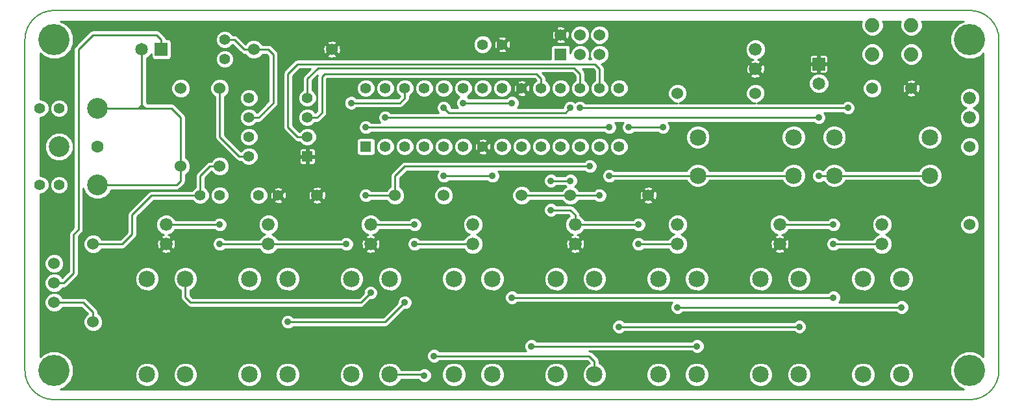
<source format=gtl>
G04 (created by PCBNEW (2012-oct-18)-testing) date Fri 05 Jul 2013 12:34:19 PM EDT*
%MOIN*%
G04 Gerber Fmt 3.4, Leading zero omitted, Abs format*
%FSLAX34Y34*%
G01*
G70*
G90*
G04 APERTURE LIST*
%ADD10C,0.002*%
%ADD11C,0.00590551*%
%ADD12C,0.106299*%
%ADD13C,0.0629921*%
%ADD14C,0.0551181*%
%ADD15C,0.066*%
%ADD16C,0.06*%
%ADD17C,0.085*%
%ADD18R,0.06X0.06*%
%ADD19R,0.055X0.055*%
%ADD20C,0.055*%
%ADD21R,0.065X0.065*%
%ADD22C,0.065*%
%ADD23C,0.074*%
%ADD24C,0.16*%
%ADD25C,0.035*%
%ADD26C,0.01*%
G04 APERTURE END LIST*
G54D10*
G54D11*
X58750Y-75000D02*
X58750Y-58000D01*
X107250Y-76500D02*
X60250Y-76500D01*
X108750Y-58000D02*
X108750Y-75000D01*
X60250Y-56500D02*
X107250Y-56500D01*
X107250Y-76500D02*
G75*
G03X108750Y-75000I0J1500D01*
G74*
G01*
X108750Y-58000D02*
G75*
G03X107250Y-56500I-1500J0D01*
G74*
G01*
X58750Y-75000D02*
G75*
G03X60250Y-76500I1500J0D01*
G74*
G01*
X60250Y-56500D02*
G75*
G03X58750Y-58000I0J-1500D01*
G74*
G01*
G54D12*
X60500Y-63500D03*
X62468Y-61531D03*
X62468Y-65468D03*
G54D13*
X62468Y-63500D03*
G54D14*
X60500Y-65468D03*
X60500Y-61531D03*
X59515Y-61531D03*
X59515Y-65468D03*
G54D15*
X96250Y-59500D03*
X96250Y-58500D03*
G54D16*
X60250Y-71500D03*
X60250Y-70500D03*
X60250Y-69500D03*
G54D17*
X98210Y-64984D03*
X93290Y-64984D03*
X98210Y-63016D03*
X93290Y-63016D03*
X105210Y-64984D03*
X100290Y-64984D03*
X105210Y-63016D03*
X100290Y-63016D03*
X93234Y-70290D03*
X93234Y-75210D03*
X91266Y-70290D03*
X91266Y-75210D03*
X98484Y-70290D03*
X98484Y-75210D03*
X96516Y-70290D03*
X96516Y-75210D03*
X103734Y-70290D03*
X103734Y-75210D03*
X101766Y-70290D03*
X101766Y-75210D03*
X66984Y-70290D03*
X66984Y-75210D03*
X65016Y-70290D03*
X65016Y-75210D03*
X72234Y-70290D03*
X72234Y-75210D03*
X70266Y-70290D03*
X70266Y-75210D03*
X77484Y-70290D03*
X77484Y-75210D03*
X75516Y-70290D03*
X75516Y-75210D03*
X82734Y-70290D03*
X82734Y-75210D03*
X80766Y-70290D03*
X80766Y-75210D03*
X87984Y-70290D03*
X87984Y-75210D03*
X86016Y-70290D03*
X86016Y-75210D03*
G54D16*
X66750Y-64500D03*
X66750Y-60500D03*
X62250Y-68500D03*
X62250Y-72500D03*
X68750Y-60500D03*
X68750Y-64500D03*
X90750Y-66000D03*
X86750Y-66000D03*
X84250Y-66000D03*
X80250Y-66000D03*
X107250Y-63500D03*
X107250Y-67500D03*
X74500Y-58500D03*
X70500Y-58500D03*
X73750Y-66000D03*
X77750Y-66000D03*
X96250Y-60750D03*
X92250Y-60750D03*
G54D18*
X86250Y-58750D03*
G54D16*
X86250Y-57750D03*
X87250Y-58750D03*
X87250Y-57750D03*
X88250Y-58750D03*
X88250Y-57750D03*
G54D19*
X73250Y-64000D03*
G54D20*
X73250Y-63000D03*
X73250Y-62000D03*
X73250Y-61000D03*
X70250Y-61000D03*
X70250Y-62000D03*
X70250Y-63000D03*
X70250Y-64000D03*
X77250Y-63500D03*
X78250Y-63500D03*
X79250Y-63500D03*
X80250Y-63500D03*
X81250Y-63500D03*
X82250Y-63500D03*
X83250Y-63500D03*
X84250Y-63500D03*
X85250Y-63500D03*
X86250Y-63500D03*
X87250Y-63500D03*
X88250Y-63500D03*
X89250Y-63500D03*
G54D19*
X76250Y-63500D03*
G54D20*
X89250Y-60500D03*
X88250Y-60500D03*
X87250Y-60500D03*
X86250Y-60500D03*
X85250Y-60500D03*
X84250Y-60500D03*
X83250Y-60500D03*
X82250Y-60500D03*
X81250Y-60500D03*
X80250Y-60500D03*
X79250Y-60500D03*
X78250Y-60500D03*
X77250Y-60500D03*
X76250Y-60500D03*
G54D21*
X65750Y-58500D03*
G54D22*
X64750Y-58500D03*
G54D21*
X99500Y-59250D03*
G54D22*
X99500Y-60250D03*
G54D20*
X70750Y-66000D03*
X71750Y-66000D03*
X67750Y-66000D03*
X68750Y-66000D03*
X83250Y-58250D03*
X82250Y-58250D03*
X69000Y-59000D03*
X69000Y-58000D03*
G54D16*
X104250Y-60500D03*
X102250Y-60500D03*
G54D23*
X104250Y-58750D03*
X102250Y-58750D03*
X104250Y-57250D03*
X102250Y-57250D03*
G54D24*
X107250Y-58000D03*
X107250Y-75000D03*
X60250Y-75000D03*
X60250Y-58000D03*
G54D15*
X66000Y-68500D03*
X66000Y-67500D03*
X71250Y-68500D03*
X71250Y-67500D03*
X76500Y-68500D03*
X76500Y-67500D03*
X107250Y-62000D03*
X107250Y-61000D03*
X87000Y-68500D03*
X87000Y-67500D03*
X97500Y-68500D03*
X97500Y-67500D03*
X102750Y-68500D03*
X102750Y-67500D03*
X92250Y-68500D03*
X92250Y-67500D03*
X81750Y-68500D03*
X81750Y-67500D03*
G54D25*
X76500Y-71000D03*
X78250Y-71500D03*
X72250Y-72500D03*
X79250Y-75250D03*
X80250Y-65000D03*
X82750Y-65000D03*
X79750Y-74250D03*
X93250Y-73750D03*
X84750Y-73750D03*
X98500Y-72750D03*
X89250Y-72750D03*
X103750Y-71750D03*
X89750Y-62500D03*
X91500Y-62500D03*
X92250Y-71750D03*
X99500Y-65000D03*
X99500Y-62000D03*
X77250Y-62000D03*
X88750Y-65000D03*
X88750Y-62500D03*
X76250Y-62500D03*
X75500Y-61250D03*
X75250Y-68500D03*
X68750Y-68500D03*
X68750Y-67500D03*
X78750Y-68500D03*
X78750Y-67500D03*
X90250Y-68500D03*
X90250Y-67500D03*
X85750Y-66750D03*
X85750Y-65250D03*
X86750Y-65250D03*
X86750Y-61500D03*
X80250Y-61500D03*
X81250Y-61250D03*
X83750Y-61250D03*
X83750Y-71250D03*
X100250Y-71250D03*
X100250Y-68500D03*
X100250Y-67500D03*
X87750Y-64500D03*
X76250Y-66000D03*
X101000Y-61500D03*
X87250Y-61500D03*
X88250Y-66000D03*
G54D26*
X66984Y-71234D02*
X66984Y-70290D01*
X67250Y-71500D02*
X66984Y-71234D01*
X76000Y-71500D02*
X67250Y-71500D01*
X76500Y-71000D02*
X76000Y-71500D01*
X77250Y-72500D02*
X72250Y-72500D01*
X78250Y-71500D02*
X77250Y-72500D01*
X79210Y-75210D02*
X77484Y-75210D01*
X79250Y-75250D02*
X79210Y-75210D01*
X80250Y-65000D02*
X82750Y-65000D01*
X87984Y-75210D02*
X87984Y-74516D01*
X87718Y-74250D02*
X87500Y-74250D01*
X87984Y-74516D02*
X87718Y-74250D01*
X79750Y-74250D02*
X87500Y-74250D01*
X84750Y-73750D02*
X93250Y-73750D01*
X89250Y-72750D02*
X98500Y-72750D01*
X92250Y-71750D02*
X103750Y-71750D01*
X89750Y-62500D02*
X91500Y-62500D01*
X99516Y-64984D02*
X100290Y-64984D01*
X99500Y-65000D02*
X99516Y-64984D01*
X77250Y-62000D02*
X99500Y-62000D01*
X105210Y-64984D02*
X100290Y-64984D01*
X88766Y-64984D02*
X93290Y-64984D01*
X88750Y-65000D02*
X88766Y-64984D01*
X76250Y-62500D02*
X88750Y-62500D01*
X98210Y-64984D02*
X93290Y-64984D01*
X71250Y-68500D02*
X75250Y-68500D01*
X78250Y-61000D02*
X78250Y-60500D01*
X78000Y-61250D02*
X78250Y-61000D01*
X75500Y-61250D02*
X78000Y-61250D01*
X66000Y-67500D02*
X68750Y-67500D01*
X68750Y-68500D02*
X71250Y-68500D01*
X76500Y-67500D02*
X78750Y-67500D01*
X78750Y-68500D02*
X81750Y-68500D01*
X87000Y-67500D02*
X90250Y-67500D01*
X90250Y-68500D02*
X92250Y-68500D01*
X85750Y-66750D02*
X86750Y-66750D01*
X87000Y-67000D02*
X87000Y-67500D01*
X86750Y-66750D02*
X87000Y-67000D01*
X86750Y-65250D02*
X85750Y-65250D01*
X86500Y-61750D02*
X86750Y-61500D01*
X80500Y-61750D02*
X86500Y-61750D01*
X80250Y-61500D02*
X80500Y-61750D01*
X83750Y-61250D02*
X81250Y-61250D01*
X100250Y-71250D02*
X83750Y-71250D01*
X97500Y-67500D02*
X100250Y-67500D01*
X100250Y-68500D02*
X102750Y-68500D01*
X73250Y-61000D02*
X73250Y-60000D01*
X87250Y-59750D02*
X87250Y-60500D01*
X86950Y-59450D02*
X87250Y-59750D01*
X73799Y-59450D02*
X86950Y-59450D01*
X73250Y-60000D02*
X73799Y-59450D01*
X77750Y-65000D02*
X77750Y-66000D01*
X78250Y-64500D02*
X77750Y-65000D01*
X87750Y-64500D02*
X78250Y-64500D01*
X77750Y-66000D02*
X76250Y-66000D01*
X85250Y-60000D02*
X85250Y-60500D01*
X85000Y-59750D02*
X85250Y-60000D01*
X74150Y-59750D02*
X85000Y-59750D01*
X74000Y-59900D02*
X74150Y-59750D01*
X74000Y-61750D02*
X74000Y-59900D01*
X73750Y-62000D02*
X74000Y-61750D01*
X73250Y-62000D02*
X73750Y-62000D01*
X72250Y-60000D02*
X72250Y-59750D01*
X88250Y-59500D02*
X88250Y-60500D01*
X88000Y-59250D02*
X88250Y-59500D01*
X72750Y-59250D02*
X88000Y-59250D01*
X72250Y-59750D02*
X72750Y-59250D01*
X73250Y-63000D02*
X72750Y-63000D01*
X72250Y-62500D02*
X72250Y-60000D01*
X72750Y-63000D02*
X72250Y-62500D01*
X67750Y-66000D02*
X65250Y-66000D01*
X63750Y-68500D02*
X62250Y-68500D01*
X64250Y-68000D02*
X63750Y-68500D01*
X64250Y-67000D02*
X64250Y-68000D01*
X65250Y-66000D02*
X64250Y-67000D01*
X68750Y-64500D02*
X68250Y-64500D01*
X67750Y-65000D02*
X67750Y-66000D01*
X68250Y-64500D02*
X67750Y-65000D01*
X68750Y-60500D02*
X68750Y-63000D01*
X69750Y-64000D02*
X70250Y-64000D01*
X68750Y-63000D02*
X69750Y-64000D01*
X61250Y-68000D02*
X61500Y-67750D01*
X61500Y-67750D02*
X61500Y-58500D01*
X60250Y-70500D02*
X60750Y-70500D01*
X61250Y-70000D02*
X61250Y-68000D01*
X60750Y-70500D02*
X61250Y-70000D01*
X65750Y-58000D02*
X65750Y-58500D01*
X65500Y-57750D02*
X65750Y-58000D01*
X62250Y-57750D02*
X65500Y-57750D01*
X61500Y-58500D02*
X62250Y-57750D01*
X60250Y-71500D02*
X61750Y-71500D01*
X62250Y-72000D02*
X62250Y-72500D01*
X61750Y-71500D02*
X62250Y-72000D01*
X101000Y-61500D02*
X87250Y-61500D01*
X86750Y-66000D02*
X88250Y-66000D01*
X84250Y-66000D02*
X86750Y-66000D01*
X64650Y-61450D02*
X64850Y-61450D01*
X64850Y-61450D02*
X64931Y-61531D01*
X64750Y-61350D02*
X64931Y-61531D01*
X64900Y-61500D02*
X64900Y-61531D01*
X64931Y-61531D02*
X64900Y-61500D01*
X64500Y-61531D02*
X64568Y-61531D01*
X64568Y-61531D02*
X64650Y-61450D01*
X64650Y-61450D02*
X64750Y-61350D01*
X64750Y-61531D02*
X64750Y-61350D01*
X64750Y-61350D02*
X64750Y-60250D01*
X62468Y-61531D02*
X64500Y-61531D01*
X64500Y-61531D02*
X64750Y-61531D01*
X64750Y-61531D02*
X64900Y-61531D01*
X64900Y-61531D02*
X66281Y-61531D01*
X66281Y-61531D02*
X66750Y-62000D01*
X66750Y-62000D02*
X66750Y-64500D01*
X62468Y-65468D02*
X66531Y-65468D01*
X66531Y-65468D02*
X66750Y-65250D01*
X66750Y-65250D02*
X66750Y-64500D01*
X64750Y-60250D02*
X64750Y-58500D01*
X70500Y-58500D02*
X71250Y-58500D01*
X71500Y-61250D02*
X71250Y-61500D01*
X71500Y-58750D02*
X71500Y-61250D01*
X71250Y-58500D02*
X71500Y-58750D01*
X69000Y-58000D02*
X69500Y-58000D01*
X70000Y-58500D02*
X70500Y-58500D01*
X69500Y-58000D02*
X70000Y-58500D01*
X71250Y-61500D02*
X71000Y-61750D01*
X70250Y-62000D02*
X70750Y-62000D01*
X70750Y-62000D02*
X71000Y-61750D01*
G54D10*
G36*
X107950Y-74285D02*
X107817Y-74152D01*
X107780Y-74137D01*
X107780Y-61895D01*
X107699Y-61700D01*
X107550Y-61550D01*
X107427Y-61499D01*
X107549Y-61449D01*
X107699Y-61300D01*
X107779Y-61105D01*
X107780Y-60895D01*
X107699Y-60700D01*
X107550Y-60550D01*
X107355Y-60470D01*
X107145Y-60469D01*
X106950Y-60550D01*
X106800Y-60699D01*
X106720Y-60894D01*
X106719Y-61104D01*
X106800Y-61299D01*
X106949Y-61449D01*
X107072Y-61500D01*
X106950Y-61550D01*
X106800Y-61699D01*
X106720Y-61894D01*
X106719Y-62104D01*
X106800Y-62299D01*
X106949Y-62449D01*
X107144Y-62529D01*
X107354Y-62530D01*
X107549Y-62449D01*
X107699Y-62300D01*
X107779Y-62105D01*
X107780Y-61895D01*
X107780Y-74137D01*
X107750Y-74124D01*
X107750Y-67400D01*
X107750Y-63400D01*
X107674Y-63217D01*
X107533Y-63076D01*
X107349Y-63000D01*
X107150Y-62999D01*
X106967Y-63075D01*
X106826Y-63216D01*
X106750Y-63400D01*
X106749Y-63599D01*
X106825Y-63782D01*
X106966Y-63923D01*
X107150Y-63999D01*
X107349Y-64000D01*
X107532Y-63924D01*
X107673Y-63783D01*
X107749Y-63599D01*
X107750Y-63400D01*
X107750Y-67400D01*
X107674Y-67217D01*
X107533Y-67076D01*
X107349Y-67000D01*
X107150Y-66999D01*
X106967Y-67075D01*
X106826Y-67216D01*
X106750Y-67400D01*
X106749Y-67599D01*
X106825Y-67782D01*
X106966Y-67923D01*
X107150Y-67999D01*
X107349Y-68000D01*
X107532Y-67924D01*
X107673Y-67783D01*
X107749Y-67599D01*
X107750Y-67400D01*
X107750Y-74124D01*
X107449Y-74000D01*
X107051Y-73999D01*
X106684Y-74151D01*
X106402Y-74432D01*
X106250Y-74800D01*
X106249Y-75198D01*
X106401Y-75565D01*
X106682Y-75847D01*
X106930Y-75950D01*
X105835Y-75950D01*
X105835Y-64860D01*
X105835Y-62892D01*
X105740Y-62662D01*
X105564Y-62486D01*
X105334Y-62391D01*
X105086Y-62390D01*
X104856Y-62485D01*
X104820Y-62522D01*
X104820Y-58637D01*
X104733Y-58427D01*
X104573Y-58267D01*
X104363Y-58180D01*
X104137Y-58179D01*
X103927Y-58266D01*
X103767Y-58426D01*
X103680Y-58636D01*
X103679Y-58862D01*
X103766Y-59072D01*
X103926Y-59232D01*
X104136Y-59319D01*
X104362Y-59320D01*
X104572Y-59233D01*
X104732Y-59073D01*
X104819Y-58863D01*
X104820Y-58637D01*
X104820Y-62522D01*
X104705Y-62636D01*
X104705Y-60557D01*
X104692Y-60379D01*
X104648Y-60272D01*
X104581Y-60239D01*
X104510Y-60310D01*
X104510Y-60168D01*
X104477Y-60101D01*
X104307Y-60044D01*
X104129Y-60057D01*
X104022Y-60101D01*
X103989Y-60168D01*
X104250Y-60429D01*
X104510Y-60168D01*
X104510Y-60310D01*
X104320Y-60500D01*
X104581Y-60760D01*
X104648Y-60727D01*
X104705Y-60557D01*
X104705Y-62636D01*
X104680Y-62661D01*
X104585Y-62891D01*
X104584Y-63139D01*
X104679Y-63369D01*
X104855Y-63545D01*
X105085Y-63640D01*
X105333Y-63641D01*
X105563Y-63546D01*
X105739Y-63370D01*
X105834Y-63140D01*
X105835Y-62892D01*
X105835Y-64860D01*
X105740Y-64630D01*
X105564Y-64454D01*
X105334Y-64359D01*
X105086Y-64358D01*
X104856Y-64453D01*
X104680Y-64629D01*
X104637Y-64734D01*
X104510Y-64734D01*
X104510Y-60831D01*
X104250Y-60570D01*
X104179Y-60641D01*
X104179Y-60500D01*
X103918Y-60239D01*
X103851Y-60272D01*
X103794Y-60442D01*
X103807Y-60620D01*
X103851Y-60727D01*
X103918Y-60760D01*
X104179Y-60500D01*
X104179Y-60641D01*
X103989Y-60831D01*
X104022Y-60898D01*
X104192Y-60955D01*
X104370Y-60942D01*
X104477Y-60898D01*
X104510Y-60831D01*
X104510Y-64734D01*
X102820Y-64734D01*
X102820Y-58637D01*
X102733Y-58427D01*
X102573Y-58267D01*
X102363Y-58180D01*
X102137Y-58179D01*
X101927Y-58266D01*
X101767Y-58426D01*
X101680Y-58636D01*
X101679Y-58862D01*
X101766Y-59072D01*
X101926Y-59232D01*
X102136Y-59319D01*
X102362Y-59320D01*
X102572Y-59233D01*
X102732Y-59073D01*
X102819Y-58863D01*
X102820Y-58637D01*
X102820Y-64734D01*
X102750Y-64734D01*
X102750Y-60400D01*
X102674Y-60217D01*
X102533Y-60076D01*
X102349Y-60000D01*
X102150Y-59999D01*
X101967Y-60075D01*
X101826Y-60216D01*
X101750Y-60400D01*
X101749Y-60599D01*
X101825Y-60782D01*
X101966Y-60923D01*
X102150Y-60999D01*
X102349Y-61000D01*
X102532Y-60924D01*
X102673Y-60783D01*
X102749Y-60599D01*
X102750Y-60400D01*
X102750Y-64734D01*
X101375Y-64734D01*
X101375Y-61425D01*
X101318Y-61287D01*
X101212Y-61182D01*
X101074Y-61125D01*
X100925Y-61124D01*
X100787Y-61181D01*
X100719Y-61250D01*
X100025Y-61250D01*
X100025Y-60146D01*
X99975Y-60024D01*
X99975Y-59604D01*
X99975Y-58895D01*
X99952Y-58840D01*
X99910Y-58797D01*
X99854Y-58775D01*
X99795Y-58774D01*
X99587Y-58775D01*
X99550Y-58812D01*
X99550Y-59200D01*
X99937Y-59200D01*
X99975Y-59162D01*
X99975Y-58895D01*
X99975Y-59604D01*
X99975Y-59337D01*
X99937Y-59300D01*
X99550Y-59300D01*
X99550Y-59687D01*
X99587Y-59725D01*
X99795Y-59725D01*
X99854Y-59724D01*
X99910Y-59702D01*
X99952Y-59659D01*
X99975Y-59604D01*
X99975Y-60024D01*
X99945Y-59953D01*
X99797Y-59805D01*
X99604Y-59725D01*
X99412Y-59724D01*
X99450Y-59687D01*
X99450Y-59300D01*
X99450Y-59200D01*
X99450Y-58812D01*
X99412Y-58775D01*
X99204Y-58774D01*
X99145Y-58775D01*
X99089Y-58797D01*
X99047Y-58840D01*
X99024Y-58895D01*
X99025Y-59162D01*
X99062Y-59200D01*
X99450Y-59200D01*
X99450Y-59300D01*
X99062Y-59300D01*
X99025Y-59337D01*
X99024Y-59604D01*
X99047Y-59659D01*
X99089Y-59702D01*
X99145Y-59724D01*
X99204Y-59725D01*
X99395Y-59725D01*
X99203Y-59804D01*
X99055Y-59952D01*
X98975Y-60145D01*
X98974Y-60353D01*
X99054Y-60547D01*
X99202Y-60694D01*
X99395Y-60774D01*
X99603Y-60775D01*
X99797Y-60695D01*
X99944Y-60547D01*
X100024Y-60354D01*
X100025Y-60146D01*
X100025Y-61250D01*
X96780Y-61250D01*
X96780Y-58395D01*
X96699Y-58200D01*
X96550Y-58050D01*
X96355Y-57970D01*
X96145Y-57969D01*
X95950Y-58050D01*
X95800Y-58199D01*
X95720Y-58394D01*
X95719Y-58604D01*
X95800Y-58799D01*
X95949Y-58949D01*
X96135Y-59026D01*
X96124Y-59026D01*
X96004Y-59076D01*
X95967Y-59147D01*
X96250Y-59429D01*
X96532Y-59147D01*
X96495Y-59076D01*
X96356Y-59029D01*
X96549Y-58949D01*
X96699Y-58800D01*
X96779Y-58605D01*
X96780Y-58395D01*
X96780Y-61250D01*
X96349Y-61250D01*
X96532Y-61174D01*
X96673Y-61033D01*
X96749Y-60849D01*
X96750Y-60650D01*
X96735Y-60614D01*
X96735Y-59565D01*
X96723Y-59374D01*
X96673Y-59254D01*
X96602Y-59217D01*
X96320Y-59500D01*
X96602Y-59782D01*
X96673Y-59745D01*
X96735Y-59565D01*
X96735Y-60614D01*
X96674Y-60467D01*
X96533Y-60326D01*
X96532Y-60325D01*
X96532Y-59852D01*
X96250Y-59570D01*
X96179Y-59641D01*
X96179Y-59500D01*
X95897Y-59217D01*
X95826Y-59254D01*
X95764Y-59434D01*
X95776Y-59625D01*
X95826Y-59745D01*
X95897Y-59782D01*
X96179Y-59500D01*
X96179Y-59641D01*
X95967Y-59852D01*
X96004Y-59923D01*
X96184Y-59985D01*
X96375Y-59973D01*
X96495Y-59923D01*
X96532Y-59852D01*
X96532Y-60325D01*
X96349Y-60250D01*
X96150Y-60249D01*
X95967Y-60325D01*
X95826Y-60466D01*
X95750Y-60650D01*
X95749Y-60849D01*
X95825Y-61032D01*
X95966Y-61173D01*
X96150Y-61249D01*
X96250Y-61250D01*
X92349Y-61250D01*
X92532Y-61174D01*
X92673Y-61033D01*
X92749Y-60849D01*
X92750Y-60650D01*
X92674Y-60467D01*
X92533Y-60326D01*
X92349Y-60250D01*
X92150Y-60249D01*
X91967Y-60325D01*
X91826Y-60466D01*
X91750Y-60650D01*
X91749Y-60849D01*
X91825Y-61032D01*
X91966Y-61173D01*
X92150Y-61249D01*
X92250Y-61250D01*
X89725Y-61250D01*
X89725Y-60405D01*
X89652Y-60231D01*
X89519Y-60097D01*
X89344Y-60025D01*
X89155Y-60024D01*
X88981Y-60097D01*
X88847Y-60230D01*
X88775Y-60405D01*
X88774Y-60594D01*
X88847Y-60768D01*
X88980Y-60902D01*
X89155Y-60974D01*
X89344Y-60975D01*
X89518Y-60902D01*
X89652Y-60769D01*
X89724Y-60594D01*
X89725Y-60405D01*
X89725Y-61250D01*
X88750Y-61250D01*
X88750Y-58650D01*
X88750Y-57650D01*
X88674Y-57467D01*
X88533Y-57326D01*
X88349Y-57250D01*
X88150Y-57249D01*
X87967Y-57325D01*
X87826Y-57466D01*
X87750Y-57650D01*
X87750Y-57651D01*
X87750Y-57650D01*
X87674Y-57467D01*
X87533Y-57326D01*
X87349Y-57250D01*
X87150Y-57249D01*
X86967Y-57325D01*
X86826Y-57466D01*
X86750Y-57650D01*
X86749Y-57849D01*
X86825Y-58032D01*
X86966Y-58173D01*
X87150Y-58249D01*
X87349Y-58250D01*
X87532Y-58174D01*
X87673Y-58033D01*
X87749Y-57849D01*
X87750Y-57650D01*
X87750Y-57651D01*
X87749Y-57849D01*
X87825Y-58032D01*
X87966Y-58173D01*
X88150Y-58249D01*
X88349Y-58250D01*
X88532Y-58174D01*
X88673Y-58033D01*
X88749Y-57849D01*
X88750Y-57650D01*
X88750Y-58650D01*
X88674Y-58467D01*
X88533Y-58326D01*
X88349Y-58250D01*
X88150Y-58249D01*
X87967Y-58325D01*
X87826Y-58466D01*
X87750Y-58650D01*
X87749Y-58849D01*
X87812Y-59000D01*
X87687Y-59000D01*
X87749Y-58849D01*
X87750Y-58650D01*
X87674Y-58467D01*
X87533Y-58326D01*
X87349Y-58250D01*
X87150Y-58249D01*
X86967Y-58325D01*
X86826Y-58466D01*
X86750Y-58650D01*
X86750Y-58710D01*
X86750Y-58410D01*
X86719Y-58336D01*
X86705Y-58322D01*
X86705Y-57807D01*
X86692Y-57629D01*
X86648Y-57522D01*
X86581Y-57489D01*
X86510Y-57560D01*
X86510Y-57418D01*
X86477Y-57351D01*
X86307Y-57294D01*
X86129Y-57307D01*
X86022Y-57351D01*
X85989Y-57418D01*
X86250Y-57679D01*
X86510Y-57418D01*
X86510Y-57560D01*
X86320Y-57750D01*
X86581Y-58010D01*
X86648Y-57977D01*
X86705Y-57807D01*
X86705Y-58322D01*
X86663Y-58280D01*
X86589Y-58250D01*
X86510Y-58249D01*
X86510Y-58081D01*
X86250Y-57820D01*
X86179Y-57891D01*
X86179Y-57750D01*
X85918Y-57489D01*
X85851Y-57522D01*
X85794Y-57692D01*
X85807Y-57870D01*
X85851Y-57977D01*
X85918Y-58010D01*
X86179Y-57750D01*
X86179Y-57891D01*
X85989Y-58081D01*
X86022Y-58148D01*
X86192Y-58205D01*
X86370Y-58192D01*
X86477Y-58148D01*
X86510Y-58081D01*
X86510Y-58249D01*
X86510Y-58249D01*
X85910Y-58249D01*
X85836Y-58280D01*
X85780Y-58336D01*
X85750Y-58410D01*
X85749Y-58489D01*
X85749Y-59000D01*
X83680Y-59000D01*
X83680Y-58301D01*
X83667Y-58133D01*
X83627Y-58037D01*
X83563Y-58007D01*
X83492Y-58078D01*
X83492Y-57936D01*
X83462Y-57872D01*
X83301Y-57819D01*
X83133Y-57832D01*
X83037Y-57872D01*
X83007Y-57936D01*
X83250Y-58179D01*
X83492Y-57936D01*
X83492Y-58078D01*
X83320Y-58250D01*
X83563Y-58492D01*
X83627Y-58462D01*
X83680Y-58301D01*
X83680Y-59000D01*
X83492Y-59000D01*
X83492Y-58563D01*
X83250Y-58320D01*
X83179Y-58391D01*
X83179Y-58250D01*
X82936Y-58007D01*
X82872Y-58037D01*
X82819Y-58198D01*
X82832Y-58366D01*
X82872Y-58462D01*
X82936Y-58492D01*
X83179Y-58250D01*
X83179Y-58391D01*
X83007Y-58563D01*
X83037Y-58627D01*
X83198Y-58680D01*
X83366Y-58667D01*
X83462Y-58627D01*
X83492Y-58563D01*
X83492Y-59000D01*
X82725Y-59000D01*
X82725Y-58155D01*
X82652Y-57981D01*
X82519Y-57847D01*
X82344Y-57775D01*
X82155Y-57774D01*
X81981Y-57847D01*
X81847Y-57980D01*
X81775Y-58155D01*
X81774Y-58344D01*
X81847Y-58518D01*
X81980Y-58652D01*
X82155Y-58724D01*
X82344Y-58725D01*
X82518Y-58652D01*
X82652Y-58519D01*
X82724Y-58344D01*
X82725Y-58155D01*
X82725Y-59000D01*
X74955Y-59000D01*
X74955Y-58557D01*
X74942Y-58379D01*
X74898Y-58272D01*
X74831Y-58239D01*
X74760Y-58310D01*
X74760Y-58168D01*
X74727Y-58101D01*
X74557Y-58044D01*
X74379Y-58057D01*
X74272Y-58101D01*
X74239Y-58168D01*
X74500Y-58429D01*
X74760Y-58168D01*
X74760Y-58310D01*
X74570Y-58500D01*
X74831Y-58760D01*
X74898Y-58727D01*
X74955Y-58557D01*
X74955Y-59000D01*
X74760Y-59000D01*
X74760Y-58831D01*
X74500Y-58570D01*
X74429Y-58641D01*
X74429Y-58500D01*
X74168Y-58239D01*
X74101Y-58272D01*
X74044Y-58442D01*
X74057Y-58620D01*
X74101Y-58727D01*
X74168Y-58760D01*
X74429Y-58500D01*
X74429Y-58641D01*
X74239Y-58831D01*
X74272Y-58898D01*
X74442Y-58955D01*
X74620Y-58942D01*
X74727Y-58898D01*
X74760Y-58831D01*
X74760Y-59000D01*
X72750Y-59000D01*
X72654Y-59019D01*
X72573Y-59073D01*
X72073Y-59573D01*
X72019Y-59654D01*
X72000Y-59750D01*
X72000Y-60000D01*
X72000Y-62500D01*
X72019Y-62595D01*
X72073Y-62676D01*
X72573Y-63176D01*
X72654Y-63230D01*
X72750Y-63250D01*
X72839Y-63250D01*
X72847Y-63268D01*
X72980Y-63402D01*
X73155Y-63474D01*
X73344Y-63475D01*
X73518Y-63402D01*
X73652Y-63269D01*
X73724Y-63094D01*
X73725Y-62905D01*
X73652Y-62731D01*
X73519Y-62597D01*
X73344Y-62525D01*
X73155Y-62524D01*
X72981Y-62597D01*
X72847Y-62730D01*
X72843Y-62740D01*
X72500Y-62396D01*
X72500Y-60000D01*
X72500Y-59853D01*
X72853Y-59500D01*
X73396Y-59500D01*
X73073Y-59823D01*
X73019Y-59904D01*
X73000Y-60000D01*
X73000Y-60589D01*
X72981Y-60597D01*
X72847Y-60730D01*
X72775Y-60905D01*
X72774Y-61094D01*
X72847Y-61268D01*
X72980Y-61402D01*
X73155Y-61474D01*
X73344Y-61475D01*
X73518Y-61402D01*
X73652Y-61269D01*
X73724Y-61094D01*
X73725Y-60905D01*
X73652Y-60731D01*
X73519Y-60597D01*
X73500Y-60589D01*
X73500Y-60103D01*
X73761Y-59842D01*
X73750Y-59900D01*
X73750Y-61646D01*
X73656Y-61739D01*
X73652Y-61731D01*
X73519Y-61597D01*
X73344Y-61525D01*
X73155Y-61524D01*
X72981Y-61597D01*
X72847Y-61730D01*
X72775Y-61905D01*
X72774Y-62094D01*
X72847Y-62268D01*
X72980Y-62402D01*
X73155Y-62474D01*
X73344Y-62475D01*
X73518Y-62402D01*
X73652Y-62269D01*
X73660Y-62250D01*
X73750Y-62250D01*
X73845Y-62230D01*
X73926Y-62176D01*
X74176Y-61926D01*
X74176Y-61926D01*
X74176Y-61926D01*
X74230Y-61845D01*
X74230Y-61845D01*
X74250Y-61750D01*
X74250Y-60003D01*
X74253Y-60000D01*
X84896Y-60000D01*
X84989Y-60093D01*
X84981Y-60097D01*
X84847Y-60230D01*
X84775Y-60405D01*
X84774Y-60594D01*
X84847Y-60768D01*
X84980Y-60902D01*
X85155Y-60974D01*
X85344Y-60975D01*
X85518Y-60902D01*
X85652Y-60769D01*
X85724Y-60594D01*
X85725Y-60405D01*
X85652Y-60231D01*
X85519Y-60097D01*
X85500Y-60089D01*
X85500Y-60000D01*
X85480Y-59904D01*
X85480Y-59904D01*
X85426Y-59823D01*
X85426Y-59823D01*
X85303Y-59700D01*
X86846Y-59700D01*
X87000Y-59853D01*
X87000Y-60089D01*
X86981Y-60097D01*
X86847Y-60230D01*
X86775Y-60405D01*
X86774Y-60594D01*
X86847Y-60768D01*
X86980Y-60902D01*
X87155Y-60974D01*
X87344Y-60975D01*
X87518Y-60902D01*
X87652Y-60769D01*
X87724Y-60594D01*
X87725Y-60405D01*
X87652Y-60231D01*
X87519Y-60097D01*
X87500Y-60089D01*
X87500Y-59750D01*
X87499Y-59749D01*
X87500Y-59749D01*
X87496Y-59730D01*
X87480Y-59654D01*
X87480Y-59654D01*
X87426Y-59573D01*
X87426Y-59573D01*
X87353Y-59500D01*
X87896Y-59500D01*
X88000Y-59603D01*
X88000Y-60089D01*
X87981Y-60097D01*
X87847Y-60230D01*
X87775Y-60405D01*
X87774Y-60594D01*
X87847Y-60768D01*
X87980Y-60902D01*
X88155Y-60974D01*
X88344Y-60975D01*
X88518Y-60902D01*
X88652Y-60769D01*
X88724Y-60594D01*
X88725Y-60405D01*
X88652Y-60231D01*
X88519Y-60097D01*
X88500Y-60089D01*
X88500Y-59500D01*
X88480Y-59404D01*
X88480Y-59404D01*
X88426Y-59323D01*
X88426Y-59323D01*
X88352Y-59248D01*
X88532Y-59174D01*
X88673Y-59033D01*
X88749Y-58849D01*
X88750Y-58650D01*
X88750Y-61250D01*
X87530Y-61250D01*
X87462Y-61182D01*
X87324Y-61125D01*
X87175Y-61124D01*
X87037Y-61181D01*
X87000Y-61219D01*
X86962Y-61182D01*
X86824Y-61125D01*
X86725Y-61124D01*
X86725Y-60405D01*
X86652Y-60231D01*
X86519Y-60097D01*
X86344Y-60025D01*
X86155Y-60024D01*
X85981Y-60097D01*
X85847Y-60230D01*
X85775Y-60405D01*
X85774Y-60594D01*
X85847Y-60768D01*
X85980Y-60902D01*
X86155Y-60974D01*
X86344Y-60975D01*
X86518Y-60902D01*
X86652Y-60769D01*
X86724Y-60594D01*
X86725Y-60405D01*
X86725Y-61124D01*
X86675Y-61124D01*
X86537Y-61181D01*
X86432Y-61287D01*
X86375Y-61425D01*
X86374Y-61500D01*
X84680Y-61500D01*
X84680Y-60551D01*
X84667Y-60383D01*
X84627Y-60287D01*
X84563Y-60257D01*
X84492Y-60328D01*
X84492Y-60186D01*
X84462Y-60122D01*
X84301Y-60069D01*
X84133Y-60082D01*
X84037Y-60122D01*
X84007Y-60186D01*
X84250Y-60429D01*
X84492Y-60186D01*
X84492Y-60328D01*
X84320Y-60500D01*
X84563Y-60742D01*
X84627Y-60712D01*
X84680Y-60551D01*
X84680Y-61500D01*
X84492Y-61500D01*
X84492Y-60813D01*
X84250Y-60570D01*
X84179Y-60641D01*
X84179Y-60500D01*
X83936Y-60257D01*
X83872Y-60287D01*
X83819Y-60448D01*
X83832Y-60616D01*
X83872Y-60712D01*
X83936Y-60742D01*
X84179Y-60500D01*
X84179Y-60641D01*
X84007Y-60813D01*
X84037Y-60877D01*
X84198Y-60930D01*
X84366Y-60917D01*
X84462Y-60877D01*
X84492Y-60813D01*
X84492Y-61500D01*
X84030Y-61500D01*
X84067Y-61462D01*
X84124Y-61324D01*
X84125Y-61175D01*
X84068Y-61037D01*
X83962Y-60932D01*
X83824Y-60875D01*
X83725Y-60874D01*
X83725Y-60405D01*
X83652Y-60231D01*
X83519Y-60097D01*
X83344Y-60025D01*
X83155Y-60024D01*
X82981Y-60097D01*
X82847Y-60230D01*
X82775Y-60405D01*
X82774Y-60594D01*
X82847Y-60768D01*
X82980Y-60902D01*
X83155Y-60974D01*
X83344Y-60975D01*
X83518Y-60902D01*
X83652Y-60769D01*
X83724Y-60594D01*
X83725Y-60405D01*
X83725Y-60874D01*
X83675Y-60874D01*
X83537Y-60931D01*
X83469Y-61000D01*
X82725Y-61000D01*
X82725Y-60405D01*
X82652Y-60231D01*
X82519Y-60097D01*
X82344Y-60025D01*
X82155Y-60024D01*
X81981Y-60097D01*
X81847Y-60230D01*
X81775Y-60405D01*
X81774Y-60594D01*
X81847Y-60768D01*
X81980Y-60902D01*
X82155Y-60974D01*
X82344Y-60975D01*
X82518Y-60902D01*
X82652Y-60769D01*
X82724Y-60594D01*
X82725Y-60405D01*
X82725Y-61000D01*
X81530Y-61000D01*
X81462Y-60932D01*
X81455Y-60929D01*
X81518Y-60902D01*
X81652Y-60769D01*
X81724Y-60594D01*
X81725Y-60405D01*
X81652Y-60231D01*
X81519Y-60097D01*
X81344Y-60025D01*
X81155Y-60024D01*
X80981Y-60097D01*
X80847Y-60230D01*
X80775Y-60405D01*
X80774Y-60594D01*
X80847Y-60768D01*
X80980Y-60902D01*
X81044Y-60929D01*
X81037Y-60931D01*
X80932Y-61037D01*
X80875Y-61175D01*
X80874Y-61324D01*
X80931Y-61462D01*
X80969Y-61500D01*
X80725Y-61500D01*
X80725Y-60405D01*
X80652Y-60231D01*
X80519Y-60097D01*
X80344Y-60025D01*
X80155Y-60024D01*
X79981Y-60097D01*
X79847Y-60230D01*
X79775Y-60405D01*
X79774Y-60594D01*
X79847Y-60768D01*
X79980Y-60902D01*
X80155Y-60974D01*
X80344Y-60975D01*
X80518Y-60902D01*
X80652Y-60769D01*
X80724Y-60594D01*
X80725Y-60405D01*
X80725Y-61500D01*
X80625Y-61500D01*
X80625Y-61425D01*
X80568Y-61287D01*
X80462Y-61182D01*
X80324Y-61125D01*
X80175Y-61124D01*
X80037Y-61181D01*
X79932Y-61287D01*
X79875Y-61425D01*
X79874Y-61574D01*
X79931Y-61712D01*
X79969Y-61750D01*
X79725Y-61750D01*
X79725Y-60405D01*
X79652Y-60231D01*
X79519Y-60097D01*
X79344Y-60025D01*
X79155Y-60024D01*
X78981Y-60097D01*
X78847Y-60230D01*
X78775Y-60405D01*
X78774Y-60594D01*
X78847Y-60768D01*
X78980Y-60902D01*
X79155Y-60974D01*
X79344Y-60975D01*
X79518Y-60902D01*
X79652Y-60769D01*
X79724Y-60594D01*
X79725Y-60405D01*
X79725Y-61750D01*
X78725Y-61750D01*
X78725Y-60405D01*
X78652Y-60231D01*
X78519Y-60097D01*
X78344Y-60025D01*
X78155Y-60024D01*
X77981Y-60097D01*
X77847Y-60230D01*
X77775Y-60405D01*
X77774Y-60594D01*
X77847Y-60768D01*
X77980Y-60902D01*
X77990Y-60906D01*
X77896Y-61000D01*
X77725Y-61000D01*
X77725Y-60405D01*
X77652Y-60231D01*
X77519Y-60097D01*
X77344Y-60025D01*
X77155Y-60024D01*
X76981Y-60097D01*
X76847Y-60230D01*
X76775Y-60405D01*
X76774Y-60594D01*
X76847Y-60768D01*
X76980Y-60902D01*
X77155Y-60974D01*
X77344Y-60975D01*
X77518Y-60902D01*
X77652Y-60769D01*
X77724Y-60594D01*
X77725Y-60405D01*
X77725Y-61000D01*
X76725Y-61000D01*
X76725Y-60405D01*
X76652Y-60231D01*
X76519Y-60097D01*
X76344Y-60025D01*
X76155Y-60024D01*
X75981Y-60097D01*
X75847Y-60230D01*
X75775Y-60405D01*
X75774Y-60594D01*
X75847Y-60768D01*
X75980Y-60902D01*
X76155Y-60974D01*
X76344Y-60975D01*
X76518Y-60902D01*
X76652Y-60769D01*
X76724Y-60594D01*
X76725Y-60405D01*
X76725Y-61000D01*
X75780Y-61000D01*
X75712Y-60932D01*
X75574Y-60875D01*
X75425Y-60874D01*
X75287Y-60931D01*
X75182Y-61037D01*
X75125Y-61175D01*
X75124Y-61324D01*
X75181Y-61462D01*
X75287Y-61567D01*
X75425Y-61624D01*
X75574Y-61625D01*
X75712Y-61568D01*
X75780Y-61500D01*
X78000Y-61500D01*
X78095Y-61480D01*
X78176Y-61426D01*
X78426Y-61176D01*
X78426Y-61176D01*
X78426Y-61176D01*
X78480Y-61095D01*
X78480Y-61095D01*
X78500Y-61000D01*
X78500Y-60910D01*
X78518Y-60902D01*
X78652Y-60769D01*
X78724Y-60594D01*
X78725Y-60405D01*
X78725Y-61750D01*
X77530Y-61750D01*
X77462Y-61682D01*
X77324Y-61625D01*
X77175Y-61624D01*
X77037Y-61681D01*
X76932Y-61787D01*
X76875Y-61925D01*
X76874Y-62074D01*
X76931Y-62212D01*
X76969Y-62250D01*
X76530Y-62250D01*
X76462Y-62182D01*
X76324Y-62125D01*
X76175Y-62124D01*
X76037Y-62181D01*
X75932Y-62287D01*
X75875Y-62425D01*
X75874Y-62574D01*
X75931Y-62712D01*
X76037Y-62817D01*
X76175Y-62874D01*
X76324Y-62875D01*
X76462Y-62818D01*
X76530Y-62750D01*
X88469Y-62750D01*
X88537Y-62817D01*
X88675Y-62874D01*
X88824Y-62875D01*
X88962Y-62818D01*
X89067Y-62712D01*
X89124Y-62574D01*
X89125Y-62425D01*
X89068Y-62287D01*
X89030Y-62250D01*
X89469Y-62250D01*
X89432Y-62287D01*
X89375Y-62425D01*
X89374Y-62574D01*
X89431Y-62712D01*
X89537Y-62817D01*
X89675Y-62874D01*
X89824Y-62875D01*
X89962Y-62818D01*
X90030Y-62750D01*
X91219Y-62750D01*
X91287Y-62817D01*
X91425Y-62874D01*
X91574Y-62875D01*
X91712Y-62818D01*
X91817Y-62712D01*
X91874Y-62574D01*
X91875Y-62425D01*
X91818Y-62287D01*
X91780Y-62250D01*
X99219Y-62250D01*
X99287Y-62317D01*
X99425Y-62374D01*
X99574Y-62375D01*
X99712Y-62318D01*
X99817Y-62212D01*
X99874Y-62074D01*
X99875Y-61925D01*
X99818Y-61787D01*
X99780Y-61750D01*
X100719Y-61750D01*
X100787Y-61817D01*
X100925Y-61874D01*
X101074Y-61875D01*
X101212Y-61818D01*
X101317Y-61712D01*
X101374Y-61574D01*
X101375Y-61425D01*
X101375Y-64734D01*
X100915Y-64734D01*
X100915Y-62892D01*
X100820Y-62662D01*
X100644Y-62486D01*
X100414Y-62391D01*
X100166Y-62390D01*
X99936Y-62485D01*
X99760Y-62661D01*
X99665Y-62891D01*
X99664Y-63139D01*
X99759Y-63369D01*
X99935Y-63545D01*
X100165Y-63640D01*
X100413Y-63641D01*
X100643Y-63546D01*
X100819Y-63370D01*
X100914Y-63140D01*
X100915Y-62892D01*
X100915Y-64734D01*
X100862Y-64734D01*
X100820Y-64630D01*
X100644Y-64454D01*
X100414Y-64359D01*
X100166Y-64358D01*
X99936Y-64453D01*
X99760Y-64629D01*
X99730Y-64700D01*
X99712Y-64682D01*
X99574Y-64625D01*
X99425Y-64624D01*
X99287Y-64681D01*
X99182Y-64787D01*
X99125Y-64925D01*
X99124Y-65074D01*
X99181Y-65212D01*
X99287Y-65317D01*
X99425Y-65374D01*
X99574Y-65375D01*
X99712Y-65318D01*
X99740Y-65290D01*
X99759Y-65337D01*
X99935Y-65513D01*
X100165Y-65608D01*
X100413Y-65609D01*
X100643Y-65514D01*
X100819Y-65338D01*
X100862Y-65234D01*
X104637Y-65234D01*
X104679Y-65337D01*
X104855Y-65513D01*
X105085Y-65608D01*
X105333Y-65609D01*
X105563Y-65514D01*
X105739Y-65338D01*
X105834Y-65108D01*
X105835Y-64860D01*
X105835Y-75950D01*
X104359Y-75950D01*
X104359Y-75086D01*
X104359Y-70166D01*
X104264Y-69936D01*
X104088Y-69760D01*
X103858Y-69665D01*
X103610Y-69664D01*
X103380Y-69759D01*
X103280Y-69860D01*
X103280Y-68395D01*
X103199Y-68200D01*
X103050Y-68050D01*
X102927Y-67999D01*
X103049Y-67949D01*
X103199Y-67800D01*
X103279Y-67605D01*
X103280Y-67395D01*
X103199Y-67200D01*
X103050Y-67050D01*
X102855Y-66970D01*
X102645Y-66969D01*
X102450Y-67050D01*
X102300Y-67199D01*
X102220Y-67394D01*
X102219Y-67604D01*
X102300Y-67799D01*
X102449Y-67949D01*
X102572Y-68000D01*
X102450Y-68050D01*
X102300Y-68199D01*
X102279Y-68250D01*
X100625Y-68250D01*
X100625Y-67425D01*
X100568Y-67287D01*
X100462Y-67182D01*
X100324Y-67125D01*
X100175Y-67124D01*
X100037Y-67181D01*
X99969Y-67250D01*
X98835Y-67250D01*
X98835Y-64860D01*
X98835Y-62892D01*
X98740Y-62662D01*
X98564Y-62486D01*
X98334Y-62391D01*
X98086Y-62390D01*
X97856Y-62485D01*
X97680Y-62661D01*
X97585Y-62891D01*
X97584Y-63139D01*
X97679Y-63369D01*
X97855Y-63545D01*
X98085Y-63640D01*
X98333Y-63641D01*
X98563Y-63546D01*
X98739Y-63370D01*
X98834Y-63140D01*
X98835Y-62892D01*
X98835Y-64860D01*
X98740Y-64630D01*
X98564Y-64454D01*
X98334Y-64359D01*
X98086Y-64358D01*
X97856Y-64453D01*
X97680Y-64629D01*
X97637Y-64734D01*
X93915Y-64734D01*
X93915Y-62892D01*
X93820Y-62662D01*
X93644Y-62486D01*
X93414Y-62391D01*
X93166Y-62390D01*
X92936Y-62485D01*
X92760Y-62661D01*
X92665Y-62891D01*
X92664Y-63139D01*
X92759Y-63369D01*
X92935Y-63545D01*
X93165Y-63640D01*
X93413Y-63641D01*
X93643Y-63546D01*
X93819Y-63370D01*
X93914Y-63140D01*
X93915Y-62892D01*
X93915Y-64734D01*
X93862Y-64734D01*
X93820Y-64630D01*
X93644Y-64454D01*
X93414Y-64359D01*
X93166Y-64358D01*
X92936Y-64453D01*
X92760Y-64629D01*
X92717Y-64734D01*
X89725Y-64734D01*
X89725Y-63405D01*
X89652Y-63231D01*
X89519Y-63097D01*
X89344Y-63025D01*
X89155Y-63024D01*
X88981Y-63097D01*
X88847Y-63230D01*
X88775Y-63405D01*
X88774Y-63594D01*
X88847Y-63768D01*
X88980Y-63902D01*
X89155Y-63974D01*
X89344Y-63975D01*
X89518Y-63902D01*
X89652Y-63769D01*
X89724Y-63594D01*
X89725Y-63405D01*
X89725Y-64734D01*
X89014Y-64734D01*
X88962Y-64682D01*
X88824Y-64625D01*
X88725Y-64624D01*
X88725Y-63405D01*
X88652Y-63231D01*
X88519Y-63097D01*
X88344Y-63025D01*
X88155Y-63024D01*
X87981Y-63097D01*
X87847Y-63230D01*
X87775Y-63405D01*
X87774Y-63594D01*
X87847Y-63768D01*
X87980Y-63902D01*
X88155Y-63974D01*
X88344Y-63975D01*
X88518Y-63902D01*
X88652Y-63769D01*
X88724Y-63594D01*
X88725Y-63405D01*
X88725Y-64624D01*
X88675Y-64624D01*
X88537Y-64681D01*
X88432Y-64787D01*
X88375Y-64925D01*
X88374Y-65074D01*
X88431Y-65212D01*
X88537Y-65317D01*
X88675Y-65374D01*
X88824Y-65375D01*
X88962Y-65318D01*
X89046Y-65234D01*
X92717Y-65234D01*
X92759Y-65337D01*
X92935Y-65513D01*
X93165Y-65608D01*
X93413Y-65609D01*
X93643Y-65514D01*
X93819Y-65338D01*
X93862Y-65234D01*
X97637Y-65234D01*
X97679Y-65337D01*
X97855Y-65513D01*
X98085Y-65608D01*
X98333Y-65609D01*
X98563Y-65514D01*
X98739Y-65338D01*
X98834Y-65108D01*
X98835Y-64860D01*
X98835Y-67250D01*
X97970Y-67250D01*
X97949Y-67200D01*
X97800Y-67050D01*
X97605Y-66970D01*
X97395Y-66969D01*
X97200Y-67050D01*
X97050Y-67199D01*
X96970Y-67394D01*
X96969Y-67604D01*
X97050Y-67799D01*
X97199Y-67949D01*
X97385Y-68026D01*
X97374Y-68026D01*
X97254Y-68076D01*
X97217Y-68147D01*
X97500Y-68429D01*
X97782Y-68147D01*
X97745Y-68076D01*
X97606Y-68029D01*
X97799Y-67949D01*
X97949Y-67800D01*
X97970Y-67750D01*
X99969Y-67750D01*
X100037Y-67817D01*
X100175Y-67874D01*
X100324Y-67875D01*
X100462Y-67818D01*
X100567Y-67712D01*
X100624Y-67574D01*
X100625Y-67425D01*
X100625Y-68250D01*
X100530Y-68250D01*
X100462Y-68182D01*
X100324Y-68125D01*
X100175Y-68124D01*
X100037Y-68181D01*
X99932Y-68287D01*
X99875Y-68425D01*
X99874Y-68574D01*
X99931Y-68712D01*
X100037Y-68817D01*
X100175Y-68874D01*
X100324Y-68875D01*
X100462Y-68818D01*
X100530Y-68750D01*
X102279Y-68750D01*
X102300Y-68799D01*
X102449Y-68949D01*
X102644Y-69029D01*
X102854Y-69030D01*
X103049Y-68949D01*
X103199Y-68800D01*
X103279Y-68605D01*
X103280Y-68395D01*
X103280Y-69860D01*
X103204Y-69935D01*
X103109Y-70165D01*
X103108Y-70413D01*
X103203Y-70643D01*
X103379Y-70819D01*
X103609Y-70914D01*
X103857Y-70915D01*
X104087Y-70820D01*
X104263Y-70644D01*
X104358Y-70414D01*
X104359Y-70166D01*
X104359Y-75086D01*
X104264Y-74856D01*
X104125Y-74717D01*
X104125Y-71675D01*
X104068Y-71537D01*
X103962Y-71432D01*
X103824Y-71375D01*
X103675Y-71374D01*
X103537Y-71431D01*
X103469Y-71500D01*
X102391Y-71500D01*
X102391Y-70166D01*
X102296Y-69936D01*
X102120Y-69760D01*
X101890Y-69665D01*
X101642Y-69664D01*
X101412Y-69759D01*
X101236Y-69935D01*
X101141Y-70165D01*
X101140Y-70413D01*
X101235Y-70643D01*
X101411Y-70819D01*
X101641Y-70914D01*
X101889Y-70915D01*
X102119Y-70820D01*
X102295Y-70644D01*
X102390Y-70414D01*
X102391Y-70166D01*
X102391Y-71500D01*
X100530Y-71500D01*
X100567Y-71462D01*
X100624Y-71324D01*
X100625Y-71175D01*
X100568Y-71037D01*
X100462Y-70932D01*
X100324Y-70875D01*
X100175Y-70874D01*
X100037Y-70931D01*
X99969Y-71000D01*
X99109Y-71000D01*
X99109Y-70166D01*
X99014Y-69936D01*
X98838Y-69760D01*
X98608Y-69665D01*
X98360Y-69664D01*
X98130Y-69759D01*
X97985Y-69904D01*
X97985Y-68565D01*
X97973Y-68374D01*
X97923Y-68254D01*
X97852Y-68217D01*
X97570Y-68500D01*
X97852Y-68782D01*
X97923Y-68745D01*
X97985Y-68565D01*
X97985Y-69904D01*
X97954Y-69935D01*
X97859Y-70165D01*
X97858Y-70413D01*
X97953Y-70643D01*
X98129Y-70819D01*
X98359Y-70914D01*
X98607Y-70915D01*
X98837Y-70820D01*
X99013Y-70644D01*
X99108Y-70414D01*
X99109Y-70166D01*
X99109Y-71000D01*
X97782Y-71000D01*
X97782Y-68852D01*
X97500Y-68570D01*
X97429Y-68641D01*
X97429Y-68500D01*
X97147Y-68217D01*
X97076Y-68254D01*
X97014Y-68434D01*
X97026Y-68625D01*
X97076Y-68745D01*
X97147Y-68782D01*
X97429Y-68500D01*
X97429Y-68641D01*
X97217Y-68852D01*
X97254Y-68923D01*
X97434Y-68985D01*
X97625Y-68973D01*
X97745Y-68923D01*
X97782Y-68852D01*
X97782Y-71000D01*
X97141Y-71000D01*
X97141Y-70166D01*
X97046Y-69936D01*
X96870Y-69760D01*
X96640Y-69665D01*
X96392Y-69664D01*
X96162Y-69759D01*
X95986Y-69935D01*
X95891Y-70165D01*
X95890Y-70413D01*
X95985Y-70643D01*
X96161Y-70819D01*
X96391Y-70914D01*
X96639Y-70915D01*
X96869Y-70820D01*
X97045Y-70644D01*
X97140Y-70414D01*
X97141Y-70166D01*
X97141Y-71000D01*
X93859Y-71000D01*
X93859Y-70166D01*
X93764Y-69936D01*
X93588Y-69760D01*
X93358Y-69665D01*
X93110Y-69664D01*
X92880Y-69759D01*
X92780Y-69860D01*
X92780Y-68395D01*
X92699Y-68200D01*
X92550Y-68050D01*
X92427Y-67999D01*
X92549Y-67949D01*
X92699Y-67800D01*
X92779Y-67605D01*
X92780Y-67395D01*
X92699Y-67200D01*
X92550Y-67050D01*
X92355Y-66970D01*
X92145Y-66969D01*
X91950Y-67050D01*
X91800Y-67199D01*
X91720Y-67394D01*
X91719Y-67604D01*
X91800Y-67799D01*
X91949Y-67949D01*
X92072Y-68000D01*
X91950Y-68050D01*
X91800Y-68199D01*
X91779Y-68250D01*
X91205Y-68250D01*
X91205Y-66057D01*
X91192Y-65879D01*
X91148Y-65772D01*
X91081Y-65739D01*
X91010Y-65810D01*
X91010Y-65668D01*
X90977Y-65601D01*
X90807Y-65544D01*
X90629Y-65557D01*
X90522Y-65601D01*
X90489Y-65668D01*
X90750Y-65929D01*
X91010Y-65668D01*
X91010Y-65810D01*
X90820Y-66000D01*
X91081Y-66260D01*
X91148Y-66227D01*
X91205Y-66057D01*
X91205Y-68250D01*
X91010Y-68250D01*
X91010Y-66331D01*
X90750Y-66070D01*
X90679Y-66141D01*
X90679Y-66000D01*
X90418Y-65739D01*
X90351Y-65772D01*
X90294Y-65942D01*
X90307Y-66120D01*
X90351Y-66227D01*
X90418Y-66260D01*
X90679Y-66000D01*
X90679Y-66141D01*
X90489Y-66331D01*
X90522Y-66398D01*
X90692Y-66455D01*
X90870Y-66442D01*
X90977Y-66398D01*
X91010Y-66331D01*
X91010Y-68250D01*
X90625Y-68250D01*
X90625Y-67425D01*
X90568Y-67287D01*
X90462Y-67182D01*
X90324Y-67125D01*
X90175Y-67124D01*
X90037Y-67181D01*
X89969Y-67250D01*
X88625Y-67250D01*
X88625Y-65925D01*
X88568Y-65787D01*
X88462Y-65682D01*
X88324Y-65625D01*
X88175Y-65624D01*
X88125Y-65645D01*
X88125Y-64425D01*
X88068Y-64287D01*
X87962Y-64182D01*
X87824Y-64125D01*
X87725Y-64124D01*
X87725Y-63405D01*
X87652Y-63231D01*
X87519Y-63097D01*
X87344Y-63025D01*
X87155Y-63024D01*
X86981Y-63097D01*
X86847Y-63230D01*
X86775Y-63405D01*
X86774Y-63594D01*
X86847Y-63768D01*
X86980Y-63902D01*
X87155Y-63974D01*
X87344Y-63975D01*
X87518Y-63902D01*
X87652Y-63769D01*
X87724Y-63594D01*
X87725Y-63405D01*
X87725Y-64124D01*
X87675Y-64124D01*
X87537Y-64181D01*
X87469Y-64250D01*
X86725Y-64250D01*
X86725Y-63405D01*
X86652Y-63231D01*
X86519Y-63097D01*
X86344Y-63025D01*
X86155Y-63024D01*
X85981Y-63097D01*
X85847Y-63230D01*
X85775Y-63405D01*
X85774Y-63594D01*
X85847Y-63768D01*
X85980Y-63902D01*
X86155Y-63974D01*
X86344Y-63975D01*
X86518Y-63902D01*
X86652Y-63769D01*
X86724Y-63594D01*
X86725Y-63405D01*
X86725Y-64250D01*
X85725Y-64250D01*
X85725Y-63405D01*
X85652Y-63231D01*
X85519Y-63097D01*
X85344Y-63025D01*
X85155Y-63024D01*
X84981Y-63097D01*
X84847Y-63230D01*
X84775Y-63405D01*
X84774Y-63594D01*
X84847Y-63768D01*
X84980Y-63902D01*
X85155Y-63974D01*
X85344Y-63975D01*
X85518Y-63902D01*
X85652Y-63769D01*
X85724Y-63594D01*
X85725Y-63405D01*
X85725Y-64250D01*
X84725Y-64250D01*
X84725Y-63405D01*
X84652Y-63231D01*
X84519Y-63097D01*
X84344Y-63025D01*
X84155Y-63024D01*
X83981Y-63097D01*
X83847Y-63230D01*
X83775Y-63405D01*
X83774Y-63594D01*
X83847Y-63768D01*
X83980Y-63902D01*
X84155Y-63974D01*
X84344Y-63975D01*
X84518Y-63902D01*
X84652Y-63769D01*
X84724Y-63594D01*
X84725Y-63405D01*
X84725Y-64250D01*
X83725Y-64250D01*
X83725Y-63405D01*
X83652Y-63231D01*
X83519Y-63097D01*
X83344Y-63025D01*
X83155Y-63024D01*
X82981Y-63097D01*
X82847Y-63230D01*
X82775Y-63405D01*
X82774Y-63594D01*
X82847Y-63768D01*
X82980Y-63902D01*
X83155Y-63974D01*
X83344Y-63975D01*
X83518Y-63902D01*
X83652Y-63769D01*
X83724Y-63594D01*
X83725Y-63405D01*
X83725Y-64250D01*
X82680Y-64250D01*
X82680Y-63551D01*
X82667Y-63383D01*
X82627Y-63287D01*
X82563Y-63257D01*
X82492Y-63328D01*
X82492Y-63186D01*
X82462Y-63122D01*
X82301Y-63069D01*
X82133Y-63082D01*
X82037Y-63122D01*
X82007Y-63186D01*
X82250Y-63429D01*
X82492Y-63186D01*
X82492Y-63328D01*
X82320Y-63500D01*
X82563Y-63742D01*
X82627Y-63712D01*
X82680Y-63551D01*
X82680Y-64250D01*
X82492Y-64250D01*
X82492Y-63813D01*
X82250Y-63570D01*
X82179Y-63641D01*
X82179Y-63500D01*
X81936Y-63257D01*
X81872Y-63287D01*
X81819Y-63448D01*
X81832Y-63616D01*
X81872Y-63712D01*
X81936Y-63742D01*
X82179Y-63500D01*
X82179Y-63641D01*
X82007Y-63813D01*
X82037Y-63877D01*
X82198Y-63930D01*
X82366Y-63917D01*
X82462Y-63877D01*
X82492Y-63813D01*
X82492Y-64250D01*
X81725Y-64250D01*
X81725Y-63405D01*
X81652Y-63231D01*
X81519Y-63097D01*
X81344Y-63025D01*
X81155Y-63024D01*
X80981Y-63097D01*
X80847Y-63230D01*
X80775Y-63405D01*
X80774Y-63594D01*
X80847Y-63768D01*
X80980Y-63902D01*
X81155Y-63974D01*
X81344Y-63975D01*
X81518Y-63902D01*
X81652Y-63769D01*
X81724Y-63594D01*
X81725Y-63405D01*
X81725Y-64250D01*
X80725Y-64250D01*
X80725Y-63405D01*
X80652Y-63231D01*
X80519Y-63097D01*
X80344Y-63025D01*
X80155Y-63024D01*
X79981Y-63097D01*
X79847Y-63230D01*
X79775Y-63405D01*
X79774Y-63594D01*
X79847Y-63768D01*
X79980Y-63902D01*
X80155Y-63974D01*
X80344Y-63975D01*
X80518Y-63902D01*
X80652Y-63769D01*
X80724Y-63594D01*
X80725Y-63405D01*
X80725Y-64250D01*
X79725Y-64250D01*
X79725Y-63405D01*
X79652Y-63231D01*
X79519Y-63097D01*
X79344Y-63025D01*
X79155Y-63024D01*
X78981Y-63097D01*
X78847Y-63230D01*
X78775Y-63405D01*
X78774Y-63594D01*
X78847Y-63768D01*
X78980Y-63902D01*
X79155Y-63974D01*
X79344Y-63975D01*
X79518Y-63902D01*
X79652Y-63769D01*
X79724Y-63594D01*
X79725Y-63405D01*
X79725Y-64250D01*
X78725Y-64250D01*
X78725Y-63405D01*
X78652Y-63231D01*
X78519Y-63097D01*
X78344Y-63025D01*
X78155Y-63024D01*
X77981Y-63097D01*
X77847Y-63230D01*
X77775Y-63405D01*
X77774Y-63594D01*
X77847Y-63768D01*
X77980Y-63902D01*
X78155Y-63974D01*
X78344Y-63975D01*
X78518Y-63902D01*
X78652Y-63769D01*
X78724Y-63594D01*
X78725Y-63405D01*
X78725Y-64250D01*
X78250Y-64250D01*
X78154Y-64269D01*
X78073Y-64323D01*
X77725Y-64671D01*
X77725Y-63405D01*
X77652Y-63231D01*
X77519Y-63097D01*
X77344Y-63025D01*
X77155Y-63024D01*
X76981Y-63097D01*
X76847Y-63230D01*
X76775Y-63405D01*
X76774Y-63594D01*
X76847Y-63768D01*
X76980Y-63902D01*
X77155Y-63974D01*
X77344Y-63975D01*
X77518Y-63902D01*
X77652Y-63769D01*
X77724Y-63594D01*
X77725Y-63405D01*
X77725Y-64671D01*
X77573Y-64823D01*
X77519Y-64904D01*
X77500Y-65000D01*
X77500Y-65562D01*
X77467Y-65575D01*
X77326Y-65716D01*
X77312Y-65750D01*
X76725Y-65750D01*
X76725Y-63735D01*
X76725Y-63185D01*
X76694Y-63111D01*
X76638Y-63055D01*
X76564Y-63025D01*
X76485Y-63024D01*
X75935Y-63024D01*
X75861Y-63055D01*
X75805Y-63111D01*
X75775Y-63185D01*
X75774Y-63264D01*
X75774Y-63814D01*
X75805Y-63888D01*
X75861Y-63944D01*
X75935Y-63974D01*
X76014Y-63975D01*
X76564Y-63975D01*
X76638Y-63944D01*
X76694Y-63888D01*
X76724Y-63814D01*
X76725Y-63735D01*
X76725Y-65750D01*
X76530Y-65750D01*
X76462Y-65682D01*
X76324Y-65625D01*
X76175Y-65624D01*
X76037Y-65681D01*
X75932Y-65787D01*
X75875Y-65925D01*
X75874Y-66074D01*
X75931Y-66212D01*
X76037Y-66317D01*
X76175Y-66374D01*
X76324Y-66375D01*
X76462Y-66318D01*
X76530Y-66250D01*
X77312Y-66250D01*
X77325Y-66282D01*
X77466Y-66423D01*
X77650Y-66499D01*
X77849Y-66500D01*
X78032Y-66424D01*
X78173Y-66283D01*
X78249Y-66099D01*
X78250Y-65900D01*
X78174Y-65717D01*
X78033Y-65576D01*
X78000Y-65562D01*
X78000Y-65103D01*
X78353Y-64750D01*
X79969Y-64750D01*
X79932Y-64787D01*
X79875Y-64925D01*
X79874Y-65074D01*
X79931Y-65212D01*
X80037Y-65317D01*
X80175Y-65374D01*
X80324Y-65375D01*
X80462Y-65318D01*
X80530Y-65250D01*
X82469Y-65250D01*
X82537Y-65317D01*
X82675Y-65374D01*
X82824Y-65375D01*
X82962Y-65318D01*
X83067Y-65212D01*
X83124Y-65074D01*
X83125Y-64925D01*
X83068Y-64787D01*
X83030Y-64750D01*
X87469Y-64750D01*
X87537Y-64817D01*
X87675Y-64874D01*
X87824Y-64875D01*
X87962Y-64818D01*
X88067Y-64712D01*
X88124Y-64574D01*
X88125Y-64425D01*
X88125Y-65645D01*
X88037Y-65681D01*
X87969Y-65750D01*
X87187Y-65750D01*
X87174Y-65717D01*
X87033Y-65576D01*
X86977Y-65552D01*
X87067Y-65462D01*
X87124Y-65324D01*
X87125Y-65175D01*
X87068Y-65037D01*
X86962Y-64932D01*
X86824Y-64875D01*
X86675Y-64874D01*
X86537Y-64931D01*
X86469Y-65000D01*
X86030Y-65000D01*
X85962Y-64932D01*
X85824Y-64875D01*
X85675Y-64874D01*
X85537Y-64931D01*
X85432Y-65037D01*
X85375Y-65175D01*
X85374Y-65324D01*
X85431Y-65462D01*
X85537Y-65567D01*
X85675Y-65624D01*
X85824Y-65625D01*
X85962Y-65568D01*
X86030Y-65500D01*
X86469Y-65500D01*
X86522Y-65552D01*
X86467Y-65575D01*
X86326Y-65716D01*
X86312Y-65750D01*
X84687Y-65750D01*
X84674Y-65717D01*
X84533Y-65576D01*
X84349Y-65500D01*
X84150Y-65499D01*
X83967Y-65575D01*
X83826Y-65716D01*
X83750Y-65900D01*
X83749Y-66099D01*
X83825Y-66282D01*
X83966Y-66423D01*
X84150Y-66499D01*
X84349Y-66500D01*
X84532Y-66424D01*
X84673Y-66283D01*
X84687Y-66250D01*
X86312Y-66250D01*
X86325Y-66282D01*
X86466Y-66423D01*
X86650Y-66499D01*
X86849Y-66500D01*
X87032Y-66424D01*
X87173Y-66283D01*
X87187Y-66250D01*
X87969Y-66250D01*
X88037Y-66317D01*
X88175Y-66374D01*
X88324Y-66375D01*
X88462Y-66318D01*
X88567Y-66212D01*
X88624Y-66074D01*
X88625Y-65925D01*
X88625Y-67250D01*
X87470Y-67250D01*
X87449Y-67200D01*
X87300Y-67050D01*
X87250Y-67029D01*
X87250Y-67000D01*
X87230Y-66904D01*
X87230Y-66904D01*
X87176Y-66823D01*
X87176Y-66823D01*
X86926Y-66573D01*
X86845Y-66519D01*
X86750Y-66500D01*
X86030Y-66500D01*
X85962Y-66432D01*
X85824Y-66375D01*
X85675Y-66374D01*
X85537Y-66431D01*
X85432Y-66537D01*
X85375Y-66675D01*
X85374Y-66824D01*
X85431Y-66962D01*
X85537Y-67067D01*
X85675Y-67124D01*
X85824Y-67125D01*
X85962Y-67068D01*
X86030Y-67000D01*
X86646Y-67000D01*
X86698Y-67052D01*
X86550Y-67199D01*
X86470Y-67394D01*
X86469Y-67604D01*
X86550Y-67799D01*
X86699Y-67949D01*
X86885Y-68026D01*
X86874Y-68026D01*
X86754Y-68076D01*
X86717Y-68147D01*
X87000Y-68429D01*
X87282Y-68147D01*
X87245Y-68076D01*
X87106Y-68029D01*
X87299Y-67949D01*
X87449Y-67800D01*
X87470Y-67750D01*
X89969Y-67750D01*
X90037Y-67817D01*
X90175Y-67874D01*
X90324Y-67875D01*
X90462Y-67818D01*
X90567Y-67712D01*
X90624Y-67574D01*
X90625Y-67425D01*
X90625Y-68250D01*
X90530Y-68250D01*
X90462Y-68182D01*
X90324Y-68125D01*
X90175Y-68124D01*
X90037Y-68181D01*
X89932Y-68287D01*
X89875Y-68425D01*
X89874Y-68574D01*
X89931Y-68712D01*
X90037Y-68817D01*
X90175Y-68874D01*
X90324Y-68875D01*
X90462Y-68818D01*
X90530Y-68750D01*
X91779Y-68750D01*
X91800Y-68799D01*
X91949Y-68949D01*
X92144Y-69029D01*
X92354Y-69030D01*
X92549Y-68949D01*
X92699Y-68800D01*
X92779Y-68605D01*
X92780Y-68395D01*
X92780Y-69860D01*
X92704Y-69935D01*
X92609Y-70165D01*
X92608Y-70413D01*
X92703Y-70643D01*
X92879Y-70819D01*
X93109Y-70914D01*
X93357Y-70915D01*
X93587Y-70820D01*
X93763Y-70644D01*
X93858Y-70414D01*
X93859Y-70166D01*
X93859Y-71000D01*
X91891Y-71000D01*
X91891Y-70166D01*
X91796Y-69936D01*
X91620Y-69760D01*
X91390Y-69665D01*
X91142Y-69664D01*
X90912Y-69759D01*
X90736Y-69935D01*
X90641Y-70165D01*
X90640Y-70413D01*
X90735Y-70643D01*
X90911Y-70819D01*
X91141Y-70914D01*
X91389Y-70915D01*
X91619Y-70820D01*
X91795Y-70644D01*
X91890Y-70414D01*
X91891Y-70166D01*
X91891Y-71000D01*
X88609Y-71000D01*
X88609Y-70166D01*
X88514Y-69936D01*
X88338Y-69760D01*
X88108Y-69665D01*
X87860Y-69664D01*
X87630Y-69759D01*
X87485Y-69904D01*
X87485Y-68565D01*
X87473Y-68374D01*
X87423Y-68254D01*
X87352Y-68217D01*
X87070Y-68500D01*
X87352Y-68782D01*
X87423Y-68745D01*
X87485Y-68565D01*
X87485Y-69904D01*
X87454Y-69935D01*
X87359Y-70165D01*
X87358Y-70413D01*
X87453Y-70643D01*
X87629Y-70819D01*
X87859Y-70914D01*
X88107Y-70915D01*
X88337Y-70820D01*
X88513Y-70644D01*
X88608Y-70414D01*
X88609Y-70166D01*
X88609Y-71000D01*
X87282Y-71000D01*
X87282Y-68852D01*
X87000Y-68570D01*
X86929Y-68641D01*
X86929Y-68500D01*
X86647Y-68217D01*
X86576Y-68254D01*
X86514Y-68434D01*
X86526Y-68625D01*
X86576Y-68745D01*
X86647Y-68782D01*
X86929Y-68500D01*
X86929Y-68641D01*
X86717Y-68852D01*
X86754Y-68923D01*
X86934Y-68985D01*
X87125Y-68973D01*
X87245Y-68923D01*
X87282Y-68852D01*
X87282Y-71000D01*
X86641Y-71000D01*
X86641Y-70166D01*
X86546Y-69936D01*
X86370Y-69760D01*
X86140Y-69665D01*
X85892Y-69664D01*
X85662Y-69759D01*
X85486Y-69935D01*
X85391Y-70165D01*
X85390Y-70413D01*
X85485Y-70643D01*
X85661Y-70819D01*
X85891Y-70914D01*
X86139Y-70915D01*
X86369Y-70820D01*
X86545Y-70644D01*
X86640Y-70414D01*
X86641Y-70166D01*
X86641Y-71000D01*
X84030Y-71000D01*
X83962Y-70932D01*
X83824Y-70875D01*
X83675Y-70874D01*
X83537Y-70931D01*
X83432Y-71037D01*
X83375Y-71175D01*
X83374Y-71324D01*
X83431Y-71462D01*
X83537Y-71567D01*
X83675Y-71624D01*
X83824Y-71625D01*
X83962Y-71568D01*
X84030Y-71500D01*
X91969Y-71500D01*
X91932Y-71537D01*
X91875Y-71675D01*
X91874Y-71824D01*
X91931Y-71962D01*
X92037Y-72067D01*
X92175Y-72124D01*
X92324Y-72125D01*
X92462Y-72068D01*
X92530Y-72000D01*
X103469Y-72000D01*
X103537Y-72067D01*
X103675Y-72124D01*
X103824Y-72125D01*
X103962Y-72068D01*
X104067Y-71962D01*
X104124Y-71824D01*
X104125Y-71675D01*
X104125Y-74717D01*
X104088Y-74680D01*
X103858Y-74585D01*
X103610Y-74584D01*
X103380Y-74679D01*
X103204Y-74855D01*
X103109Y-75085D01*
X103108Y-75333D01*
X103203Y-75563D01*
X103379Y-75739D01*
X103609Y-75834D01*
X103857Y-75835D01*
X104087Y-75740D01*
X104263Y-75564D01*
X104358Y-75334D01*
X104359Y-75086D01*
X104359Y-75950D01*
X102391Y-75950D01*
X102391Y-75086D01*
X102296Y-74856D01*
X102120Y-74680D01*
X101890Y-74585D01*
X101642Y-74584D01*
X101412Y-74679D01*
X101236Y-74855D01*
X101141Y-75085D01*
X101140Y-75333D01*
X101235Y-75563D01*
X101411Y-75739D01*
X101641Y-75834D01*
X101889Y-75835D01*
X102119Y-75740D01*
X102295Y-75564D01*
X102390Y-75334D01*
X102391Y-75086D01*
X102391Y-75950D01*
X99109Y-75950D01*
X99109Y-75086D01*
X99014Y-74856D01*
X98875Y-74717D01*
X98875Y-72675D01*
X98818Y-72537D01*
X98712Y-72432D01*
X98574Y-72375D01*
X98425Y-72374D01*
X98287Y-72431D01*
X98219Y-72500D01*
X89530Y-72500D01*
X89462Y-72432D01*
X89324Y-72375D01*
X89175Y-72374D01*
X89037Y-72431D01*
X88932Y-72537D01*
X88875Y-72675D01*
X88874Y-72824D01*
X88931Y-72962D01*
X89037Y-73067D01*
X89175Y-73124D01*
X89324Y-73125D01*
X89462Y-73068D01*
X89530Y-73000D01*
X98219Y-73000D01*
X98287Y-73067D01*
X98425Y-73124D01*
X98574Y-73125D01*
X98712Y-73068D01*
X98817Y-72962D01*
X98874Y-72824D01*
X98875Y-72675D01*
X98875Y-74717D01*
X98838Y-74680D01*
X98608Y-74585D01*
X98360Y-74584D01*
X98130Y-74679D01*
X97954Y-74855D01*
X97859Y-75085D01*
X97858Y-75333D01*
X97953Y-75563D01*
X98129Y-75739D01*
X98359Y-75834D01*
X98607Y-75835D01*
X98837Y-75740D01*
X99013Y-75564D01*
X99108Y-75334D01*
X99109Y-75086D01*
X99109Y-75950D01*
X97141Y-75950D01*
X97141Y-75086D01*
X97046Y-74856D01*
X96870Y-74680D01*
X96640Y-74585D01*
X96392Y-74584D01*
X96162Y-74679D01*
X95986Y-74855D01*
X95891Y-75085D01*
X95890Y-75333D01*
X95985Y-75563D01*
X96161Y-75739D01*
X96391Y-75834D01*
X96639Y-75835D01*
X96869Y-75740D01*
X97045Y-75564D01*
X97140Y-75334D01*
X97141Y-75086D01*
X97141Y-75950D01*
X93859Y-75950D01*
X93859Y-75086D01*
X93764Y-74856D01*
X93625Y-74717D01*
X93625Y-73675D01*
X93568Y-73537D01*
X93462Y-73432D01*
X93324Y-73375D01*
X93175Y-73374D01*
X93037Y-73431D01*
X92969Y-73500D01*
X85030Y-73500D01*
X84962Y-73432D01*
X84824Y-73375D01*
X84675Y-73374D01*
X84537Y-73431D01*
X84432Y-73537D01*
X84375Y-73675D01*
X84374Y-73824D01*
X84431Y-73962D01*
X84469Y-74000D01*
X83359Y-74000D01*
X83359Y-70166D01*
X83264Y-69936D01*
X83088Y-69760D01*
X82858Y-69665D01*
X82610Y-69664D01*
X82380Y-69759D01*
X82280Y-69860D01*
X82280Y-68395D01*
X82199Y-68200D01*
X82050Y-68050D01*
X81927Y-67999D01*
X82049Y-67949D01*
X82199Y-67800D01*
X82279Y-67605D01*
X82280Y-67395D01*
X82199Y-67200D01*
X82050Y-67050D01*
X81855Y-66970D01*
X81645Y-66969D01*
X81450Y-67050D01*
X81300Y-67199D01*
X81220Y-67394D01*
X81219Y-67604D01*
X81300Y-67799D01*
X81449Y-67949D01*
X81572Y-68000D01*
X81450Y-68050D01*
X81300Y-68199D01*
X81279Y-68250D01*
X80750Y-68250D01*
X80750Y-65900D01*
X80674Y-65717D01*
X80533Y-65576D01*
X80349Y-65500D01*
X80150Y-65499D01*
X79967Y-65575D01*
X79826Y-65716D01*
X79750Y-65900D01*
X79749Y-66099D01*
X79825Y-66282D01*
X79966Y-66423D01*
X80150Y-66499D01*
X80349Y-66500D01*
X80532Y-66424D01*
X80673Y-66283D01*
X80749Y-66099D01*
X80750Y-65900D01*
X80750Y-68250D01*
X79125Y-68250D01*
X79125Y-67425D01*
X79068Y-67287D01*
X78962Y-67182D01*
X78824Y-67125D01*
X78675Y-67124D01*
X78537Y-67181D01*
X78469Y-67250D01*
X76970Y-67250D01*
X76949Y-67200D01*
X76800Y-67050D01*
X76605Y-66970D01*
X76395Y-66969D01*
X76200Y-67050D01*
X76050Y-67199D01*
X75970Y-67394D01*
X75969Y-67604D01*
X76050Y-67799D01*
X76199Y-67949D01*
X76385Y-68026D01*
X76374Y-68026D01*
X76254Y-68076D01*
X76217Y-68147D01*
X76500Y-68429D01*
X76782Y-68147D01*
X76745Y-68076D01*
X76606Y-68029D01*
X76799Y-67949D01*
X76949Y-67800D01*
X76970Y-67750D01*
X78469Y-67750D01*
X78537Y-67817D01*
X78675Y-67874D01*
X78824Y-67875D01*
X78962Y-67818D01*
X79067Y-67712D01*
X79124Y-67574D01*
X79125Y-67425D01*
X79125Y-68250D01*
X79030Y-68250D01*
X78962Y-68182D01*
X78824Y-68125D01*
X78675Y-68124D01*
X78537Y-68181D01*
X78432Y-68287D01*
X78375Y-68425D01*
X78374Y-68574D01*
X78431Y-68712D01*
X78537Y-68817D01*
X78675Y-68874D01*
X78824Y-68875D01*
X78962Y-68818D01*
X79030Y-68750D01*
X81279Y-68750D01*
X81300Y-68799D01*
X81449Y-68949D01*
X81644Y-69029D01*
X81854Y-69030D01*
X82049Y-68949D01*
X82199Y-68800D01*
X82279Y-68605D01*
X82280Y-68395D01*
X82280Y-69860D01*
X82204Y-69935D01*
X82109Y-70165D01*
X82108Y-70413D01*
X82203Y-70643D01*
X82379Y-70819D01*
X82609Y-70914D01*
X82857Y-70915D01*
X83087Y-70820D01*
X83263Y-70644D01*
X83358Y-70414D01*
X83359Y-70166D01*
X83359Y-74000D01*
X81391Y-74000D01*
X81391Y-70166D01*
X81296Y-69936D01*
X81120Y-69760D01*
X80890Y-69665D01*
X80642Y-69664D01*
X80412Y-69759D01*
X80236Y-69935D01*
X80141Y-70165D01*
X80140Y-70413D01*
X80235Y-70643D01*
X80411Y-70819D01*
X80641Y-70914D01*
X80889Y-70915D01*
X81119Y-70820D01*
X81295Y-70644D01*
X81390Y-70414D01*
X81391Y-70166D01*
X81391Y-74000D01*
X80030Y-74000D01*
X79962Y-73932D01*
X79824Y-73875D01*
X79675Y-73874D01*
X79537Y-73931D01*
X79432Y-74037D01*
X79375Y-74175D01*
X79374Y-74324D01*
X79431Y-74462D01*
X79537Y-74567D01*
X79675Y-74624D01*
X79824Y-74625D01*
X79962Y-74568D01*
X80030Y-74500D01*
X87500Y-74500D01*
X87614Y-74500D01*
X87734Y-74619D01*
X87734Y-74637D01*
X87630Y-74679D01*
X87454Y-74855D01*
X87359Y-75085D01*
X87358Y-75333D01*
X87453Y-75563D01*
X87629Y-75739D01*
X87859Y-75834D01*
X88107Y-75835D01*
X88337Y-75740D01*
X88513Y-75564D01*
X88608Y-75334D01*
X88609Y-75086D01*
X88514Y-74856D01*
X88338Y-74680D01*
X88234Y-74637D01*
X88234Y-74516D01*
X88214Y-74420D01*
X88160Y-74339D01*
X87894Y-74073D01*
X87813Y-74019D01*
X87718Y-74000D01*
X92969Y-74000D01*
X93037Y-74067D01*
X93175Y-74124D01*
X93324Y-74125D01*
X93462Y-74068D01*
X93567Y-73962D01*
X93624Y-73824D01*
X93625Y-73675D01*
X93625Y-74717D01*
X93588Y-74680D01*
X93358Y-74585D01*
X93110Y-74584D01*
X92880Y-74679D01*
X92704Y-74855D01*
X92609Y-75085D01*
X92608Y-75333D01*
X92703Y-75563D01*
X92879Y-75739D01*
X93109Y-75834D01*
X93357Y-75835D01*
X93587Y-75740D01*
X93763Y-75564D01*
X93858Y-75334D01*
X93859Y-75086D01*
X93859Y-75950D01*
X91891Y-75950D01*
X91891Y-75086D01*
X91796Y-74856D01*
X91620Y-74680D01*
X91390Y-74585D01*
X91142Y-74584D01*
X90912Y-74679D01*
X90736Y-74855D01*
X90641Y-75085D01*
X90640Y-75333D01*
X90735Y-75563D01*
X90911Y-75739D01*
X91141Y-75834D01*
X91389Y-75835D01*
X91619Y-75740D01*
X91795Y-75564D01*
X91890Y-75334D01*
X91891Y-75086D01*
X91891Y-75950D01*
X86641Y-75950D01*
X86641Y-75086D01*
X86546Y-74856D01*
X86370Y-74680D01*
X86140Y-74585D01*
X85892Y-74584D01*
X85662Y-74679D01*
X85486Y-74855D01*
X85391Y-75085D01*
X85390Y-75333D01*
X85485Y-75563D01*
X85661Y-75739D01*
X85891Y-75834D01*
X86139Y-75835D01*
X86369Y-75740D01*
X86545Y-75564D01*
X86640Y-75334D01*
X86641Y-75086D01*
X86641Y-75950D01*
X83359Y-75950D01*
X83359Y-75086D01*
X83264Y-74856D01*
X83088Y-74680D01*
X82858Y-74585D01*
X82610Y-74584D01*
X82380Y-74679D01*
X82204Y-74855D01*
X82109Y-75085D01*
X82108Y-75333D01*
X82203Y-75563D01*
X82379Y-75739D01*
X82609Y-75834D01*
X82857Y-75835D01*
X83087Y-75740D01*
X83263Y-75564D01*
X83358Y-75334D01*
X83359Y-75086D01*
X83359Y-75950D01*
X81391Y-75950D01*
X81391Y-75086D01*
X81296Y-74856D01*
X81120Y-74680D01*
X80890Y-74585D01*
X80642Y-74584D01*
X80412Y-74679D01*
X80236Y-74855D01*
X80141Y-75085D01*
X80140Y-75333D01*
X80235Y-75563D01*
X80411Y-75739D01*
X80641Y-75834D01*
X80889Y-75835D01*
X81119Y-75740D01*
X81295Y-75564D01*
X81390Y-75334D01*
X81391Y-75086D01*
X81391Y-75950D01*
X79625Y-75950D01*
X79625Y-75175D01*
X79568Y-75037D01*
X79462Y-74932D01*
X79324Y-74875D01*
X79175Y-74874D01*
X79037Y-74931D01*
X79009Y-74960D01*
X78625Y-74960D01*
X78625Y-71425D01*
X78568Y-71287D01*
X78462Y-71182D01*
X78324Y-71125D01*
X78175Y-71124D01*
X78109Y-71152D01*
X78109Y-70166D01*
X78014Y-69936D01*
X77838Y-69760D01*
X77608Y-69665D01*
X77360Y-69664D01*
X77130Y-69759D01*
X76985Y-69904D01*
X76985Y-68565D01*
X76973Y-68374D01*
X76923Y-68254D01*
X76852Y-68217D01*
X76570Y-68500D01*
X76852Y-68782D01*
X76923Y-68745D01*
X76985Y-68565D01*
X76985Y-69904D01*
X76954Y-69935D01*
X76859Y-70165D01*
X76858Y-70413D01*
X76953Y-70643D01*
X77129Y-70819D01*
X77359Y-70914D01*
X77607Y-70915D01*
X77837Y-70820D01*
X78013Y-70644D01*
X78108Y-70414D01*
X78109Y-70166D01*
X78109Y-71152D01*
X78037Y-71181D01*
X77932Y-71287D01*
X77875Y-71425D01*
X77874Y-71521D01*
X77146Y-72250D01*
X76875Y-72250D01*
X76875Y-70925D01*
X76818Y-70787D01*
X76782Y-70751D01*
X76782Y-68852D01*
X76500Y-68570D01*
X76429Y-68641D01*
X76429Y-68500D01*
X76147Y-68217D01*
X76076Y-68254D01*
X76014Y-68434D01*
X76026Y-68625D01*
X76076Y-68745D01*
X76147Y-68782D01*
X76429Y-68500D01*
X76429Y-68641D01*
X76217Y-68852D01*
X76254Y-68923D01*
X76434Y-68985D01*
X76625Y-68973D01*
X76745Y-68923D01*
X76782Y-68852D01*
X76782Y-70751D01*
X76712Y-70682D01*
X76574Y-70625D01*
X76425Y-70624D01*
X76287Y-70681D01*
X76182Y-70787D01*
X76141Y-70886D01*
X76141Y-70166D01*
X76046Y-69936D01*
X75870Y-69760D01*
X75640Y-69665D01*
X75625Y-69665D01*
X75625Y-68425D01*
X75568Y-68287D01*
X75462Y-68182D01*
X75324Y-68125D01*
X75175Y-68124D01*
X75037Y-68181D01*
X74969Y-68250D01*
X74205Y-68250D01*
X74205Y-66057D01*
X74192Y-65879D01*
X74148Y-65772D01*
X74081Y-65739D01*
X74010Y-65810D01*
X74010Y-65668D01*
X73977Y-65601D01*
X73807Y-65544D01*
X73675Y-65554D01*
X73675Y-64304D01*
X73675Y-63695D01*
X73652Y-63640D01*
X73610Y-63597D01*
X73554Y-63575D01*
X73495Y-63574D01*
X73337Y-63575D01*
X73300Y-63612D01*
X73300Y-63950D01*
X73637Y-63950D01*
X73675Y-63912D01*
X73675Y-63695D01*
X73675Y-64304D01*
X73675Y-64087D01*
X73637Y-64050D01*
X73300Y-64050D01*
X73300Y-64387D01*
X73337Y-64425D01*
X73495Y-64425D01*
X73554Y-64424D01*
X73610Y-64402D01*
X73652Y-64359D01*
X73675Y-64304D01*
X73675Y-65554D01*
X73629Y-65557D01*
X73522Y-65601D01*
X73489Y-65668D01*
X73750Y-65929D01*
X74010Y-65668D01*
X74010Y-65810D01*
X73820Y-66000D01*
X74081Y-66260D01*
X74148Y-66227D01*
X74205Y-66057D01*
X74205Y-68250D01*
X74010Y-68250D01*
X74010Y-66331D01*
X73750Y-66070D01*
X73679Y-66141D01*
X73679Y-66000D01*
X73418Y-65739D01*
X73351Y-65772D01*
X73294Y-65942D01*
X73307Y-66120D01*
X73351Y-66227D01*
X73418Y-66260D01*
X73679Y-66000D01*
X73679Y-66141D01*
X73489Y-66331D01*
X73522Y-66398D01*
X73692Y-66455D01*
X73870Y-66442D01*
X73977Y-66398D01*
X74010Y-66331D01*
X74010Y-68250D01*
X73200Y-68250D01*
X73200Y-64387D01*
X73200Y-64050D01*
X73200Y-63950D01*
X73200Y-63612D01*
X73162Y-63575D01*
X73004Y-63574D01*
X72945Y-63575D01*
X72889Y-63597D01*
X72847Y-63640D01*
X72824Y-63695D01*
X72825Y-63912D01*
X72862Y-63950D01*
X73200Y-63950D01*
X73200Y-64050D01*
X72862Y-64050D01*
X72825Y-64087D01*
X72824Y-64304D01*
X72847Y-64359D01*
X72889Y-64402D01*
X72945Y-64424D01*
X73004Y-64425D01*
X73162Y-64425D01*
X73200Y-64387D01*
X73200Y-68250D01*
X72180Y-68250D01*
X72180Y-66051D01*
X72167Y-65883D01*
X72127Y-65787D01*
X72063Y-65757D01*
X71992Y-65828D01*
X71992Y-65686D01*
X71962Y-65622D01*
X71801Y-65569D01*
X71750Y-65573D01*
X71750Y-61250D01*
X71750Y-58750D01*
X71730Y-58654D01*
X71730Y-58654D01*
X71676Y-58573D01*
X71676Y-58573D01*
X71426Y-58323D01*
X71345Y-58269D01*
X71250Y-58250D01*
X70937Y-58250D01*
X70924Y-58217D01*
X70783Y-58076D01*
X70599Y-58000D01*
X70400Y-57999D01*
X70217Y-58075D01*
X70076Y-58216D01*
X70074Y-58220D01*
X69676Y-57823D01*
X69595Y-57769D01*
X69500Y-57750D01*
X69410Y-57750D01*
X69402Y-57731D01*
X69269Y-57597D01*
X69094Y-57525D01*
X68905Y-57524D01*
X68731Y-57597D01*
X68597Y-57730D01*
X68525Y-57905D01*
X68524Y-58094D01*
X68597Y-58268D01*
X68730Y-58402D01*
X68905Y-58474D01*
X69094Y-58475D01*
X69268Y-58402D01*
X69402Y-58269D01*
X69406Y-58259D01*
X69823Y-58676D01*
X69904Y-58730D01*
X70000Y-58750D01*
X70062Y-58750D01*
X70075Y-58782D01*
X70216Y-58923D01*
X70400Y-58999D01*
X70599Y-59000D01*
X70782Y-58924D01*
X70923Y-58783D01*
X70937Y-58750D01*
X71146Y-58750D01*
X71250Y-58853D01*
X71250Y-61146D01*
X71073Y-61323D01*
X71073Y-61323D01*
X70823Y-61573D01*
X70823Y-61573D01*
X70725Y-61671D01*
X70725Y-60905D01*
X70652Y-60731D01*
X70519Y-60597D01*
X70344Y-60525D01*
X70155Y-60524D01*
X69981Y-60597D01*
X69847Y-60730D01*
X69775Y-60905D01*
X69774Y-61094D01*
X69847Y-61268D01*
X69980Y-61402D01*
X70155Y-61474D01*
X70344Y-61475D01*
X70518Y-61402D01*
X70652Y-61269D01*
X70724Y-61094D01*
X70725Y-60905D01*
X70725Y-61671D01*
X70656Y-61739D01*
X70652Y-61731D01*
X70519Y-61597D01*
X70344Y-61525D01*
X70155Y-61524D01*
X69981Y-61597D01*
X69847Y-61730D01*
X69775Y-61905D01*
X69774Y-62094D01*
X69847Y-62268D01*
X69980Y-62402D01*
X70155Y-62474D01*
X70344Y-62475D01*
X70518Y-62402D01*
X70652Y-62269D01*
X70660Y-62250D01*
X70750Y-62250D01*
X70845Y-62230D01*
X70926Y-62176D01*
X71176Y-61926D01*
X71176Y-61926D01*
X71176Y-61926D01*
X71426Y-61676D01*
X71426Y-61676D01*
X71426Y-61676D01*
X71676Y-61426D01*
X71676Y-61426D01*
X71676Y-61426D01*
X71730Y-61345D01*
X71730Y-61345D01*
X71750Y-61250D01*
X71750Y-65573D01*
X71633Y-65582D01*
X71537Y-65622D01*
X71507Y-65686D01*
X71750Y-65929D01*
X71992Y-65686D01*
X71992Y-65828D01*
X71820Y-66000D01*
X72063Y-66242D01*
X72127Y-66212D01*
X72180Y-66051D01*
X72180Y-68250D01*
X71992Y-68250D01*
X71992Y-66313D01*
X71750Y-66070D01*
X71679Y-66141D01*
X71679Y-66000D01*
X71436Y-65757D01*
X71372Y-65787D01*
X71319Y-65948D01*
X71332Y-66116D01*
X71372Y-66212D01*
X71436Y-66242D01*
X71679Y-66000D01*
X71679Y-66141D01*
X71507Y-66313D01*
X71537Y-66377D01*
X71698Y-66430D01*
X71866Y-66417D01*
X71962Y-66377D01*
X71992Y-66313D01*
X71992Y-68250D01*
X71720Y-68250D01*
X71699Y-68200D01*
X71550Y-68050D01*
X71427Y-67999D01*
X71549Y-67949D01*
X71699Y-67800D01*
X71779Y-67605D01*
X71780Y-67395D01*
X71699Y-67200D01*
X71550Y-67050D01*
X71355Y-66970D01*
X71225Y-66969D01*
X71225Y-65905D01*
X71152Y-65731D01*
X71019Y-65597D01*
X70844Y-65525D01*
X70725Y-65524D01*
X70725Y-63905D01*
X70725Y-62905D01*
X70652Y-62731D01*
X70519Y-62597D01*
X70344Y-62525D01*
X70155Y-62524D01*
X69981Y-62597D01*
X69847Y-62730D01*
X69775Y-62905D01*
X69774Y-63094D01*
X69847Y-63268D01*
X69980Y-63402D01*
X70155Y-63474D01*
X70344Y-63475D01*
X70518Y-63402D01*
X70652Y-63269D01*
X70724Y-63094D01*
X70725Y-62905D01*
X70725Y-63905D01*
X70652Y-63731D01*
X70519Y-63597D01*
X70344Y-63525D01*
X70155Y-63524D01*
X69981Y-63597D01*
X69847Y-63730D01*
X69843Y-63740D01*
X69475Y-63371D01*
X69475Y-58905D01*
X69402Y-58731D01*
X69269Y-58597D01*
X69094Y-58525D01*
X68905Y-58524D01*
X68731Y-58597D01*
X68597Y-58730D01*
X68525Y-58905D01*
X68524Y-59094D01*
X68597Y-59268D01*
X68730Y-59402D01*
X68905Y-59474D01*
X69094Y-59475D01*
X69268Y-59402D01*
X69402Y-59269D01*
X69474Y-59094D01*
X69475Y-58905D01*
X69475Y-63371D01*
X69000Y-62896D01*
X69000Y-60937D01*
X69032Y-60924D01*
X69173Y-60783D01*
X69249Y-60599D01*
X69250Y-60400D01*
X69174Y-60217D01*
X69033Y-60076D01*
X68849Y-60000D01*
X68650Y-59999D01*
X68467Y-60075D01*
X68326Y-60216D01*
X68250Y-60400D01*
X68249Y-60599D01*
X68325Y-60782D01*
X68466Y-60923D01*
X68500Y-60937D01*
X68500Y-63000D01*
X68519Y-63095D01*
X68573Y-63176D01*
X69573Y-64176D01*
X69573Y-64176D01*
X69621Y-64209D01*
X69654Y-64230D01*
X69654Y-64230D01*
X69750Y-64250D01*
X69839Y-64250D01*
X69847Y-64268D01*
X69980Y-64402D01*
X70155Y-64474D01*
X70344Y-64475D01*
X70518Y-64402D01*
X70652Y-64269D01*
X70724Y-64094D01*
X70725Y-63905D01*
X70725Y-65524D01*
X70655Y-65524D01*
X70481Y-65597D01*
X70347Y-65730D01*
X70275Y-65905D01*
X70274Y-66094D01*
X70347Y-66268D01*
X70480Y-66402D01*
X70655Y-66474D01*
X70844Y-66475D01*
X71018Y-66402D01*
X71152Y-66269D01*
X71224Y-66094D01*
X71225Y-65905D01*
X71225Y-66969D01*
X71145Y-66969D01*
X70950Y-67050D01*
X70800Y-67199D01*
X70720Y-67394D01*
X70719Y-67604D01*
X70800Y-67799D01*
X70949Y-67949D01*
X71072Y-68000D01*
X70950Y-68050D01*
X70800Y-68199D01*
X70779Y-68250D01*
X69250Y-68250D01*
X69250Y-64400D01*
X69174Y-64217D01*
X69033Y-64076D01*
X68849Y-64000D01*
X68650Y-63999D01*
X68467Y-64075D01*
X68326Y-64216D01*
X68312Y-64250D01*
X68250Y-64250D01*
X68154Y-64269D01*
X68073Y-64323D01*
X67573Y-64823D01*
X67519Y-64904D01*
X67500Y-65000D01*
X67500Y-65589D01*
X67481Y-65597D01*
X67347Y-65730D01*
X67339Y-65750D01*
X67250Y-65750D01*
X67250Y-64400D01*
X67250Y-60400D01*
X67174Y-60217D01*
X67033Y-60076D01*
X66849Y-60000D01*
X66650Y-59999D01*
X66467Y-60075D01*
X66326Y-60216D01*
X66250Y-60400D01*
X66249Y-60599D01*
X66325Y-60782D01*
X66466Y-60923D01*
X66650Y-60999D01*
X66849Y-61000D01*
X67032Y-60924D01*
X67173Y-60783D01*
X67249Y-60599D01*
X67250Y-60400D01*
X67250Y-64400D01*
X67174Y-64217D01*
X67033Y-64076D01*
X67000Y-64062D01*
X67000Y-62000D01*
X66980Y-61904D01*
X66926Y-61823D01*
X66458Y-61354D01*
X66377Y-61300D01*
X66281Y-61281D01*
X65035Y-61281D01*
X65026Y-61273D01*
X65026Y-61273D01*
X65026Y-61273D01*
X65000Y-61246D01*
X65000Y-60250D01*
X65000Y-58964D01*
X65047Y-58945D01*
X65194Y-58797D01*
X65224Y-58725D01*
X65224Y-58864D01*
X65255Y-58938D01*
X65311Y-58994D01*
X65385Y-59024D01*
X65464Y-59025D01*
X66114Y-59025D01*
X66188Y-58994D01*
X66244Y-58938D01*
X66274Y-58864D01*
X66275Y-58785D01*
X66275Y-58135D01*
X66244Y-58061D01*
X66188Y-58005D01*
X66114Y-57975D01*
X66035Y-57974D01*
X65995Y-57974D01*
X65980Y-57904D01*
X65980Y-57904D01*
X65926Y-57823D01*
X65926Y-57823D01*
X65676Y-57573D01*
X65595Y-57519D01*
X65500Y-57500D01*
X62250Y-57500D01*
X62249Y-57500D01*
X62230Y-57503D01*
X62154Y-57519D01*
X62073Y-57573D01*
X62073Y-57573D01*
X61323Y-58323D01*
X61269Y-58404D01*
X61250Y-58500D01*
X61250Y-67646D01*
X61231Y-67664D01*
X61231Y-63355D01*
X61120Y-63086D01*
X60975Y-62941D01*
X60975Y-61437D01*
X60903Y-61262D01*
X60769Y-61128D01*
X60595Y-61055D01*
X60405Y-61055D01*
X60230Y-61128D01*
X60097Y-61261D01*
X60024Y-61436D01*
X60024Y-61625D01*
X60096Y-61800D01*
X60230Y-61934D01*
X60404Y-62007D01*
X60594Y-62007D01*
X60769Y-61934D01*
X60902Y-61801D01*
X60975Y-61626D01*
X60975Y-61437D01*
X60975Y-62941D01*
X60914Y-62880D01*
X60646Y-62768D01*
X60355Y-62768D01*
X60086Y-62879D01*
X59880Y-63085D01*
X59768Y-63353D01*
X59768Y-63644D01*
X59879Y-63913D01*
X60085Y-64119D01*
X60353Y-64231D01*
X60644Y-64231D01*
X60913Y-64120D01*
X61119Y-63914D01*
X61231Y-63646D01*
X61231Y-63355D01*
X61231Y-67664D01*
X61073Y-67823D01*
X61019Y-67904D01*
X61000Y-68000D01*
X61000Y-69896D01*
X60975Y-69920D01*
X60975Y-65374D01*
X60903Y-65199D01*
X60769Y-65065D01*
X60595Y-64992D01*
X60405Y-64992D01*
X60230Y-65065D01*
X60097Y-65198D01*
X60024Y-65373D01*
X60024Y-65562D01*
X60096Y-65737D01*
X60230Y-65871D01*
X60404Y-65944D01*
X60594Y-65944D01*
X60769Y-65871D01*
X60902Y-65738D01*
X60975Y-65563D01*
X60975Y-65374D01*
X60975Y-69920D01*
X60750Y-70146D01*
X60750Y-69400D01*
X60674Y-69217D01*
X60533Y-69076D01*
X60349Y-69000D01*
X60150Y-68999D01*
X59967Y-69075D01*
X59826Y-69216D01*
X59750Y-69400D01*
X59749Y-69599D01*
X59825Y-69782D01*
X59966Y-69923D01*
X60150Y-69999D01*
X60349Y-70000D01*
X60532Y-69924D01*
X60673Y-69783D01*
X60749Y-69599D01*
X60750Y-69400D01*
X60750Y-70146D01*
X60675Y-70220D01*
X60674Y-70217D01*
X60533Y-70076D01*
X60349Y-70000D01*
X60150Y-69999D01*
X59967Y-70075D01*
X59826Y-70216D01*
X59750Y-70400D01*
X59749Y-70599D01*
X59825Y-70782D01*
X59966Y-70923D01*
X60150Y-70999D01*
X60349Y-71000D01*
X60532Y-70924D01*
X60673Y-70783D01*
X60687Y-70750D01*
X60750Y-70750D01*
X60845Y-70730D01*
X60926Y-70676D01*
X61426Y-70176D01*
X61480Y-70095D01*
X61500Y-70000D01*
X61500Y-68103D01*
X61676Y-67926D01*
X61676Y-67926D01*
X61676Y-67926D01*
X61730Y-67845D01*
X61730Y-67845D01*
X61750Y-67750D01*
X61750Y-65645D01*
X61848Y-65882D01*
X62053Y-66088D01*
X62322Y-66199D01*
X62613Y-66200D01*
X62882Y-66088D01*
X63088Y-65883D01*
X63156Y-65718D01*
X66531Y-65718D01*
X66627Y-65699D01*
X66708Y-65645D01*
X66926Y-65426D01*
X66926Y-65426D01*
X66926Y-65426D01*
X66980Y-65345D01*
X66980Y-65345D01*
X67000Y-65250D01*
X67000Y-64937D01*
X67032Y-64924D01*
X67173Y-64783D01*
X67249Y-64599D01*
X67250Y-64400D01*
X67250Y-65750D01*
X65250Y-65750D01*
X65154Y-65769D01*
X65121Y-65790D01*
X65073Y-65823D01*
X65073Y-65823D01*
X64073Y-66823D01*
X64019Y-66904D01*
X64000Y-67000D01*
X64000Y-67896D01*
X63646Y-68250D01*
X62687Y-68250D01*
X62674Y-68217D01*
X62533Y-68076D01*
X62349Y-68000D01*
X62150Y-67999D01*
X61967Y-68075D01*
X61826Y-68216D01*
X61750Y-68400D01*
X61749Y-68599D01*
X61825Y-68782D01*
X61966Y-68923D01*
X62150Y-68999D01*
X62349Y-69000D01*
X62532Y-68924D01*
X62673Y-68783D01*
X62687Y-68750D01*
X63750Y-68750D01*
X63845Y-68730D01*
X63926Y-68676D01*
X64426Y-68176D01*
X64480Y-68095D01*
X64500Y-68000D01*
X64500Y-67103D01*
X65353Y-66250D01*
X67339Y-66250D01*
X67347Y-66268D01*
X67480Y-66402D01*
X67655Y-66474D01*
X67844Y-66475D01*
X68018Y-66402D01*
X68152Y-66269D01*
X68224Y-66094D01*
X68225Y-65905D01*
X68152Y-65731D01*
X68019Y-65597D01*
X68000Y-65589D01*
X68000Y-65103D01*
X68324Y-64779D01*
X68325Y-64782D01*
X68466Y-64923D01*
X68650Y-64999D01*
X68849Y-65000D01*
X69032Y-64924D01*
X69173Y-64783D01*
X69249Y-64599D01*
X69250Y-64400D01*
X69250Y-68250D01*
X69225Y-68250D01*
X69225Y-65905D01*
X69152Y-65731D01*
X69019Y-65597D01*
X68844Y-65525D01*
X68655Y-65524D01*
X68481Y-65597D01*
X68347Y-65730D01*
X68275Y-65905D01*
X68274Y-66094D01*
X68347Y-66268D01*
X68480Y-66402D01*
X68655Y-66474D01*
X68844Y-66475D01*
X69018Y-66402D01*
X69152Y-66269D01*
X69224Y-66094D01*
X69225Y-65905D01*
X69225Y-68250D01*
X69125Y-68250D01*
X69125Y-67425D01*
X69068Y-67287D01*
X68962Y-67182D01*
X68824Y-67125D01*
X68675Y-67124D01*
X68537Y-67181D01*
X68469Y-67250D01*
X66470Y-67250D01*
X66449Y-67200D01*
X66300Y-67050D01*
X66105Y-66970D01*
X65895Y-66969D01*
X65700Y-67050D01*
X65550Y-67199D01*
X65470Y-67394D01*
X65469Y-67604D01*
X65550Y-67799D01*
X65699Y-67949D01*
X65885Y-68026D01*
X65874Y-68026D01*
X65754Y-68076D01*
X65717Y-68147D01*
X66000Y-68429D01*
X66282Y-68147D01*
X66245Y-68076D01*
X66106Y-68029D01*
X66299Y-67949D01*
X66449Y-67800D01*
X66470Y-67750D01*
X68469Y-67750D01*
X68537Y-67817D01*
X68675Y-67874D01*
X68824Y-67875D01*
X68962Y-67818D01*
X69067Y-67712D01*
X69124Y-67574D01*
X69125Y-67425D01*
X69125Y-68250D01*
X69030Y-68250D01*
X68962Y-68182D01*
X68824Y-68125D01*
X68675Y-68124D01*
X68537Y-68181D01*
X68432Y-68287D01*
X68375Y-68425D01*
X68374Y-68574D01*
X68431Y-68712D01*
X68537Y-68817D01*
X68675Y-68874D01*
X68824Y-68875D01*
X68962Y-68818D01*
X69030Y-68750D01*
X70779Y-68750D01*
X70800Y-68799D01*
X70949Y-68949D01*
X71144Y-69029D01*
X71354Y-69030D01*
X71549Y-68949D01*
X71699Y-68800D01*
X71720Y-68750D01*
X74969Y-68750D01*
X75037Y-68817D01*
X75175Y-68874D01*
X75324Y-68875D01*
X75462Y-68818D01*
X75567Y-68712D01*
X75624Y-68574D01*
X75625Y-68425D01*
X75625Y-69665D01*
X75392Y-69664D01*
X75162Y-69759D01*
X74986Y-69935D01*
X74891Y-70165D01*
X74890Y-70413D01*
X74985Y-70643D01*
X75161Y-70819D01*
X75391Y-70914D01*
X75639Y-70915D01*
X75869Y-70820D01*
X76045Y-70644D01*
X76140Y-70414D01*
X76141Y-70166D01*
X76141Y-70886D01*
X76125Y-70925D01*
X76124Y-71021D01*
X75896Y-71250D01*
X72859Y-71250D01*
X72859Y-70166D01*
X72764Y-69936D01*
X72588Y-69760D01*
X72358Y-69665D01*
X72110Y-69664D01*
X71880Y-69759D01*
X71704Y-69935D01*
X71609Y-70165D01*
X71608Y-70413D01*
X71703Y-70643D01*
X71879Y-70819D01*
X72109Y-70914D01*
X72357Y-70915D01*
X72587Y-70820D01*
X72763Y-70644D01*
X72858Y-70414D01*
X72859Y-70166D01*
X72859Y-71250D01*
X70891Y-71250D01*
X70891Y-70166D01*
X70796Y-69936D01*
X70620Y-69760D01*
X70390Y-69665D01*
X70142Y-69664D01*
X69912Y-69759D01*
X69736Y-69935D01*
X69641Y-70165D01*
X69640Y-70413D01*
X69735Y-70643D01*
X69911Y-70819D01*
X70141Y-70914D01*
X70389Y-70915D01*
X70619Y-70820D01*
X70795Y-70644D01*
X70890Y-70414D01*
X70891Y-70166D01*
X70891Y-71250D01*
X67353Y-71250D01*
X67234Y-71130D01*
X67234Y-70862D01*
X67337Y-70820D01*
X67513Y-70644D01*
X67608Y-70414D01*
X67609Y-70166D01*
X67514Y-69936D01*
X67338Y-69760D01*
X67108Y-69665D01*
X66860Y-69664D01*
X66630Y-69759D01*
X66485Y-69904D01*
X66485Y-68565D01*
X66473Y-68374D01*
X66423Y-68254D01*
X66352Y-68217D01*
X66070Y-68500D01*
X66352Y-68782D01*
X66423Y-68745D01*
X66485Y-68565D01*
X66485Y-69904D01*
X66454Y-69935D01*
X66359Y-70165D01*
X66358Y-70413D01*
X66453Y-70643D01*
X66629Y-70819D01*
X66734Y-70862D01*
X66734Y-71234D01*
X66753Y-71329D01*
X66807Y-71410D01*
X67073Y-71676D01*
X67154Y-71730D01*
X67250Y-71750D01*
X76000Y-71750D01*
X76095Y-71730D01*
X76176Y-71676D01*
X76478Y-71374D01*
X76574Y-71375D01*
X76712Y-71318D01*
X76817Y-71212D01*
X76874Y-71074D01*
X76875Y-70925D01*
X76875Y-72250D01*
X72530Y-72250D01*
X72462Y-72182D01*
X72324Y-72125D01*
X72175Y-72124D01*
X72037Y-72181D01*
X71932Y-72287D01*
X71875Y-72425D01*
X71874Y-72574D01*
X71931Y-72712D01*
X72037Y-72817D01*
X72175Y-72874D01*
X72324Y-72875D01*
X72462Y-72818D01*
X72530Y-72750D01*
X77250Y-72750D01*
X77345Y-72730D01*
X77426Y-72676D01*
X78228Y-71874D01*
X78324Y-71875D01*
X78462Y-71818D01*
X78567Y-71712D01*
X78624Y-71574D01*
X78625Y-71425D01*
X78625Y-74960D01*
X78056Y-74960D01*
X78014Y-74856D01*
X77838Y-74680D01*
X77608Y-74585D01*
X77360Y-74584D01*
X77130Y-74679D01*
X76954Y-74855D01*
X76859Y-75085D01*
X76858Y-75333D01*
X76953Y-75563D01*
X77129Y-75739D01*
X77359Y-75834D01*
X77607Y-75835D01*
X77837Y-75740D01*
X78013Y-75564D01*
X78056Y-75460D01*
X78931Y-75460D01*
X78931Y-75462D01*
X79037Y-75567D01*
X79175Y-75624D01*
X79324Y-75625D01*
X79462Y-75568D01*
X79567Y-75462D01*
X79624Y-75324D01*
X79625Y-75175D01*
X79625Y-75950D01*
X76141Y-75950D01*
X76141Y-75086D01*
X76046Y-74856D01*
X75870Y-74680D01*
X75640Y-74585D01*
X75392Y-74584D01*
X75162Y-74679D01*
X74986Y-74855D01*
X74891Y-75085D01*
X74890Y-75333D01*
X74985Y-75563D01*
X75161Y-75739D01*
X75391Y-75834D01*
X75639Y-75835D01*
X75869Y-75740D01*
X76045Y-75564D01*
X76140Y-75334D01*
X76141Y-75086D01*
X76141Y-75950D01*
X72859Y-75950D01*
X72859Y-75086D01*
X72764Y-74856D01*
X72588Y-74680D01*
X72358Y-74585D01*
X72110Y-74584D01*
X71880Y-74679D01*
X71704Y-74855D01*
X71609Y-75085D01*
X71608Y-75333D01*
X71703Y-75563D01*
X71879Y-75739D01*
X72109Y-75834D01*
X72357Y-75835D01*
X72587Y-75740D01*
X72763Y-75564D01*
X72858Y-75334D01*
X72859Y-75086D01*
X72859Y-75950D01*
X70891Y-75950D01*
X70891Y-75086D01*
X70796Y-74856D01*
X70620Y-74680D01*
X70390Y-74585D01*
X70142Y-74584D01*
X69912Y-74679D01*
X69736Y-74855D01*
X69641Y-75085D01*
X69640Y-75333D01*
X69735Y-75563D01*
X69911Y-75739D01*
X70141Y-75834D01*
X70389Y-75835D01*
X70619Y-75740D01*
X70795Y-75564D01*
X70890Y-75334D01*
X70891Y-75086D01*
X70891Y-75950D01*
X67609Y-75950D01*
X67609Y-75086D01*
X67514Y-74856D01*
X67338Y-74680D01*
X67108Y-74585D01*
X66860Y-74584D01*
X66630Y-74679D01*
X66454Y-74855D01*
X66359Y-75085D01*
X66358Y-75333D01*
X66453Y-75563D01*
X66629Y-75739D01*
X66859Y-75834D01*
X67107Y-75835D01*
X67337Y-75740D01*
X67513Y-75564D01*
X67608Y-75334D01*
X67609Y-75086D01*
X67609Y-75950D01*
X66282Y-75950D01*
X66282Y-68852D01*
X66000Y-68570D01*
X65929Y-68641D01*
X65929Y-68500D01*
X65647Y-68217D01*
X65576Y-68254D01*
X65514Y-68434D01*
X65526Y-68625D01*
X65576Y-68745D01*
X65647Y-68782D01*
X65929Y-68500D01*
X65929Y-68641D01*
X65717Y-68852D01*
X65754Y-68923D01*
X65934Y-68985D01*
X66125Y-68973D01*
X66245Y-68923D01*
X66282Y-68852D01*
X66282Y-75950D01*
X65641Y-75950D01*
X65641Y-75086D01*
X65641Y-70166D01*
X65546Y-69936D01*
X65370Y-69760D01*
X65140Y-69665D01*
X64892Y-69664D01*
X64662Y-69759D01*
X64486Y-69935D01*
X64391Y-70165D01*
X64390Y-70413D01*
X64485Y-70643D01*
X64661Y-70819D01*
X64891Y-70914D01*
X65139Y-70915D01*
X65369Y-70820D01*
X65545Y-70644D01*
X65640Y-70414D01*
X65641Y-70166D01*
X65641Y-75086D01*
X65546Y-74856D01*
X65370Y-74680D01*
X65140Y-74585D01*
X64892Y-74584D01*
X64662Y-74679D01*
X64486Y-74855D01*
X64391Y-75085D01*
X64390Y-75333D01*
X64485Y-75563D01*
X64661Y-75739D01*
X64891Y-75834D01*
X65139Y-75835D01*
X65369Y-75740D01*
X65545Y-75564D01*
X65640Y-75334D01*
X65641Y-75086D01*
X65641Y-75950D01*
X62750Y-75950D01*
X62750Y-72400D01*
X62674Y-72217D01*
X62533Y-72076D01*
X62500Y-72062D01*
X62500Y-72000D01*
X62480Y-71904D01*
X62426Y-71823D01*
X61926Y-71323D01*
X61845Y-71269D01*
X61750Y-71250D01*
X60687Y-71250D01*
X60674Y-71217D01*
X60533Y-71076D01*
X60349Y-71000D01*
X60150Y-70999D01*
X59967Y-71075D01*
X59826Y-71216D01*
X59750Y-71400D01*
X59749Y-71599D01*
X59825Y-71782D01*
X59966Y-71923D01*
X60150Y-71999D01*
X60349Y-72000D01*
X60532Y-71924D01*
X60673Y-71783D01*
X60687Y-71750D01*
X61646Y-71750D01*
X61970Y-72074D01*
X61967Y-72075D01*
X61826Y-72216D01*
X61750Y-72400D01*
X61749Y-72599D01*
X61825Y-72782D01*
X61966Y-72923D01*
X62150Y-72999D01*
X62349Y-73000D01*
X62532Y-72924D01*
X62673Y-72783D01*
X62749Y-72599D01*
X62750Y-72400D01*
X62750Y-75950D01*
X60569Y-75950D01*
X60815Y-75848D01*
X61097Y-75567D01*
X61249Y-75199D01*
X61250Y-74801D01*
X61098Y-74434D01*
X60817Y-74152D01*
X60449Y-74000D01*
X60051Y-73999D01*
X59684Y-74151D01*
X59550Y-74285D01*
X59550Y-65944D01*
X59609Y-65944D01*
X59784Y-65871D01*
X59918Y-65738D01*
X59991Y-65563D01*
X59991Y-65374D01*
X59919Y-65199D01*
X59785Y-65065D01*
X59610Y-64992D01*
X59550Y-64992D01*
X59550Y-62007D01*
X59609Y-62007D01*
X59784Y-61934D01*
X59918Y-61801D01*
X59991Y-61626D01*
X59991Y-61437D01*
X59919Y-61262D01*
X59785Y-61128D01*
X59610Y-61055D01*
X59550Y-61055D01*
X59550Y-58714D01*
X59682Y-58847D01*
X60050Y-58999D01*
X60448Y-59000D01*
X60815Y-58848D01*
X61097Y-58567D01*
X61249Y-58199D01*
X61250Y-57801D01*
X61098Y-57434D01*
X60817Y-57152D01*
X60569Y-57050D01*
X101715Y-57050D01*
X101680Y-57136D01*
X101679Y-57362D01*
X101766Y-57572D01*
X101926Y-57732D01*
X102136Y-57819D01*
X102362Y-57820D01*
X102572Y-57733D01*
X102732Y-57573D01*
X102819Y-57363D01*
X102820Y-57137D01*
X102784Y-57050D01*
X103715Y-57050D01*
X103680Y-57136D01*
X103679Y-57362D01*
X103766Y-57572D01*
X103926Y-57732D01*
X104136Y-57819D01*
X104362Y-57820D01*
X104572Y-57733D01*
X104732Y-57573D01*
X104819Y-57363D01*
X104820Y-57137D01*
X104784Y-57050D01*
X106930Y-57050D01*
X106684Y-57151D01*
X106402Y-57432D01*
X106250Y-57800D01*
X106249Y-58198D01*
X106401Y-58565D01*
X106682Y-58847D01*
X107050Y-58999D01*
X107448Y-59000D01*
X107815Y-58848D01*
X107950Y-58714D01*
X107950Y-74285D01*
X107950Y-74285D01*
G37*
G54D26*
X107950Y-74285D02*
X107817Y-74152D01*
X107780Y-74137D01*
X107780Y-61895D01*
X107699Y-61700D01*
X107550Y-61550D01*
X107427Y-61499D01*
X107549Y-61449D01*
X107699Y-61300D01*
X107779Y-61105D01*
X107780Y-60895D01*
X107699Y-60700D01*
X107550Y-60550D01*
X107355Y-60470D01*
X107145Y-60469D01*
X106950Y-60550D01*
X106800Y-60699D01*
X106720Y-60894D01*
X106719Y-61104D01*
X106800Y-61299D01*
X106949Y-61449D01*
X107072Y-61500D01*
X106950Y-61550D01*
X106800Y-61699D01*
X106720Y-61894D01*
X106719Y-62104D01*
X106800Y-62299D01*
X106949Y-62449D01*
X107144Y-62529D01*
X107354Y-62530D01*
X107549Y-62449D01*
X107699Y-62300D01*
X107779Y-62105D01*
X107780Y-61895D01*
X107780Y-74137D01*
X107750Y-74124D01*
X107750Y-67400D01*
X107750Y-63400D01*
X107674Y-63217D01*
X107533Y-63076D01*
X107349Y-63000D01*
X107150Y-62999D01*
X106967Y-63075D01*
X106826Y-63216D01*
X106750Y-63400D01*
X106749Y-63599D01*
X106825Y-63782D01*
X106966Y-63923D01*
X107150Y-63999D01*
X107349Y-64000D01*
X107532Y-63924D01*
X107673Y-63783D01*
X107749Y-63599D01*
X107750Y-63400D01*
X107750Y-67400D01*
X107674Y-67217D01*
X107533Y-67076D01*
X107349Y-67000D01*
X107150Y-66999D01*
X106967Y-67075D01*
X106826Y-67216D01*
X106750Y-67400D01*
X106749Y-67599D01*
X106825Y-67782D01*
X106966Y-67923D01*
X107150Y-67999D01*
X107349Y-68000D01*
X107532Y-67924D01*
X107673Y-67783D01*
X107749Y-67599D01*
X107750Y-67400D01*
X107750Y-74124D01*
X107449Y-74000D01*
X107051Y-73999D01*
X106684Y-74151D01*
X106402Y-74432D01*
X106250Y-74800D01*
X106249Y-75198D01*
X106401Y-75565D01*
X106682Y-75847D01*
X106930Y-75950D01*
X105835Y-75950D01*
X105835Y-64860D01*
X105835Y-62892D01*
X105740Y-62662D01*
X105564Y-62486D01*
X105334Y-62391D01*
X105086Y-62390D01*
X104856Y-62485D01*
X104820Y-62522D01*
X104820Y-58637D01*
X104733Y-58427D01*
X104573Y-58267D01*
X104363Y-58180D01*
X104137Y-58179D01*
X103927Y-58266D01*
X103767Y-58426D01*
X103680Y-58636D01*
X103679Y-58862D01*
X103766Y-59072D01*
X103926Y-59232D01*
X104136Y-59319D01*
X104362Y-59320D01*
X104572Y-59233D01*
X104732Y-59073D01*
X104819Y-58863D01*
X104820Y-58637D01*
X104820Y-62522D01*
X104705Y-62636D01*
X104705Y-60557D01*
X104692Y-60379D01*
X104648Y-60272D01*
X104581Y-60239D01*
X104510Y-60310D01*
X104510Y-60168D01*
X104477Y-60101D01*
X104307Y-60044D01*
X104129Y-60057D01*
X104022Y-60101D01*
X103989Y-60168D01*
X104250Y-60429D01*
X104510Y-60168D01*
X104510Y-60310D01*
X104320Y-60500D01*
X104581Y-60760D01*
X104648Y-60727D01*
X104705Y-60557D01*
X104705Y-62636D01*
X104680Y-62661D01*
X104585Y-62891D01*
X104584Y-63139D01*
X104679Y-63369D01*
X104855Y-63545D01*
X105085Y-63640D01*
X105333Y-63641D01*
X105563Y-63546D01*
X105739Y-63370D01*
X105834Y-63140D01*
X105835Y-62892D01*
X105835Y-64860D01*
X105740Y-64630D01*
X105564Y-64454D01*
X105334Y-64359D01*
X105086Y-64358D01*
X104856Y-64453D01*
X104680Y-64629D01*
X104637Y-64734D01*
X104510Y-64734D01*
X104510Y-60831D01*
X104250Y-60570D01*
X104179Y-60641D01*
X104179Y-60500D01*
X103918Y-60239D01*
X103851Y-60272D01*
X103794Y-60442D01*
X103807Y-60620D01*
X103851Y-60727D01*
X103918Y-60760D01*
X104179Y-60500D01*
X104179Y-60641D01*
X103989Y-60831D01*
X104022Y-60898D01*
X104192Y-60955D01*
X104370Y-60942D01*
X104477Y-60898D01*
X104510Y-60831D01*
X104510Y-64734D01*
X102820Y-64734D01*
X102820Y-58637D01*
X102733Y-58427D01*
X102573Y-58267D01*
X102363Y-58180D01*
X102137Y-58179D01*
X101927Y-58266D01*
X101767Y-58426D01*
X101680Y-58636D01*
X101679Y-58862D01*
X101766Y-59072D01*
X101926Y-59232D01*
X102136Y-59319D01*
X102362Y-59320D01*
X102572Y-59233D01*
X102732Y-59073D01*
X102819Y-58863D01*
X102820Y-58637D01*
X102820Y-64734D01*
X102750Y-64734D01*
X102750Y-60400D01*
X102674Y-60217D01*
X102533Y-60076D01*
X102349Y-60000D01*
X102150Y-59999D01*
X101967Y-60075D01*
X101826Y-60216D01*
X101750Y-60400D01*
X101749Y-60599D01*
X101825Y-60782D01*
X101966Y-60923D01*
X102150Y-60999D01*
X102349Y-61000D01*
X102532Y-60924D01*
X102673Y-60783D01*
X102749Y-60599D01*
X102750Y-60400D01*
X102750Y-64734D01*
X101375Y-64734D01*
X101375Y-61425D01*
X101318Y-61287D01*
X101212Y-61182D01*
X101074Y-61125D01*
X100925Y-61124D01*
X100787Y-61181D01*
X100719Y-61250D01*
X100025Y-61250D01*
X100025Y-60146D01*
X99975Y-60024D01*
X99975Y-59604D01*
X99975Y-58895D01*
X99952Y-58840D01*
X99910Y-58797D01*
X99854Y-58775D01*
X99795Y-58774D01*
X99587Y-58775D01*
X99550Y-58812D01*
X99550Y-59200D01*
X99937Y-59200D01*
X99975Y-59162D01*
X99975Y-58895D01*
X99975Y-59604D01*
X99975Y-59337D01*
X99937Y-59300D01*
X99550Y-59300D01*
X99550Y-59687D01*
X99587Y-59725D01*
X99795Y-59725D01*
X99854Y-59724D01*
X99910Y-59702D01*
X99952Y-59659D01*
X99975Y-59604D01*
X99975Y-60024D01*
X99945Y-59953D01*
X99797Y-59805D01*
X99604Y-59725D01*
X99412Y-59724D01*
X99450Y-59687D01*
X99450Y-59300D01*
X99450Y-59200D01*
X99450Y-58812D01*
X99412Y-58775D01*
X99204Y-58774D01*
X99145Y-58775D01*
X99089Y-58797D01*
X99047Y-58840D01*
X99024Y-58895D01*
X99025Y-59162D01*
X99062Y-59200D01*
X99450Y-59200D01*
X99450Y-59300D01*
X99062Y-59300D01*
X99025Y-59337D01*
X99024Y-59604D01*
X99047Y-59659D01*
X99089Y-59702D01*
X99145Y-59724D01*
X99204Y-59725D01*
X99395Y-59725D01*
X99203Y-59804D01*
X99055Y-59952D01*
X98975Y-60145D01*
X98974Y-60353D01*
X99054Y-60547D01*
X99202Y-60694D01*
X99395Y-60774D01*
X99603Y-60775D01*
X99797Y-60695D01*
X99944Y-60547D01*
X100024Y-60354D01*
X100025Y-60146D01*
X100025Y-61250D01*
X96780Y-61250D01*
X96780Y-58395D01*
X96699Y-58200D01*
X96550Y-58050D01*
X96355Y-57970D01*
X96145Y-57969D01*
X95950Y-58050D01*
X95800Y-58199D01*
X95720Y-58394D01*
X95719Y-58604D01*
X95800Y-58799D01*
X95949Y-58949D01*
X96135Y-59026D01*
X96124Y-59026D01*
X96004Y-59076D01*
X95967Y-59147D01*
X96250Y-59429D01*
X96532Y-59147D01*
X96495Y-59076D01*
X96356Y-59029D01*
X96549Y-58949D01*
X96699Y-58800D01*
X96779Y-58605D01*
X96780Y-58395D01*
X96780Y-61250D01*
X96349Y-61250D01*
X96532Y-61174D01*
X96673Y-61033D01*
X96749Y-60849D01*
X96750Y-60650D01*
X96735Y-60614D01*
X96735Y-59565D01*
X96723Y-59374D01*
X96673Y-59254D01*
X96602Y-59217D01*
X96320Y-59500D01*
X96602Y-59782D01*
X96673Y-59745D01*
X96735Y-59565D01*
X96735Y-60614D01*
X96674Y-60467D01*
X96533Y-60326D01*
X96532Y-60325D01*
X96532Y-59852D01*
X96250Y-59570D01*
X96179Y-59641D01*
X96179Y-59500D01*
X95897Y-59217D01*
X95826Y-59254D01*
X95764Y-59434D01*
X95776Y-59625D01*
X95826Y-59745D01*
X95897Y-59782D01*
X96179Y-59500D01*
X96179Y-59641D01*
X95967Y-59852D01*
X96004Y-59923D01*
X96184Y-59985D01*
X96375Y-59973D01*
X96495Y-59923D01*
X96532Y-59852D01*
X96532Y-60325D01*
X96349Y-60250D01*
X96150Y-60249D01*
X95967Y-60325D01*
X95826Y-60466D01*
X95750Y-60650D01*
X95749Y-60849D01*
X95825Y-61032D01*
X95966Y-61173D01*
X96150Y-61249D01*
X96250Y-61250D01*
X92349Y-61250D01*
X92532Y-61174D01*
X92673Y-61033D01*
X92749Y-60849D01*
X92750Y-60650D01*
X92674Y-60467D01*
X92533Y-60326D01*
X92349Y-60250D01*
X92150Y-60249D01*
X91967Y-60325D01*
X91826Y-60466D01*
X91750Y-60650D01*
X91749Y-60849D01*
X91825Y-61032D01*
X91966Y-61173D01*
X92150Y-61249D01*
X92250Y-61250D01*
X89725Y-61250D01*
X89725Y-60405D01*
X89652Y-60231D01*
X89519Y-60097D01*
X89344Y-60025D01*
X89155Y-60024D01*
X88981Y-60097D01*
X88847Y-60230D01*
X88775Y-60405D01*
X88774Y-60594D01*
X88847Y-60768D01*
X88980Y-60902D01*
X89155Y-60974D01*
X89344Y-60975D01*
X89518Y-60902D01*
X89652Y-60769D01*
X89724Y-60594D01*
X89725Y-60405D01*
X89725Y-61250D01*
X88750Y-61250D01*
X88750Y-58650D01*
X88750Y-57650D01*
X88674Y-57467D01*
X88533Y-57326D01*
X88349Y-57250D01*
X88150Y-57249D01*
X87967Y-57325D01*
X87826Y-57466D01*
X87750Y-57650D01*
X87750Y-57651D01*
X87750Y-57650D01*
X87674Y-57467D01*
X87533Y-57326D01*
X87349Y-57250D01*
X87150Y-57249D01*
X86967Y-57325D01*
X86826Y-57466D01*
X86750Y-57650D01*
X86749Y-57849D01*
X86825Y-58032D01*
X86966Y-58173D01*
X87150Y-58249D01*
X87349Y-58250D01*
X87532Y-58174D01*
X87673Y-58033D01*
X87749Y-57849D01*
X87750Y-57650D01*
X87750Y-57651D01*
X87749Y-57849D01*
X87825Y-58032D01*
X87966Y-58173D01*
X88150Y-58249D01*
X88349Y-58250D01*
X88532Y-58174D01*
X88673Y-58033D01*
X88749Y-57849D01*
X88750Y-57650D01*
X88750Y-58650D01*
X88674Y-58467D01*
X88533Y-58326D01*
X88349Y-58250D01*
X88150Y-58249D01*
X87967Y-58325D01*
X87826Y-58466D01*
X87750Y-58650D01*
X87749Y-58849D01*
X87812Y-59000D01*
X87687Y-59000D01*
X87749Y-58849D01*
X87750Y-58650D01*
X87674Y-58467D01*
X87533Y-58326D01*
X87349Y-58250D01*
X87150Y-58249D01*
X86967Y-58325D01*
X86826Y-58466D01*
X86750Y-58650D01*
X86750Y-58710D01*
X86750Y-58410D01*
X86719Y-58336D01*
X86705Y-58322D01*
X86705Y-57807D01*
X86692Y-57629D01*
X86648Y-57522D01*
X86581Y-57489D01*
X86510Y-57560D01*
X86510Y-57418D01*
X86477Y-57351D01*
X86307Y-57294D01*
X86129Y-57307D01*
X86022Y-57351D01*
X85989Y-57418D01*
X86250Y-57679D01*
X86510Y-57418D01*
X86510Y-57560D01*
X86320Y-57750D01*
X86581Y-58010D01*
X86648Y-57977D01*
X86705Y-57807D01*
X86705Y-58322D01*
X86663Y-58280D01*
X86589Y-58250D01*
X86510Y-58249D01*
X86510Y-58081D01*
X86250Y-57820D01*
X86179Y-57891D01*
X86179Y-57750D01*
X85918Y-57489D01*
X85851Y-57522D01*
X85794Y-57692D01*
X85807Y-57870D01*
X85851Y-57977D01*
X85918Y-58010D01*
X86179Y-57750D01*
X86179Y-57891D01*
X85989Y-58081D01*
X86022Y-58148D01*
X86192Y-58205D01*
X86370Y-58192D01*
X86477Y-58148D01*
X86510Y-58081D01*
X86510Y-58249D01*
X86510Y-58249D01*
X85910Y-58249D01*
X85836Y-58280D01*
X85780Y-58336D01*
X85750Y-58410D01*
X85749Y-58489D01*
X85749Y-59000D01*
X83680Y-59000D01*
X83680Y-58301D01*
X83667Y-58133D01*
X83627Y-58037D01*
X83563Y-58007D01*
X83492Y-58078D01*
X83492Y-57936D01*
X83462Y-57872D01*
X83301Y-57819D01*
X83133Y-57832D01*
X83037Y-57872D01*
X83007Y-57936D01*
X83250Y-58179D01*
X83492Y-57936D01*
X83492Y-58078D01*
X83320Y-58250D01*
X83563Y-58492D01*
X83627Y-58462D01*
X83680Y-58301D01*
X83680Y-59000D01*
X83492Y-59000D01*
X83492Y-58563D01*
X83250Y-58320D01*
X83179Y-58391D01*
X83179Y-58250D01*
X82936Y-58007D01*
X82872Y-58037D01*
X82819Y-58198D01*
X82832Y-58366D01*
X82872Y-58462D01*
X82936Y-58492D01*
X83179Y-58250D01*
X83179Y-58391D01*
X83007Y-58563D01*
X83037Y-58627D01*
X83198Y-58680D01*
X83366Y-58667D01*
X83462Y-58627D01*
X83492Y-58563D01*
X83492Y-59000D01*
X82725Y-59000D01*
X82725Y-58155D01*
X82652Y-57981D01*
X82519Y-57847D01*
X82344Y-57775D01*
X82155Y-57774D01*
X81981Y-57847D01*
X81847Y-57980D01*
X81775Y-58155D01*
X81774Y-58344D01*
X81847Y-58518D01*
X81980Y-58652D01*
X82155Y-58724D01*
X82344Y-58725D01*
X82518Y-58652D01*
X82652Y-58519D01*
X82724Y-58344D01*
X82725Y-58155D01*
X82725Y-59000D01*
X74955Y-59000D01*
X74955Y-58557D01*
X74942Y-58379D01*
X74898Y-58272D01*
X74831Y-58239D01*
X74760Y-58310D01*
X74760Y-58168D01*
X74727Y-58101D01*
X74557Y-58044D01*
X74379Y-58057D01*
X74272Y-58101D01*
X74239Y-58168D01*
X74500Y-58429D01*
X74760Y-58168D01*
X74760Y-58310D01*
X74570Y-58500D01*
X74831Y-58760D01*
X74898Y-58727D01*
X74955Y-58557D01*
X74955Y-59000D01*
X74760Y-59000D01*
X74760Y-58831D01*
X74500Y-58570D01*
X74429Y-58641D01*
X74429Y-58500D01*
X74168Y-58239D01*
X74101Y-58272D01*
X74044Y-58442D01*
X74057Y-58620D01*
X74101Y-58727D01*
X74168Y-58760D01*
X74429Y-58500D01*
X74429Y-58641D01*
X74239Y-58831D01*
X74272Y-58898D01*
X74442Y-58955D01*
X74620Y-58942D01*
X74727Y-58898D01*
X74760Y-58831D01*
X74760Y-59000D01*
X72750Y-59000D01*
X72654Y-59019D01*
X72573Y-59073D01*
X72073Y-59573D01*
X72019Y-59654D01*
X72000Y-59750D01*
X72000Y-60000D01*
X72000Y-62500D01*
X72019Y-62595D01*
X72073Y-62676D01*
X72573Y-63176D01*
X72654Y-63230D01*
X72750Y-63250D01*
X72839Y-63250D01*
X72847Y-63268D01*
X72980Y-63402D01*
X73155Y-63474D01*
X73344Y-63475D01*
X73518Y-63402D01*
X73652Y-63269D01*
X73724Y-63094D01*
X73725Y-62905D01*
X73652Y-62731D01*
X73519Y-62597D01*
X73344Y-62525D01*
X73155Y-62524D01*
X72981Y-62597D01*
X72847Y-62730D01*
X72843Y-62740D01*
X72500Y-62396D01*
X72500Y-60000D01*
X72500Y-59853D01*
X72853Y-59500D01*
X73396Y-59500D01*
X73073Y-59823D01*
X73019Y-59904D01*
X73000Y-60000D01*
X73000Y-60589D01*
X72981Y-60597D01*
X72847Y-60730D01*
X72775Y-60905D01*
X72774Y-61094D01*
X72847Y-61268D01*
X72980Y-61402D01*
X73155Y-61474D01*
X73344Y-61475D01*
X73518Y-61402D01*
X73652Y-61269D01*
X73724Y-61094D01*
X73725Y-60905D01*
X73652Y-60731D01*
X73519Y-60597D01*
X73500Y-60589D01*
X73500Y-60103D01*
X73761Y-59842D01*
X73750Y-59900D01*
X73750Y-61646D01*
X73656Y-61739D01*
X73652Y-61731D01*
X73519Y-61597D01*
X73344Y-61525D01*
X73155Y-61524D01*
X72981Y-61597D01*
X72847Y-61730D01*
X72775Y-61905D01*
X72774Y-62094D01*
X72847Y-62268D01*
X72980Y-62402D01*
X73155Y-62474D01*
X73344Y-62475D01*
X73518Y-62402D01*
X73652Y-62269D01*
X73660Y-62250D01*
X73750Y-62250D01*
X73845Y-62230D01*
X73926Y-62176D01*
X74176Y-61926D01*
X74176Y-61926D01*
X74176Y-61926D01*
X74230Y-61845D01*
X74230Y-61845D01*
X74250Y-61750D01*
X74250Y-60003D01*
X74253Y-60000D01*
X84896Y-60000D01*
X84989Y-60093D01*
X84981Y-60097D01*
X84847Y-60230D01*
X84775Y-60405D01*
X84774Y-60594D01*
X84847Y-60768D01*
X84980Y-60902D01*
X85155Y-60974D01*
X85344Y-60975D01*
X85518Y-60902D01*
X85652Y-60769D01*
X85724Y-60594D01*
X85725Y-60405D01*
X85652Y-60231D01*
X85519Y-60097D01*
X85500Y-60089D01*
X85500Y-60000D01*
X85480Y-59904D01*
X85480Y-59904D01*
X85426Y-59823D01*
X85426Y-59823D01*
X85303Y-59700D01*
X86846Y-59700D01*
X87000Y-59853D01*
X87000Y-60089D01*
X86981Y-60097D01*
X86847Y-60230D01*
X86775Y-60405D01*
X86774Y-60594D01*
X86847Y-60768D01*
X86980Y-60902D01*
X87155Y-60974D01*
X87344Y-60975D01*
X87518Y-60902D01*
X87652Y-60769D01*
X87724Y-60594D01*
X87725Y-60405D01*
X87652Y-60231D01*
X87519Y-60097D01*
X87500Y-60089D01*
X87500Y-59750D01*
X87499Y-59749D01*
X87500Y-59749D01*
X87496Y-59730D01*
X87480Y-59654D01*
X87480Y-59654D01*
X87426Y-59573D01*
X87426Y-59573D01*
X87353Y-59500D01*
X87896Y-59500D01*
X88000Y-59603D01*
X88000Y-60089D01*
X87981Y-60097D01*
X87847Y-60230D01*
X87775Y-60405D01*
X87774Y-60594D01*
X87847Y-60768D01*
X87980Y-60902D01*
X88155Y-60974D01*
X88344Y-60975D01*
X88518Y-60902D01*
X88652Y-60769D01*
X88724Y-60594D01*
X88725Y-60405D01*
X88652Y-60231D01*
X88519Y-60097D01*
X88500Y-60089D01*
X88500Y-59500D01*
X88480Y-59404D01*
X88480Y-59404D01*
X88426Y-59323D01*
X88426Y-59323D01*
X88352Y-59248D01*
X88532Y-59174D01*
X88673Y-59033D01*
X88749Y-58849D01*
X88750Y-58650D01*
X88750Y-61250D01*
X87530Y-61250D01*
X87462Y-61182D01*
X87324Y-61125D01*
X87175Y-61124D01*
X87037Y-61181D01*
X87000Y-61219D01*
X86962Y-61182D01*
X86824Y-61125D01*
X86725Y-61124D01*
X86725Y-60405D01*
X86652Y-60231D01*
X86519Y-60097D01*
X86344Y-60025D01*
X86155Y-60024D01*
X85981Y-60097D01*
X85847Y-60230D01*
X85775Y-60405D01*
X85774Y-60594D01*
X85847Y-60768D01*
X85980Y-60902D01*
X86155Y-60974D01*
X86344Y-60975D01*
X86518Y-60902D01*
X86652Y-60769D01*
X86724Y-60594D01*
X86725Y-60405D01*
X86725Y-61124D01*
X86675Y-61124D01*
X86537Y-61181D01*
X86432Y-61287D01*
X86375Y-61425D01*
X86374Y-61500D01*
X84680Y-61500D01*
X84680Y-60551D01*
X84667Y-60383D01*
X84627Y-60287D01*
X84563Y-60257D01*
X84492Y-60328D01*
X84492Y-60186D01*
X84462Y-60122D01*
X84301Y-60069D01*
X84133Y-60082D01*
X84037Y-60122D01*
X84007Y-60186D01*
X84250Y-60429D01*
X84492Y-60186D01*
X84492Y-60328D01*
X84320Y-60500D01*
X84563Y-60742D01*
X84627Y-60712D01*
X84680Y-60551D01*
X84680Y-61500D01*
X84492Y-61500D01*
X84492Y-60813D01*
X84250Y-60570D01*
X84179Y-60641D01*
X84179Y-60500D01*
X83936Y-60257D01*
X83872Y-60287D01*
X83819Y-60448D01*
X83832Y-60616D01*
X83872Y-60712D01*
X83936Y-60742D01*
X84179Y-60500D01*
X84179Y-60641D01*
X84007Y-60813D01*
X84037Y-60877D01*
X84198Y-60930D01*
X84366Y-60917D01*
X84462Y-60877D01*
X84492Y-60813D01*
X84492Y-61500D01*
X84030Y-61500D01*
X84067Y-61462D01*
X84124Y-61324D01*
X84125Y-61175D01*
X84068Y-61037D01*
X83962Y-60932D01*
X83824Y-60875D01*
X83725Y-60874D01*
X83725Y-60405D01*
X83652Y-60231D01*
X83519Y-60097D01*
X83344Y-60025D01*
X83155Y-60024D01*
X82981Y-60097D01*
X82847Y-60230D01*
X82775Y-60405D01*
X82774Y-60594D01*
X82847Y-60768D01*
X82980Y-60902D01*
X83155Y-60974D01*
X83344Y-60975D01*
X83518Y-60902D01*
X83652Y-60769D01*
X83724Y-60594D01*
X83725Y-60405D01*
X83725Y-60874D01*
X83675Y-60874D01*
X83537Y-60931D01*
X83469Y-61000D01*
X82725Y-61000D01*
X82725Y-60405D01*
X82652Y-60231D01*
X82519Y-60097D01*
X82344Y-60025D01*
X82155Y-60024D01*
X81981Y-60097D01*
X81847Y-60230D01*
X81775Y-60405D01*
X81774Y-60594D01*
X81847Y-60768D01*
X81980Y-60902D01*
X82155Y-60974D01*
X82344Y-60975D01*
X82518Y-60902D01*
X82652Y-60769D01*
X82724Y-60594D01*
X82725Y-60405D01*
X82725Y-61000D01*
X81530Y-61000D01*
X81462Y-60932D01*
X81455Y-60929D01*
X81518Y-60902D01*
X81652Y-60769D01*
X81724Y-60594D01*
X81725Y-60405D01*
X81652Y-60231D01*
X81519Y-60097D01*
X81344Y-60025D01*
X81155Y-60024D01*
X80981Y-60097D01*
X80847Y-60230D01*
X80775Y-60405D01*
X80774Y-60594D01*
X80847Y-60768D01*
X80980Y-60902D01*
X81044Y-60929D01*
X81037Y-60931D01*
X80932Y-61037D01*
X80875Y-61175D01*
X80874Y-61324D01*
X80931Y-61462D01*
X80969Y-61500D01*
X80725Y-61500D01*
X80725Y-60405D01*
X80652Y-60231D01*
X80519Y-60097D01*
X80344Y-60025D01*
X80155Y-60024D01*
X79981Y-60097D01*
X79847Y-60230D01*
X79775Y-60405D01*
X79774Y-60594D01*
X79847Y-60768D01*
X79980Y-60902D01*
X80155Y-60974D01*
X80344Y-60975D01*
X80518Y-60902D01*
X80652Y-60769D01*
X80724Y-60594D01*
X80725Y-60405D01*
X80725Y-61500D01*
X80625Y-61500D01*
X80625Y-61425D01*
X80568Y-61287D01*
X80462Y-61182D01*
X80324Y-61125D01*
X80175Y-61124D01*
X80037Y-61181D01*
X79932Y-61287D01*
X79875Y-61425D01*
X79874Y-61574D01*
X79931Y-61712D01*
X79969Y-61750D01*
X79725Y-61750D01*
X79725Y-60405D01*
X79652Y-60231D01*
X79519Y-60097D01*
X79344Y-60025D01*
X79155Y-60024D01*
X78981Y-60097D01*
X78847Y-60230D01*
X78775Y-60405D01*
X78774Y-60594D01*
X78847Y-60768D01*
X78980Y-60902D01*
X79155Y-60974D01*
X79344Y-60975D01*
X79518Y-60902D01*
X79652Y-60769D01*
X79724Y-60594D01*
X79725Y-60405D01*
X79725Y-61750D01*
X78725Y-61750D01*
X78725Y-60405D01*
X78652Y-60231D01*
X78519Y-60097D01*
X78344Y-60025D01*
X78155Y-60024D01*
X77981Y-60097D01*
X77847Y-60230D01*
X77775Y-60405D01*
X77774Y-60594D01*
X77847Y-60768D01*
X77980Y-60902D01*
X77990Y-60906D01*
X77896Y-61000D01*
X77725Y-61000D01*
X77725Y-60405D01*
X77652Y-60231D01*
X77519Y-60097D01*
X77344Y-60025D01*
X77155Y-60024D01*
X76981Y-60097D01*
X76847Y-60230D01*
X76775Y-60405D01*
X76774Y-60594D01*
X76847Y-60768D01*
X76980Y-60902D01*
X77155Y-60974D01*
X77344Y-60975D01*
X77518Y-60902D01*
X77652Y-60769D01*
X77724Y-60594D01*
X77725Y-60405D01*
X77725Y-61000D01*
X76725Y-61000D01*
X76725Y-60405D01*
X76652Y-60231D01*
X76519Y-60097D01*
X76344Y-60025D01*
X76155Y-60024D01*
X75981Y-60097D01*
X75847Y-60230D01*
X75775Y-60405D01*
X75774Y-60594D01*
X75847Y-60768D01*
X75980Y-60902D01*
X76155Y-60974D01*
X76344Y-60975D01*
X76518Y-60902D01*
X76652Y-60769D01*
X76724Y-60594D01*
X76725Y-60405D01*
X76725Y-61000D01*
X75780Y-61000D01*
X75712Y-60932D01*
X75574Y-60875D01*
X75425Y-60874D01*
X75287Y-60931D01*
X75182Y-61037D01*
X75125Y-61175D01*
X75124Y-61324D01*
X75181Y-61462D01*
X75287Y-61567D01*
X75425Y-61624D01*
X75574Y-61625D01*
X75712Y-61568D01*
X75780Y-61500D01*
X78000Y-61500D01*
X78095Y-61480D01*
X78176Y-61426D01*
X78426Y-61176D01*
X78426Y-61176D01*
X78426Y-61176D01*
X78480Y-61095D01*
X78480Y-61095D01*
X78500Y-61000D01*
X78500Y-60910D01*
X78518Y-60902D01*
X78652Y-60769D01*
X78724Y-60594D01*
X78725Y-60405D01*
X78725Y-61750D01*
X77530Y-61750D01*
X77462Y-61682D01*
X77324Y-61625D01*
X77175Y-61624D01*
X77037Y-61681D01*
X76932Y-61787D01*
X76875Y-61925D01*
X76874Y-62074D01*
X76931Y-62212D01*
X76969Y-62250D01*
X76530Y-62250D01*
X76462Y-62182D01*
X76324Y-62125D01*
X76175Y-62124D01*
X76037Y-62181D01*
X75932Y-62287D01*
X75875Y-62425D01*
X75874Y-62574D01*
X75931Y-62712D01*
X76037Y-62817D01*
X76175Y-62874D01*
X76324Y-62875D01*
X76462Y-62818D01*
X76530Y-62750D01*
X88469Y-62750D01*
X88537Y-62817D01*
X88675Y-62874D01*
X88824Y-62875D01*
X88962Y-62818D01*
X89067Y-62712D01*
X89124Y-62574D01*
X89125Y-62425D01*
X89068Y-62287D01*
X89030Y-62250D01*
X89469Y-62250D01*
X89432Y-62287D01*
X89375Y-62425D01*
X89374Y-62574D01*
X89431Y-62712D01*
X89537Y-62817D01*
X89675Y-62874D01*
X89824Y-62875D01*
X89962Y-62818D01*
X90030Y-62750D01*
X91219Y-62750D01*
X91287Y-62817D01*
X91425Y-62874D01*
X91574Y-62875D01*
X91712Y-62818D01*
X91817Y-62712D01*
X91874Y-62574D01*
X91875Y-62425D01*
X91818Y-62287D01*
X91780Y-62250D01*
X99219Y-62250D01*
X99287Y-62317D01*
X99425Y-62374D01*
X99574Y-62375D01*
X99712Y-62318D01*
X99817Y-62212D01*
X99874Y-62074D01*
X99875Y-61925D01*
X99818Y-61787D01*
X99780Y-61750D01*
X100719Y-61750D01*
X100787Y-61817D01*
X100925Y-61874D01*
X101074Y-61875D01*
X101212Y-61818D01*
X101317Y-61712D01*
X101374Y-61574D01*
X101375Y-61425D01*
X101375Y-64734D01*
X100915Y-64734D01*
X100915Y-62892D01*
X100820Y-62662D01*
X100644Y-62486D01*
X100414Y-62391D01*
X100166Y-62390D01*
X99936Y-62485D01*
X99760Y-62661D01*
X99665Y-62891D01*
X99664Y-63139D01*
X99759Y-63369D01*
X99935Y-63545D01*
X100165Y-63640D01*
X100413Y-63641D01*
X100643Y-63546D01*
X100819Y-63370D01*
X100914Y-63140D01*
X100915Y-62892D01*
X100915Y-64734D01*
X100862Y-64734D01*
X100820Y-64630D01*
X100644Y-64454D01*
X100414Y-64359D01*
X100166Y-64358D01*
X99936Y-64453D01*
X99760Y-64629D01*
X99730Y-64700D01*
X99712Y-64682D01*
X99574Y-64625D01*
X99425Y-64624D01*
X99287Y-64681D01*
X99182Y-64787D01*
X99125Y-64925D01*
X99124Y-65074D01*
X99181Y-65212D01*
X99287Y-65317D01*
X99425Y-65374D01*
X99574Y-65375D01*
X99712Y-65318D01*
X99740Y-65290D01*
X99759Y-65337D01*
X99935Y-65513D01*
X100165Y-65608D01*
X100413Y-65609D01*
X100643Y-65514D01*
X100819Y-65338D01*
X100862Y-65234D01*
X104637Y-65234D01*
X104679Y-65337D01*
X104855Y-65513D01*
X105085Y-65608D01*
X105333Y-65609D01*
X105563Y-65514D01*
X105739Y-65338D01*
X105834Y-65108D01*
X105835Y-64860D01*
X105835Y-75950D01*
X104359Y-75950D01*
X104359Y-75086D01*
X104359Y-70166D01*
X104264Y-69936D01*
X104088Y-69760D01*
X103858Y-69665D01*
X103610Y-69664D01*
X103380Y-69759D01*
X103280Y-69860D01*
X103280Y-68395D01*
X103199Y-68200D01*
X103050Y-68050D01*
X102927Y-67999D01*
X103049Y-67949D01*
X103199Y-67800D01*
X103279Y-67605D01*
X103280Y-67395D01*
X103199Y-67200D01*
X103050Y-67050D01*
X102855Y-66970D01*
X102645Y-66969D01*
X102450Y-67050D01*
X102300Y-67199D01*
X102220Y-67394D01*
X102219Y-67604D01*
X102300Y-67799D01*
X102449Y-67949D01*
X102572Y-68000D01*
X102450Y-68050D01*
X102300Y-68199D01*
X102279Y-68250D01*
X100625Y-68250D01*
X100625Y-67425D01*
X100568Y-67287D01*
X100462Y-67182D01*
X100324Y-67125D01*
X100175Y-67124D01*
X100037Y-67181D01*
X99969Y-67250D01*
X98835Y-67250D01*
X98835Y-64860D01*
X98835Y-62892D01*
X98740Y-62662D01*
X98564Y-62486D01*
X98334Y-62391D01*
X98086Y-62390D01*
X97856Y-62485D01*
X97680Y-62661D01*
X97585Y-62891D01*
X97584Y-63139D01*
X97679Y-63369D01*
X97855Y-63545D01*
X98085Y-63640D01*
X98333Y-63641D01*
X98563Y-63546D01*
X98739Y-63370D01*
X98834Y-63140D01*
X98835Y-62892D01*
X98835Y-64860D01*
X98740Y-64630D01*
X98564Y-64454D01*
X98334Y-64359D01*
X98086Y-64358D01*
X97856Y-64453D01*
X97680Y-64629D01*
X97637Y-64734D01*
X93915Y-64734D01*
X93915Y-62892D01*
X93820Y-62662D01*
X93644Y-62486D01*
X93414Y-62391D01*
X93166Y-62390D01*
X92936Y-62485D01*
X92760Y-62661D01*
X92665Y-62891D01*
X92664Y-63139D01*
X92759Y-63369D01*
X92935Y-63545D01*
X93165Y-63640D01*
X93413Y-63641D01*
X93643Y-63546D01*
X93819Y-63370D01*
X93914Y-63140D01*
X93915Y-62892D01*
X93915Y-64734D01*
X93862Y-64734D01*
X93820Y-64630D01*
X93644Y-64454D01*
X93414Y-64359D01*
X93166Y-64358D01*
X92936Y-64453D01*
X92760Y-64629D01*
X92717Y-64734D01*
X89725Y-64734D01*
X89725Y-63405D01*
X89652Y-63231D01*
X89519Y-63097D01*
X89344Y-63025D01*
X89155Y-63024D01*
X88981Y-63097D01*
X88847Y-63230D01*
X88775Y-63405D01*
X88774Y-63594D01*
X88847Y-63768D01*
X88980Y-63902D01*
X89155Y-63974D01*
X89344Y-63975D01*
X89518Y-63902D01*
X89652Y-63769D01*
X89724Y-63594D01*
X89725Y-63405D01*
X89725Y-64734D01*
X89014Y-64734D01*
X88962Y-64682D01*
X88824Y-64625D01*
X88725Y-64624D01*
X88725Y-63405D01*
X88652Y-63231D01*
X88519Y-63097D01*
X88344Y-63025D01*
X88155Y-63024D01*
X87981Y-63097D01*
X87847Y-63230D01*
X87775Y-63405D01*
X87774Y-63594D01*
X87847Y-63768D01*
X87980Y-63902D01*
X88155Y-63974D01*
X88344Y-63975D01*
X88518Y-63902D01*
X88652Y-63769D01*
X88724Y-63594D01*
X88725Y-63405D01*
X88725Y-64624D01*
X88675Y-64624D01*
X88537Y-64681D01*
X88432Y-64787D01*
X88375Y-64925D01*
X88374Y-65074D01*
X88431Y-65212D01*
X88537Y-65317D01*
X88675Y-65374D01*
X88824Y-65375D01*
X88962Y-65318D01*
X89046Y-65234D01*
X92717Y-65234D01*
X92759Y-65337D01*
X92935Y-65513D01*
X93165Y-65608D01*
X93413Y-65609D01*
X93643Y-65514D01*
X93819Y-65338D01*
X93862Y-65234D01*
X97637Y-65234D01*
X97679Y-65337D01*
X97855Y-65513D01*
X98085Y-65608D01*
X98333Y-65609D01*
X98563Y-65514D01*
X98739Y-65338D01*
X98834Y-65108D01*
X98835Y-64860D01*
X98835Y-67250D01*
X97970Y-67250D01*
X97949Y-67200D01*
X97800Y-67050D01*
X97605Y-66970D01*
X97395Y-66969D01*
X97200Y-67050D01*
X97050Y-67199D01*
X96970Y-67394D01*
X96969Y-67604D01*
X97050Y-67799D01*
X97199Y-67949D01*
X97385Y-68026D01*
X97374Y-68026D01*
X97254Y-68076D01*
X97217Y-68147D01*
X97500Y-68429D01*
X97782Y-68147D01*
X97745Y-68076D01*
X97606Y-68029D01*
X97799Y-67949D01*
X97949Y-67800D01*
X97970Y-67750D01*
X99969Y-67750D01*
X100037Y-67817D01*
X100175Y-67874D01*
X100324Y-67875D01*
X100462Y-67818D01*
X100567Y-67712D01*
X100624Y-67574D01*
X100625Y-67425D01*
X100625Y-68250D01*
X100530Y-68250D01*
X100462Y-68182D01*
X100324Y-68125D01*
X100175Y-68124D01*
X100037Y-68181D01*
X99932Y-68287D01*
X99875Y-68425D01*
X99874Y-68574D01*
X99931Y-68712D01*
X100037Y-68817D01*
X100175Y-68874D01*
X100324Y-68875D01*
X100462Y-68818D01*
X100530Y-68750D01*
X102279Y-68750D01*
X102300Y-68799D01*
X102449Y-68949D01*
X102644Y-69029D01*
X102854Y-69030D01*
X103049Y-68949D01*
X103199Y-68800D01*
X103279Y-68605D01*
X103280Y-68395D01*
X103280Y-69860D01*
X103204Y-69935D01*
X103109Y-70165D01*
X103108Y-70413D01*
X103203Y-70643D01*
X103379Y-70819D01*
X103609Y-70914D01*
X103857Y-70915D01*
X104087Y-70820D01*
X104263Y-70644D01*
X104358Y-70414D01*
X104359Y-70166D01*
X104359Y-75086D01*
X104264Y-74856D01*
X104125Y-74717D01*
X104125Y-71675D01*
X104068Y-71537D01*
X103962Y-71432D01*
X103824Y-71375D01*
X103675Y-71374D01*
X103537Y-71431D01*
X103469Y-71500D01*
X102391Y-71500D01*
X102391Y-70166D01*
X102296Y-69936D01*
X102120Y-69760D01*
X101890Y-69665D01*
X101642Y-69664D01*
X101412Y-69759D01*
X101236Y-69935D01*
X101141Y-70165D01*
X101140Y-70413D01*
X101235Y-70643D01*
X101411Y-70819D01*
X101641Y-70914D01*
X101889Y-70915D01*
X102119Y-70820D01*
X102295Y-70644D01*
X102390Y-70414D01*
X102391Y-70166D01*
X102391Y-71500D01*
X100530Y-71500D01*
X100567Y-71462D01*
X100624Y-71324D01*
X100625Y-71175D01*
X100568Y-71037D01*
X100462Y-70932D01*
X100324Y-70875D01*
X100175Y-70874D01*
X100037Y-70931D01*
X99969Y-71000D01*
X99109Y-71000D01*
X99109Y-70166D01*
X99014Y-69936D01*
X98838Y-69760D01*
X98608Y-69665D01*
X98360Y-69664D01*
X98130Y-69759D01*
X97985Y-69904D01*
X97985Y-68565D01*
X97973Y-68374D01*
X97923Y-68254D01*
X97852Y-68217D01*
X97570Y-68500D01*
X97852Y-68782D01*
X97923Y-68745D01*
X97985Y-68565D01*
X97985Y-69904D01*
X97954Y-69935D01*
X97859Y-70165D01*
X97858Y-70413D01*
X97953Y-70643D01*
X98129Y-70819D01*
X98359Y-70914D01*
X98607Y-70915D01*
X98837Y-70820D01*
X99013Y-70644D01*
X99108Y-70414D01*
X99109Y-70166D01*
X99109Y-71000D01*
X97782Y-71000D01*
X97782Y-68852D01*
X97500Y-68570D01*
X97429Y-68641D01*
X97429Y-68500D01*
X97147Y-68217D01*
X97076Y-68254D01*
X97014Y-68434D01*
X97026Y-68625D01*
X97076Y-68745D01*
X97147Y-68782D01*
X97429Y-68500D01*
X97429Y-68641D01*
X97217Y-68852D01*
X97254Y-68923D01*
X97434Y-68985D01*
X97625Y-68973D01*
X97745Y-68923D01*
X97782Y-68852D01*
X97782Y-71000D01*
X97141Y-71000D01*
X97141Y-70166D01*
X97046Y-69936D01*
X96870Y-69760D01*
X96640Y-69665D01*
X96392Y-69664D01*
X96162Y-69759D01*
X95986Y-69935D01*
X95891Y-70165D01*
X95890Y-70413D01*
X95985Y-70643D01*
X96161Y-70819D01*
X96391Y-70914D01*
X96639Y-70915D01*
X96869Y-70820D01*
X97045Y-70644D01*
X97140Y-70414D01*
X97141Y-70166D01*
X97141Y-71000D01*
X93859Y-71000D01*
X93859Y-70166D01*
X93764Y-69936D01*
X93588Y-69760D01*
X93358Y-69665D01*
X93110Y-69664D01*
X92880Y-69759D01*
X92780Y-69860D01*
X92780Y-68395D01*
X92699Y-68200D01*
X92550Y-68050D01*
X92427Y-67999D01*
X92549Y-67949D01*
X92699Y-67800D01*
X92779Y-67605D01*
X92780Y-67395D01*
X92699Y-67200D01*
X92550Y-67050D01*
X92355Y-66970D01*
X92145Y-66969D01*
X91950Y-67050D01*
X91800Y-67199D01*
X91720Y-67394D01*
X91719Y-67604D01*
X91800Y-67799D01*
X91949Y-67949D01*
X92072Y-68000D01*
X91950Y-68050D01*
X91800Y-68199D01*
X91779Y-68250D01*
X91205Y-68250D01*
X91205Y-66057D01*
X91192Y-65879D01*
X91148Y-65772D01*
X91081Y-65739D01*
X91010Y-65810D01*
X91010Y-65668D01*
X90977Y-65601D01*
X90807Y-65544D01*
X90629Y-65557D01*
X90522Y-65601D01*
X90489Y-65668D01*
X90750Y-65929D01*
X91010Y-65668D01*
X91010Y-65810D01*
X90820Y-66000D01*
X91081Y-66260D01*
X91148Y-66227D01*
X91205Y-66057D01*
X91205Y-68250D01*
X91010Y-68250D01*
X91010Y-66331D01*
X90750Y-66070D01*
X90679Y-66141D01*
X90679Y-66000D01*
X90418Y-65739D01*
X90351Y-65772D01*
X90294Y-65942D01*
X90307Y-66120D01*
X90351Y-66227D01*
X90418Y-66260D01*
X90679Y-66000D01*
X90679Y-66141D01*
X90489Y-66331D01*
X90522Y-66398D01*
X90692Y-66455D01*
X90870Y-66442D01*
X90977Y-66398D01*
X91010Y-66331D01*
X91010Y-68250D01*
X90625Y-68250D01*
X90625Y-67425D01*
X90568Y-67287D01*
X90462Y-67182D01*
X90324Y-67125D01*
X90175Y-67124D01*
X90037Y-67181D01*
X89969Y-67250D01*
X88625Y-67250D01*
X88625Y-65925D01*
X88568Y-65787D01*
X88462Y-65682D01*
X88324Y-65625D01*
X88175Y-65624D01*
X88125Y-65645D01*
X88125Y-64425D01*
X88068Y-64287D01*
X87962Y-64182D01*
X87824Y-64125D01*
X87725Y-64124D01*
X87725Y-63405D01*
X87652Y-63231D01*
X87519Y-63097D01*
X87344Y-63025D01*
X87155Y-63024D01*
X86981Y-63097D01*
X86847Y-63230D01*
X86775Y-63405D01*
X86774Y-63594D01*
X86847Y-63768D01*
X86980Y-63902D01*
X87155Y-63974D01*
X87344Y-63975D01*
X87518Y-63902D01*
X87652Y-63769D01*
X87724Y-63594D01*
X87725Y-63405D01*
X87725Y-64124D01*
X87675Y-64124D01*
X87537Y-64181D01*
X87469Y-64250D01*
X86725Y-64250D01*
X86725Y-63405D01*
X86652Y-63231D01*
X86519Y-63097D01*
X86344Y-63025D01*
X86155Y-63024D01*
X85981Y-63097D01*
X85847Y-63230D01*
X85775Y-63405D01*
X85774Y-63594D01*
X85847Y-63768D01*
X85980Y-63902D01*
X86155Y-63974D01*
X86344Y-63975D01*
X86518Y-63902D01*
X86652Y-63769D01*
X86724Y-63594D01*
X86725Y-63405D01*
X86725Y-64250D01*
X85725Y-64250D01*
X85725Y-63405D01*
X85652Y-63231D01*
X85519Y-63097D01*
X85344Y-63025D01*
X85155Y-63024D01*
X84981Y-63097D01*
X84847Y-63230D01*
X84775Y-63405D01*
X84774Y-63594D01*
X84847Y-63768D01*
X84980Y-63902D01*
X85155Y-63974D01*
X85344Y-63975D01*
X85518Y-63902D01*
X85652Y-63769D01*
X85724Y-63594D01*
X85725Y-63405D01*
X85725Y-64250D01*
X84725Y-64250D01*
X84725Y-63405D01*
X84652Y-63231D01*
X84519Y-63097D01*
X84344Y-63025D01*
X84155Y-63024D01*
X83981Y-63097D01*
X83847Y-63230D01*
X83775Y-63405D01*
X83774Y-63594D01*
X83847Y-63768D01*
X83980Y-63902D01*
X84155Y-63974D01*
X84344Y-63975D01*
X84518Y-63902D01*
X84652Y-63769D01*
X84724Y-63594D01*
X84725Y-63405D01*
X84725Y-64250D01*
X83725Y-64250D01*
X83725Y-63405D01*
X83652Y-63231D01*
X83519Y-63097D01*
X83344Y-63025D01*
X83155Y-63024D01*
X82981Y-63097D01*
X82847Y-63230D01*
X82775Y-63405D01*
X82774Y-63594D01*
X82847Y-63768D01*
X82980Y-63902D01*
X83155Y-63974D01*
X83344Y-63975D01*
X83518Y-63902D01*
X83652Y-63769D01*
X83724Y-63594D01*
X83725Y-63405D01*
X83725Y-64250D01*
X82680Y-64250D01*
X82680Y-63551D01*
X82667Y-63383D01*
X82627Y-63287D01*
X82563Y-63257D01*
X82492Y-63328D01*
X82492Y-63186D01*
X82462Y-63122D01*
X82301Y-63069D01*
X82133Y-63082D01*
X82037Y-63122D01*
X82007Y-63186D01*
X82250Y-63429D01*
X82492Y-63186D01*
X82492Y-63328D01*
X82320Y-63500D01*
X82563Y-63742D01*
X82627Y-63712D01*
X82680Y-63551D01*
X82680Y-64250D01*
X82492Y-64250D01*
X82492Y-63813D01*
X82250Y-63570D01*
X82179Y-63641D01*
X82179Y-63500D01*
X81936Y-63257D01*
X81872Y-63287D01*
X81819Y-63448D01*
X81832Y-63616D01*
X81872Y-63712D01*
X81936Y-63742D01*
X82179Y-63500D01*
X82179Y-63641D01*
X82007Y-63813D01*
X82037Y-63877D01*
X82198Y-63930D01*
X82366Y-63917D01*
X82462Y-63877D01*
X82492Y-63813D01*
X82492Y-64250D01*
X81725Y-64250D01*
X81725Y-63405D01*
X81652Y-63231D01*
X81519Y-63097D01*
X81344Y-63025D01*
X81155Y-63024D01*
X80981Y-63097D01*
X80847Y-63230D01*
X80775Y-63405D01*
X80774Y-63594D01*
X80847Y-63768D01*
X80980Y-63902D01*
X81155Y-63974D01*
X81344Y-63975D01*
X81518Y-63902D01*
X81652Y-63769D01*
X81724Y-63594D01*
X81725Y-63405D01*
X81725Y-64250D01*
X80725Y-64250D01*
X80725Y-63405D01*
X80652Y-63231D01*
X80519Y-63097D01*
X80344Y-63025D01*
X80155Y-63024D01*
X79981Y-63097D01*
X79847Y-63230D01*
X79775Y-63405D01*
X79774Y-63594D01*
X79847Y-63768D01*
X79980Y-63902D01*
X80155Y-63974D01*
X80344Y-63975D01*
X80518Y-63902D01*
X80652Y-63769D01*
X80724Y-63594D01*
X80725Y-63405D01*
X80725Y-64250D01*
X79725Y-64250D01*
X79725Y-63405D01*
X79652Y-63231D01*
X79519Y-63097D01*
X79344Y-63025D01*
X79155Y-63024D01*
X78981Y-63097D01*
X78847Y-63230D01*
X78775Y-63405D01*
X78774Y-63594D01*
X78847Y-63768D01*
X78980Y-63902D01*
X79155Y-63974D01*
X79344Y-63975D01*
X79518Y-63902D01*
X79652Y-63769D01*
X79724Y-63594D01*
X79725Y-63405D01*
X79725Y-64250D01*
X78725Y-64250D01*
X78725Y-63405D01*
X78652Y-63231D01*
X78519Y-63097D01*
X78344Y-63025D01*
X78155Y-63024D01*
X77981Y-63097D01*
X77847Y-63230D01*
X77775Y-63405D01*
X77774Y-63594D01*
X77847Y-63768D01*
X77980Y-63902D01*
X78155Y-63974D01*
X78344Y-63975D01*
X78518Y-63902D01*
X78652Y-63769D01*
X78724Y-63594D01*
X78725Y-63405D01*
X78725Y-64250D01*
X78250Y-64250D01*
X78154Y-64269D01*
X78073Y-64323D01*
X77725Y-64671D01*
X77725Y-63405D01*
X77652Y-63231D01*
X77519Y-63097D01*
X77344Y-63025D01*
X77155Y-63024D01*
X76981Y-63097D01*
X76847Y-63230D01*
X76775Y-63405D01*
X76774Y-63594D01*
X76847Y-63768D01*
X76980Y-63902D01*
X77155Y-63974D01*
X77344Y-63975D01*
X77518Y-63902D01*
X77652Y-63769D01*
X77724Y-63594D01*
X77725Y-63405D01*
X77725Y-64671D01*
X77573Y-64823D01*
X77519Y-64904D01*
X77500Y-65000D01*
X77500Y-65562D01*
X77467Y-65575D01*
X77326Y-65716D01*
X77312Y-65750D01*
X76725Y-65750D01*
X76725Y-63735D01*
X76725Y-63185D01*
X76694Y-63111D01*
X76638Y-63055D01*
X76564Y-63025D01*
X76485Y-63024D01*
X75935Y-63024D01*
X75861Y-63055D01*
X75805Y-63111D01*
X75775Y-63185D01*
X75774Y-63264D01*
X75774Y-63814D01*
X75805Y-63888D01*
X75861Y-63944D01*
X75935Y-63974D01*
X76014Y-63975D01*
X76564Y-63975D01*
X76638Y-63944D01*
X76694Y-63888D01*
X76724Y-63814D01*
X76725Y-63735D01*
X76725Y-65750D01*
X76530Y-65750D01*
X76462Y-65682D01*
X76324Y-65625D01*
X76175Y-65624D01*
X76037Y-65681D01*
X75932Y-65787D01*
X75875Y-65925D01*
X75874Y-66074D01*
X75931Y-66212D01*
X76037Y-66317D01*
X76175Y-66374D01*
X76324Y-66375D01*
X76462Y-66318D01*
X76530Y-66250D01*
X77312Y-66250D01*
X77325Y-66282D01*
X77466Y-66423D01*
X77650Y-66499D01*
X77849Y-66500D01*
X78032Y-66424D01*
X78173Y-66283D01*
X78249Y-66099D01*
X78250Y-65900D01*
X78174Y-65717D01*
X78033Y-65576D01*
X78000Y-65562D01*
X78000Y-65103D01*
X78353Y-64750D01*
X79969Y-64750D01*
X79932Y-64787D01*
X79875Y-64925D01*
X79874Y-65074D01*
X79931Y-65212D01*
X80037Y-65317D01*
X80175Y-65374D01*
X80324Y-65375D01*
X80462Y-65318D01*
X80530Y-65250D01*
X82469Y-65250D01*
X82537Y-65317D01*
X82675Y-65374D01*
X82824Y-65375D01*
X82962Y-65318D01*
X83067Y-65212D01*
X83124Y-65074D01*
X83125Y-64925D01*
X83068Y-64787D01*
X83030Y-64750D01*
X87469Y-64750D01*
X87537Y-64817D01*
X87675Y-64874D01*
X87824Y-64875D01*
X87962Y-64818D01*
X88067Y-64712D01*
X88124Y-64574D01*
X88125Y-64425D01*
X88125Y-65645D01*
X88037Y-65681D01*
X87969Y-65750D01*
X87187Y-65750D01*
X87174Y-65717D01*
X87033Y-65576D01*
X86977Y-65552D01*
X87067Y-65462D01*
X87124Y-65324D01*
X87125Y-65175D01*
X87068Y-65037D01*
X86962Y-64932D01*
X86824Y-64875D01*
X86675Y-64874D01*
X86537Y-64931D01*
X86469Y-65000D01*
X86030Y-65000D01*
X85962Y-64932D01*
X85824Y-64875D01*
X85675Y-64874D01*
X85537Y-64931D01*
X85432Y-65037D01*
X85375Y-65175D01*
X85374Y-65324D01*
X85431Y-65462D01*
X85537Y-65567D01*
X85675Y-65624D01*
X85824Y-65625D01*
X85962Y-65568D01*
X86030Y-65500D01*
X86469Y-65500D01*
X86522Y-65552D01*
X86467Y-65575D01*
X86326Y-65716D01*
X86312Y-65750D01*
X84687Y-65750D01*
X84674Y-65717D01*
X84533Y-65576D01*
X84349Y-65500D01*
X84150Y-65499D01*
X83967Y-65575D01*
X83826Y-65716D01*
X83750Y-65900D01*
X83749Y-66099D01*
X83825Y-66282D01*
X83966Y-66423D01*
X84150Y-66499D01*
X84349Y-66500D01*
X84532Y-66424D01*
X84673Y-66283D01*
X84687Y-66250D01*
X86312Y-66250D01*
X86325Y-66282D01*
X86466Y-66423D01*
X86650Y-66499D01*
X86849Y-66500D01*
X87032Y-66424D01*
X87173Y-66283D01*
X87187Y-66250D01*
X87969Y-66250D01*
X88037Y-66317D01*
X88175Y-66374D01*
X88324Y-66375D01*
X88462Y-66318D01*
X88567Y-66212D01*
X88624Y-66074D01*
X88625Y-65925D01*
X88625Y-67250D01*
X87470Y-67250D01*
X87449Y-67200D01*
X87300Y-67050D01*
X87250Y-67029D01*
X87250Y-67000D01*
X87230Y-66904D01*
X87230Y-66904D01*
X87176Y-66823D01*
X87176Y-66823D01*
X86926Y-66573D01*
X86845Y-66519D01*
X86750Y-66500D01*
X86030Y-66500D01*
X85962Y-66432D01*
X85824Y-66375D01*
X85675Y-66374D01*
X85537Y-66431D01*
X85432Y-66537D01*
X85375Y-66675D01*
X85374Y-66824D01*
X85431Y-66962D01*
X85537Y-67067D01*
X85675Y-67124D01*
X85824Y-67125D01*
X85962Y-67068D01*
X86030Y-67000D01*
X86646Y-67000D01*
X86698Y-67052D01*
X86550Y-67199D01*
X86470Y-67394D01*
X86469Y-67604D01*
X86550Y-67799D01*
X86699Y-67949D01*
X86885Y-68026D01*
X86874Y-68026D01*
X86754Y-68076D01*
X86717Y-68147D01*
X87000Y-68429D01*
X87282Y-68147D01*
X87245Y-68076D01*
X87106Y-68029D01*
X87299Y-67949D01*
X87449Y-67800D01*
X87470Y-67750D01*
X89969Y-67750D01*
X90037Y-67817D01*
X90175Y-67874D01*
X90324Y-67875D01*
X90462Y-67818D01*
X90567Y-67712D01*
X90624Y-67574D01*
X90625Y-67425D01*
X90625Y-68250D01*
X90530Y-68250D01*
X90462Y-68182D01*
X90324Y-68125D01*
X90175Y-68124D01*
X90037Y-68181D01*
X89932Y-68287D01*
X89875Y-68425D01*
X89874Y-68574D01*
X89931Y-68712D01*
X90037Y-68817D01*
X90175Y-68874D01*
X90324Y-68875D01*
X90462Y-68818D01*
X90530Y-68750D01*
X91779Y-68750D01*
X91800Y-68799D01*
X91949Y-68949D01*
X92144Y-69029D01*
X92354Y-69030D01*
X92549Y-68949D01*
X92699Y-68800D01*
X92779Y-68605D01*
X92780Y-68395D01*
X92780Y-69860D01*
X92704Y-69935D01*
X92609Y-70165D01*
X92608Y-70413D01*
X92703Y-70643D01*
X92879Y-70819D01*
X93109Y-70914D01*
X93357Y-70915D01*
X93587Y-70820D01*
X93763Y-70644D01*
X93858Y-70414D01*
X93859Y-70166D01*
X93859Y-71000D01*
X91891Y-71000D01*
X91891Y-70166D01*
X91796Y-69936D01*
X91620Y-69760D01*
X91390Y-69665D01*
X91142Y-69664D01*
X90912Y-69759D01*
X90736Y-69935D01*
X90641Y-70165D01*
X90640Y-70413D01*
X90735Y-70643D01*
X90911Y-70819D01*
X91141Y-70914D01*
X91389Y-70915D01*
X91619Y-70820D01*
X91795Y-70644D01*
X91890Y-70414D01*
X91891Y-70166D01*
X91891Y-71000D01*
X88609Y-71000D01*
X88609Y-70166D01*
X88514Y-69936D01*
X88338Y-69760D01*
X88108Y-69665D01*
X87860Y-69664D01*
X87630Y-69759D01*
X87485Y-69904D01*
X87485Y-68565D01*
X87473Y-68374D01*
X87423Y-68254D01*
X87352Y-68217D01*
X87070Y-68500D01*
X87352Y-68782D01*
X87423Y-68745D01*
X87485Y-68565D01*
X87485Y-69904D01*
X87454Y-69935D01*
X87359Y-70165D01*
X87358Y-70413D01*
X87453Y-70643D01*
X87629Y-70819D01*
X87859Y-70914D01*
X88107Y-70915D01*
X88337Y-70820D01*
X88513Y-70644D01*
X88608Y-70414D01*
X88609Y-70166D01*
X88609Y-71000D01*
X87282Y-71000D01*
X87282Y-68852D01*
X87000Y-68570D01*
X86929Y-68641D01*
X86929Y-68500D01*
X86647Y-68217D01*
X86576Y-68254D01*
X86514Y-68434D01*
X86526Y-68625D01*
X86576Y-68745D01*
X86647Y-68782D01*
X86929Y-68500D01*
X86929Y-68641D01*
X86717Y-68852D01*
X86754Y-68923D01*
X86934Y-68985D01*
X87125Y-68973D01*
X87245Y-68923D01*
X87282Y-68852D01*
X87282Y-71000D01*
X86641Y-71000D01*
X86641Y-70166D01*
X86546Y-69936D01*
X86370Y-69760D01*
X86140Y-69665D01*
X85892Y-69664D01*
X85662Y-69759D01*
X85486Y-69935D01*
X85391Y-70165D01*
X85390Y-70413D01*
X85485Y-70643D01*
X85661Y-70819D01*
X85891Y-70914D01*
X86139Y-70915D01*
X86369Y-70820D01*
X86545Y-70644D01*
X86640Y-70414D01*
X86641Y-70166D01*
X86641Y-71000D01*
X84030Y-71000D01*
X83962Y-70932D01*
X83824Y-70875D01*
X83675Y-70874D01*
X83537Y-70931D01*
X83432Y-71037D01*
X83375Y-71175D01*
X83374Y-71324D01*
X83431Y-71462D01*
X83537Y-71567D01*
X83675Y-71624D01*
X83824Y-71625D01*
X83962Y-71568D01*
X84030Y-71500D01*
X91969Y-71500D01*
X91932Y-71537D01*
X91875Y-71675D01*
X91874Y-71824D01*
X91931Y-71962D01*
X92037Y-72067D01*
X92175Y-72124D01*
X92324Y-72125D01*
X92462Y-72068D01*
X92530Y-72000D01*
X103469Y-72000D01*
X103537Y-72067D01*
X103675Y-72124D01*
X103824Y-72125D01*
X103962Y-72068D01*
X104067Y-71962D01*
X104124Y-71824D01*
X104125Y-71675D01*
X104125Y-74717D01*
X104088Y-74680D01*
X103858Y-74585D01*
X103610Y-74584D01*
X103380Y-74679D01*
X103204Y-74855D01*
X103109Y-75085D01*
X103108Y-75333D01*
X103203Y-75563D01*
X103379Y-75739D01*
X103609Y-75834D01*
X103857Y-75835D01*
X104087Y-75740D01*
X104263Y-75564D01*
X104358Y-75334D01*
X104359Y-75086D01*
X104359Y-75950D01*
X102391Y-75950D01*
X102391Y-75086D01*
X102296Y-74856D01*
X102120Y-74680D01*
X101890Y-74585D01*
X101642Y-74584D01*
X101412Y-74679D01*
X101236Y-74855D01*
X101141Y-75085D01*
X101140Y-75333D01*
X101235Y-75563D01*
X101411Y-75739D01*
X101641Y-75834D01*
X101889Y-75835D01*
X102119Y-75740D01*
X102295Y-75564D01*
X102390Y-75334D01*
X102391Y-75086D01*
X102391Y-75950D01*
X99109Y-75950D01*
X99109Y-75086D01*
X99014Y-74856D01*
X98875Y-74717D01*
X98875Y-72675D01*
X98818Y-72537D01*
X98712Y-72432D01*
X98574Y-72375D01*
X98425Y-72374D01*
X98287Y-72431D01*
X98219Y-72500D01*
X89530Y-72500D01*
X89462Y-72432D01*
X89324Y-72375D01*
X89175Y-72374D01*
X89037Y-72431D01*
X88932Y-72537D01*
X88875Y-72675D01*
X88874Y-72824D01*
X88931Y-72962D01*
X89037Y-73067D01*
X89175Y-73124D01*
X89324Y-73125D01*
X89462Y-73068D01*
X89530Y-73000D01*
X98219Y-73000D01*
X98287Y-73067D01*
X98425Y-73124D01*
X98574Y-73125D01*
X98712Y-73068D01*
X98817Y-72962D01*
X98874Y-72824D01*
X98875Y-72675D01*
X98875Y-74717D01*
X98838Y-74680D01*
X98608Y-74585D01*
X98360Y-74584D01*
X98130Y-74679D01*
X97954Y-74855D01*
X97859Y-75085D01*
X97858Y-75333D01*
X97953Y-75563D01*
X98129Y-75739D01*
X98359Y-75834D01*
X98607Y-75835D01*
X98837Y-75740D01*
X99013Y-75564D01*
X99108Y-75334D01*
X99109Y-75086D01*
X99109Y-75950D01*
X97141Y-75950D01*
X97141Y-75086D01*
X97046Y-74856D01*
X96870Y-74680D01*
X96640Y-74585D01*
X96392Y-74584D01*
X96162Y-74679D01*
X95986Y-74855D01*
X95891Y-75085D01*
X95890Y-75333D01*
X95985Y-75563D01*
X96161Y-75739D01*
X96391Y-75834D01*
X96639Y-75835D01*
X96869Y-75740D01*
X97045Y-75564D01*
X97140Y-75334D01*
X97141Y-75086D01*
X97141Y-75950D01*
X93859Y-75950D01*
X93859Y-75086D01*
X93764Y-74856D01*
X93625Y-74717D01*
X93625Y-73675D01*
X93568Y-73537D01*
X93462Y-73432D01*
X93324Y-73375D01*
X93175Y-73374D01*
X93037Y-73431D01*
X92969Y-73500D01*
X85030Y-73500D01*
X84962Y-73432D01*
X84824Y-73375D01*
X84675Y-73374D01*
X84537Y-73431D01*
X84432Y-73537D01*
X84375Y-73675D01*
X84374Y-73824D01*
X84431Y-73962D01*
X84469Y-74000D01*
X83359Y-74000D01*
X83359Y-70166D01*
X83264Y-69936D01*
X83088Y-69760D01*
X82858Y-69665D01*
X82610Y-69664D01*
X82380Y-69759D01*
X82280Y-69860D01*
X82280Y-68395D01*
X82199Y-68200D01*
X82050Y-68050D01*
X81927Y-67999D01*
X82049Y-67949D01*
X82199Y-67800D01*
X82279Y-67605D01*
X82280Y-67395D01*
X82199Y-67200D01*
X82050Y-67050D01*
X81855Y-66970D01*
X81645Y-66969D01*
X81450Y-67050D01*
X81300Y-67199D01*
X81220Y-67394D01*
X81219Y-67604D01*
X81300Y-67799D01*
X81449Y-67949D01*
X81572Y-68000D01*
X81450Y-68050D01*
X81300Y-68199D01*
X81279Y-68250D01*
X80750Y-68250D01*
X80750Y-65900D01*
X80674Y-65717D01*
X80533Y-65576D01*
X80349Y-65500D01*
X80150Y-65499D01*
X79967Y-65575D01*
X79826Y-65716D01*
X79750Y-65900D01*
X79749Y-66099D01*
X79825Y-66282D01*
X79966Y-66423D01*
X80150Y-66499D01*
X80349Y-66500D01*
X80532Y-66424D01*
X80673Y-66283D01*
X80749Y-66099D01*
X80750Y-65900D01*
X80750Y-68250D01*
X79125Y-68250D01*
X79125Y-67425D01*
X79068Y-67287D01*
X78962Y-67182D01*
X78824Y-67125D01*
X78675Y-67124D01*
X78537Y-67181D01*
X78469Y-67250D01*
X76970Y-67250D01*
X76949Y-67200D01*
X76800Y-67050D01*
X76605Y-66970D01*
X76395Y-66969D01*
X76200Y-67050D01*
X76050Y-67199D01*
X75970Y-67394D01*
X75969Y-67604D01*
X76050Y-67799D01*
X76199Y-67949D01*
X76385Y-68026D01*
X76374Y-68026D01*
X76254Y-68076D01*
X76217Y-68147D01*
X76500Y-68429D01*
X76782Y-68147D01*
X76745Y-68076D01*
X76606Y-68029D01*
X76799Y-67949D01*
X76949Y-67800D01*
X76970Y-67750D01*
X78469Y-67750D01*
X78537Y-67817D01*
X78675Y-67874D01*
X78824Y-67875D01*
X78962Y-67818D01*
X79067Y-67712D01*
X79124Y-67574D01*
X79125Y-67425D01*
X79125Y-68250D01*
X79030Y-68250D01*
X78962Y-68182D01*
X78824Y-68125D01*
X78675Y-68124D01*
X78537Y-68181D01*
X78432Y-68287D01*
X78375Y-68425D01*
X78374Y-68574D01*
X78431Y-68712D01*
X78537Y-68817D01*
X78675Y-68874D01*
X78824Y-68875D01*
X78962Y-68818D01*
X79030Y-68750D01*
X81279Y-68750D01*
X81300Y-68799D01*
X81449Y-68949D01*
X81644Y-69029D01*
X81854Y-69030D01*
X82049Y-68949D01*
X82199Y-68800D01*
X82279Y-68605D01*
X82280Y-68395D01*
X82280Y-69860D01*
X82204Y-69935D01*
X82109Y-70165D01*
X82108Y-70413D01*
X82203Y-70643D01*
X82379Y-70819D01*
X82609Y-70914D01*
X82857Y-70915D01*
X83087Y-70820D01*
X83263Y-70644D01*
X83358Y-70414D01*
X83359Y-70166D01*
X83359Y-74000D01*
X81391Y-74000D01*
X81391Y-70166D01*
X81296Y-69936D01*
X81120Y-69760D01*
X80890Y-69665D01*
X80642Y-69664D01*
X80412Y-69759D01*
X80236Y-69935D01*
X80141Y-70165D01*
X80140Y-70413D01*
X80235Y-70643D01*
X80411Y-70819D01*
X80641Y-70914D01*
X80889Y-70915D01*
X81119Y-70820D01*
X81295Y-70644D01*
X81390Y-70414D01*
X81391Y-70166D01*
X81391Y-74000D01*
X80030Y-74000D01*
X79962Y-73932D01*
X79824Y-73875D01*
X79675Y-73874D01*
X79537Y-73931D01*
X79432Y-74037D01*
X79375Y-74175D01*
X79374Y-74324D01*
X79431Y-74462D01*
X79537Y-74567D01*
X79675Y-74624D01*
X79824Y-74625D01*
X79962Y-74568D01*
X80030Y-74500D01*
X87500Y-74500D01*
X87614Y-74500D01*
X87734Y-74619D01*
X87734Y-74637D01*
X87630Y-74679D01*
X87454Y-74855D01*
X87359Y-75085D01*
X87358Y-75333D01*
X87453Y-75563D01*
X87629Y-75739D01*
X87859Y-75834D01*
X88107Y-75835D01*
X88337Y-75740D01*
X88513Y-75564D01*
X88608Y-75334D01*
X88609Y-75086D01*
X88514Y-74856D01*
X88338Y-74680D01*
X88234Y-74637D01*
X88234Y-74516D01*
X88214Y-74420D01*
X88160Y-74339D01*
X87894Y-74073D01*
X87813Y-74019D01*
X87718Y-74000D01*
X92969Y-74000D01*
X93037Y-74067D01*
X93175Y-74124D01*
X93324Y-74125D01*
X93462Y-74068D01*
X93567Y-73962D01*
X93624Y-73824D01*
X93625Y-73675D01*
X93625Y-74717D01*
X93588Y-74680D01*
X93358Y-74585D01*
X93110Y-74584D01*
X92880Y-74679D01*
X92704Y-74855D01*
X92609Y-75085D01*
X92608Y-75333D01*
X92703Y-75563D01*
X92879Y-75739D01*
X93109Y-75834D01*
X93357Y-75835D01*
X93587Y-75740D01*
X93763Y-75564D01*
X93858Y-75334D01*
X93859Y-75086D01*
X93859Y-75950D01*
X91891Y-75950D01*
X91891Y-75086D01*
X91796Y-74856D01*
X91620Y-74680D01*
X91390Y-74585D01*
X91142Y-74584D01*
X90912Y-74679D01*
X90736Y-74855D01*
X90641Y-75085D01*
X90640Y-75333D01*
X90735Y-75563D01*
X90911Y-75739D01*
X91141Y-75834D01*
X91389Y-75835D01*
X91619Y-75740D01*
X91795Y-75564D01*
X91890Y-75334D01*
X91891Y-75086D01*
X91891Y-75950D01*
X86641Y-75950D01*
X86641Y-75086D01*
X86546Y-74856D01*
X86370Y-74680D01*
X86140Y-74585D01*
X85892Y-74584D01*
X85662Y-74679D01*
X85486Y-74855D01*
X85391Y-75085D01*
X85390Y-75333D01*
X85485Y-75563D01*
X85661Y-75739D01*
X85891Y-75834D01*
X86139Y-75835D01*
X86369Y-75740D01*
X86545Y-75564D01*
X86640Y-75334D01*
X86641Y-75086D01*
X86641Y-75950D01*
X83359Y-75950D01*
X83359Y-75086D01*
X83264Y-74856D01*
X83088Y-74680D01*
X82858Y-74585D01*
X82610Y-74584D01*
X82380Y-74679D01*
X82204Y-74855D01*
X82109Y-75085D01*
X82108Y-75333D01*
X82203Y-75563D01*
X82379Y-75739D01*
X82609Y-75834D01*
X82857Y-75835D01*
X83087Y-75740D01*
X83263Y-75564D01*
X83358Y-75334D01*
X83359Y-75086D01*
X83359Y-75950D01*
X81391Y-75950D01*
X81391Y-75086D01*
X81296Y-74856D01*
X81120Y-74680D01*
X80890Y-74585D01*
X80642Y-74584D01*
X80412Y-74679D01*
X80236Y-74855D01*
X80141Y-75085D01*
X80140Y-75333D01*
X80235Y-75563D01*
X80411Y-75739D01*
X80641Y-75834D01*
X80889Y-75835D01*
X81119Y-75740D01*
X81295Y-75564D01*
X81390Y-75334D01*
X81391Y-75086D01*
X81391Y-75950D01*
X79625Y-75950D01*
X79625Y-75175D01*
X79568Y-75037D01*
X79462Y-74932D01*
X79324Y-74875D01*
X79175Y-74874D01*
X79037Y-74931D01*
X79009Y-74960D01*
X78625Y-74960D01*
X78625Y-71425D01*
X78568Y-71287D01*
X78462Y-71182D01*
X78324Y-71125D01*
X78175Y-71124D01*
X78109Y-71152D01*
X78109Y-70166D01*
X78014Y-69936D01*
X77838Y-69760D01*
X77608Y-69665D01*
X77360Y-69664D01*
X77130Y-69759D01*
X76985Y-69904D01*
X76985Y-68565D01*
X76973Y-68374D01*
X76923Y-68254D01*
X76852Y-68217D01*
X76570Y-68500D01*
X76852Y-68782D01*
X76923Y-68745D01*
X76985Y-68565D01*
X76985Y-69904D01*
X76954Y-69935D01*
X76859Y-70165D01*
X76858Y-70413D01*
X76953Y-70643D01*
X77129Y-70819D01*
X77359Y-70914D01*
X77607Y-70915D01*
X77837Y-70820D01*
X78013Y-70644D01*
X78108Y-70414D01*
X78109Y-70166D01*
X78109Y-71152D01*
X78037Y-71181D01*
X77932Y-71287D01*
X77875Y-71425D01*
X77874Y-71521D01*
X77146Y-72250D01*
X76875Y-72250D01*
X76875Y-70925D01*
X76818Y-70787D01*
X76782Y-70751D01*
X76782Y-68852D01*
X76500Y-68570D01*
X76429Y-68641D01*
X76429Y-68500D01*
X76147Y-68217D01*
X76076Y-68254D01*
X76014Y-68434D01*
X76026Y-68625D01*
X76076Y-68745D01*
X76147Y-68782D01*
X76429Y-68500D01*
X76429Y-68641D01*
X76217Y-68852D01*
X76254Y-68923D01*
X76434Y-68985D01*
X76625Y-68973D01*
X76745Y-68923D01*
X76782Y-68852D01*
X76782Y-70751D01*
X76712Y-70682D01*
X76574Y-70625D01*
X76425Y-70624D01*
X76287Y-70681D01*
X76182Y-70787D01*
X76141Y-70886D01*
X76141Y-70166D01*
X76046Y-69936D01*
X75870Y-69760D01*
X75640Y-69665D01*
X75625Y-69665D01*
X75625Y-68425D01*
X75568Y-68287D01*
X75462Y-68182D01*
X75324Y-68125D01*
X75175Y-68124D01*
X75037Y-68181D01*
X74969Y-68250D01*
X74205Y-68250D01*
X74205Y-66057D01*
X74192Y-65879D01*
X74148Y-65772D01*
X74081Y-65739D01*
X74010Y-65810D01*
X74010Y-65668D01*
X73977Y-65601D01*
X73807Y-65544D01*
X73675Y-65554D01*
X73675Y-64304D01*
X73675Y-63695D01*
X73652Y-63640D01*
X73610Y-63597D01*
X73554Y-63575D01*
X73495Y-63574D01*
X73337Y-63575D01*
X73300Y-63612D01*
X73300Y-63950D01*
X73637Y-63950D01*
X73675Y-63912D01*
X73675Y-63695D01*
X73675Y-64304D01*
X73675Y-64087D01*
X73637Y-64050D01*
X73300Y-64050D01*
X73300Y-64387D01*
X73337Y-64425D01*
X73495Y-64425D01*
X73554Y-64424D01*
X73610Y-64402D01*
X73652Y-64359D01*
X73675Y-64304D01*
X73675Y-65554D01*
X73629Y-65557D01*
X73522Y-65601D01*
X73489Y-65668D01*
X73750Y-65929D01*
X74010Y-65668D01*
X74010Y-65810D01*
X73820Y-66000D01*
X74081Y-66260D01*
X74148Y-66227D01*
X74205Y-66057D01*
X74205Y-68250D01*
X74010Y-68250D01*
X74010Y-66331D01*
X73750Y-66070D01*
X73679Y-66141D01*
X73679Y-66000D01*
X73418Y-65739D01*
X73351Y-65772D01*
X73294Y-65942D01*
X73307Y-66120D01*
X73351Y-66227D01*
X73418Y-66260D01*
X73679Y-66000D01*
X73679Y-66141D01*
X73489Y-66331D01*
X73522Y-66398D01*
X73692Y-66455D01*
X73870Y-66442D01*
X73977Y-66398D01*
X74010Y-66331D01*
X74010Y-68250D01*
X73200Y-68250D01*
X73200Y-64387D01*
X73200Y-64050D01*
X73200Y-63950D01*
X73200Y-63612D01*
X73162Y-63575D01*
X73004Y-63574D01*
X72945Y-63575D01*
X72889Y-63597D01*
X72847Y-63640D01*
X72824Y-63695D01*
X72825Y-63912D01*
X72862Y-63950D01*
X73200Y-63950D01*
X73200Y-64050D01*
X72862Y-64050D01*
X72825Y-64087D01*
X72824Y-64304D01*
X72847Y-64359D01*
X72889Y-64402D01*
X72945Y-64424D01*
X73004Y-64425D01*
X73162Y-64425D01*
X73200Y-64387D01*
X73200Y-68250D01*
X72180Y-68250D01*
X72180Y-66051D01*
X72167Y-65883D01*
X72127Y-65787D01*
X72063Y-65757D01*
X71992Y-65828D01*
X71992Y-65686D01*
X71962Y-65622D01*
X71801Y-65569D01*
X71750Y-65573D01*
X71750Y-61250D01*
X71750Y-58750D01*
X71730Y-58654D01*
X71730Y-58654D01*
X71676Y-58573D01*
X71676Y-58573D01*
X71426Y-58323D01*
X71345Y-58269D01*
X71250Y-58250D01*
X70937Y-58250D01*
X70924Y-58217D01*
X70783Y-58076D01*
X70599Y-58000D01*
X70400Y-57999D01*
X70217Y-58075D01*
X70076Y-58216D01*
X70074Y-58220D01*
X69676Y-57823D01*
X69595Y-57769D01*
X69500Y-57750D01*
X69410Y-57750D01*
X69402Y-57731D01*
X69269Y-57597D01*
X69094Y-57525D01*
X68905Y-57524D01*
X68731Y-57597D01*
X68597Y-57730D01*
X68525Y-57905D01*
X68524Y-58094D01*
X68597Y-58268D01*
X68730Y-58402D01*
X68905Y-58474D01*
X69094Y-58475D01*
X69268Y-58402D01*
X69402Y-58269D01*
X69406Y-58259D01*
X69823Y-58676D01*
X69904Y-58730D01*
X70000Y-58750D01*
X70062Y-58750D01*
X70075Y-58782D01*
X70216Y-58923D01*
X70400Y-58999D01*
X70599Y-59000D01*
X70782Y-58924D01*
X70923Y-58783D01*
X70937Y-58750D01*
X71146Y-58750D01*
X71250Y-58853D01*
X71250Y-61146D01*
X71073Y-61323D01*
X71073Y-61323D01*
X70823Y-61573D01*
X70823Y-61573D01*
X70725Y-61671D01*
X70725Y-60905D01*
X70652Y-60731D01*
X70519Y-60597D01*
X70344Y-60525D01*
X70155Y-60524D01*
X69981Y-60597D01*
X69847Y-60730D01*
X69775Y-60905D01*
X69774Y-61094D01*
X69847Y-61268D01*
X69980Y-61402D01*
X70155Y-61474D01*
X70344Y-61475D01*
X70518Y-61402D01*
X70652Y-61269D01*
X70724Y-61094D01*
X70725Y-60905D01*
X70725Y-61671D01*
X70656Y-61739D01*
X70652Y-61731D01*
X70519Y-61597D01*
X70344Y-61525D01*
X70155Y-61524D01*
X69981Y-61597D01*
X69847Y-61730D01*
X69775Y-61905D01*
X69774Y-62094D01*
X69847Y-62268D01*
X69980Y-62402D01*
X70155Y-62474D01*
X70344Y-62475D01*
X70518Y-62402D01*
X70652Y-62269D01*
X70660Y-62250D01*
X70750Y-62250D01*
X70845Y-62230D01*
X70926Y-62176D01*
X71176Y-61926D01*
X71176Y-61926D01*
X71176Y-61926D01*
X71426Y-61676D01*
X71426Y-61676D01*
X71426Y-61676D01*
X71676Y-61426D01*
X71676Y-61426D01*
X71676Y-61426D01*
X71730Y-61345D01*
X71730Y-61345D01*
X71750Y-61250D01*
X71750Y-65573D01*
X71633Y-65582D01*
X71537Y-65622D01*
X71507Y-65686D01*
X71750Y-65929D01*
X71992Y-65686D01*
X71992Y-65828D01*
X71820Y-66000D01*
X72063Y-66242D01*
X72127Y-66212D01*
X72180Y-66051D01*
X72180Y-68250D01*
X71992Y-68250D01*
X71992Y-66313D01*
X71750Y-66070D01*
X71679Y-66141D01*
X71679Y-66000D01*
X71436Y-65757D01*
X71372Y-65787D01*
X71319Y-65948D01*
X71332Y-66116D01*
X71372Y-66212D01*
X71436Y-66242D01*
X71679Y-66000D01*
X71679Y-66141D01*
X71507Y-66313D01*
X71537Y-66377D01*
X71698Y-66430D01*
X71866Y-66417D01*
X71962Y-66377D01*
X71992Y-66313D01*
X71992Y-68250D01*
X71720Y-68250D01*
X71699Y-68200D01*
X71550Y-68050D01*
X71427Y-67999D01*
X71549Y-67949D01*
X71699Y-67800D01*
X71779Y-67605D01*
X71780Y-67395D01*
X71699Y-67200D01*
X71550Y-67050D01*
X71355Y-66970D01*
X71225Y-66969D01*
X71225Y-65905D01*
X71152Y-65731D01*
X71019Y-65597D01*
X70844Y-65525D01*
X70725Y-65524D01*
X70725Y-63905D01*
X70725Y-62905D01*
X70652Y-62731D01*
X70519Y-62597D01*
X70344Y-62525D01*
X70155Y-62524D01*
X69981Y-62597D01*
X69847Y-62730D01*
X69775Y-62905D01*
X69774Y-63094D01*
X69847Y-63268D01*
X69980Y-63402D01*
X70155Y-63474D01*
X70344Y-63475D01*
X70518Y-63402D01*
X70652Y-63269D01*
X70724Y-63094D01*
X70725Y-62905D01*
X70725Y-63905D01*
X70652Y-63731D01*
X70519Y-63597D01*
X70344Y-63525D01*
X70155Y-63524D01*
X69981Y-63597D01*
X69847Y-63730D01*
X69843Y-63740D01*
X69475Y-63371D01*
X69475Y-58905D01*
X69402Y-58731D01*
X69269Y-58597D01*
X69094Y-58525D01*
X68905Y-58524D01*
X68731Y-58597D01*
X68597Y-58730D01*
X68525Y-58905D01*
X68524Y-59094D01*
X68597Y-59268D01*
X68730Y-59402D01*
X68905Y-59474D01*
X69094Y-59475D01*
X69268Y-59402D01*
X69402Y-59269D01*
X69474Y-59094D01*
X69475Y-58905D01*
X69475Y-63371D01*
X69000Y-62896D01*
X69000Y-60937D01*
X69032Y-60924D01*
X69173Y-60783D01*
X69249Y-60599D01*
X69250Y-60400D01*
X69174Y-60217D01*
X69033Y-60076D01*
X68849Y-60000D01*
X68650Y-59999D01*
X68467Y-60075D01*
X68326Y-60216D01*
X68250Y-60400D01*
X68249Y-60599D01*
X68325Y-60782D01*
X68466Y-60923D01*
X68500Y-60937D01*
X68500Y-63000D01*
X68519Y-63095D01*
X68573Y-63176D01*
X69573Y-64176D01*
X69573Y-64176D01*
X69621Y-64209D01*
X69654Y-64230D01*
X69654Y-64230D01*
X69750Y-64250D01*
X69839Y-64250D01*
X69847Y-64268D01*
X69980Y-64402D01*
X70155Y-64474D01*
X70344Y-64475D01*
X70518Y-64402D01*
X70652Y-64269D01*
X70724Y-64094D01*
X70725Y-63905D01*
X70725Y-65524D01*
X70655Y-65524D01*
X70481Y-65597D01*
X70347Y-65730D01*
X70275Y-65905D01*
X70274Y-66094D01*
X70347Y-66268D01*
X70480Y-66402D01*
X70655Y-66474D01*
X70844Y-66475D01*
X71018Y-66402D01*
X71152Y-66269D01*
X71224Y-66094D01*
X71225Y-65905D01*
X71225Y-66969D01*
X71145Y-66969D01*
X70950Y-67050D01*
X70800Y-67199D01*
X70720Y-67394D01*
X70719Y-67604D01*
X70800Y-67799D01*
X70949Y-67949D01*
X71072Y-68000D01*
X70950Y-68050D01*
X70800Y-68199D01*
X70779Y-68250D01*
X69250Y-68250D01*
X69250Y-64400D01*
X69174Y-64217D01*
X69033Y-64076D01*
X68849Y-64000D01*
X68650Y-63999D01*
X68467Y-64075D01*
X68326Y-64216D01*
X68312Y-64250D01*
X68250Y-64250D01*
X68154Y-64269D01*
X68073Y-64323D01*
X67573Y-64823D01*
X67519Y-64904D01*
X67500Y-65000D01*
X67500Y-65589D01*
X67481Y-65597D01*
X67347Y-65730D01*
X67339Y-65750D01*
X67250Y-65750D01*
X67250Y-64400D01*
X67250Y-60400D01*
X67174Y-60217D01*
X67033Y-60076D01*
X66849Y-60000D01*
X66650Y-59999D01*
X66467Y-60075D01*
X66326Y-60216D01*
X66250Y-60400D01*
X66249Y-60599D01*
X66325Y-60782D01*
X66466Y-60923D01*
X66650Y-60999D01*
X66849Y-61000D01*
X67032Y-60924D01*
X67173Y-60783D01*
X67249Y-60599D01*
X67250Y-60400D01*
X67250Y-64400D01*
X67174Y-64217D01*
X67033Y-64076D01*
X67000Y-64062D01*
X67000Y-62000D01*
X66980Y-61904D01*
X66926Y-61823D01*
X66458Y-61354D01*
X66377Y-61300D01*
X66281Y-61281D01*
X65035Y-61281D01*
X65026Y-61273D01*
X65026Y-61273D01*
X65026Y-61273D01*
X65000Y-61246D01*
X65000Y-60250D01*
X65000Y-58964D01*
X65047Y-58945D01*
X65194Y-58797D01*
X65224Y-58725D01*
X65224Y-58864D01*
X65255Y-58938D01*
X65311Y-58994D01*
X65385Y-59024D01*
X65464Y-59025D01*
X66114Y-59025D01*
X66188Y-58994D01*
X66244Y-58938D01*
X66274Y-58864D01*
X66275Y-58785D01*
X66275Y-58135D01*
X66244Y-58061D01*
X66188Y-58005D01*
X66114Y-57975D01*
X66035Y-57974D01*
X65995Y-57974D01*
X65980Y-57904D01*
X65980Y-57904D01*
X65926Y-57823D01*
X65926Y-57823D01*
X65676Y-57573D01*
X65595Y-57519D01*
X65500Y-57500D01*
X62250Y-57500D01*
X62249Y-57500D01*
X62230Y-57503D01*
X62154Y-57519D01*
X62073Y-57573D01*
X62073Y-57573D01*
X61323Y-58323D01*
X61269Y-58404D01*
X61250Y-58500D01*
X61250Y-67646D01*
X61231Y-67664D01*
X61231Y-63355D01*
X61120Y-63086D01*
X60975Y-62941D01*
X60975Y-61437D01*
X60903Y-61262D01*
X60769Y-61128D01*
X60595Y-61055D01*
X60405Y-61055D01*
X60230Y-61128D01*
X60097Y-61261D01*
X60024Y-61436D01*
X60024Y-61625D01*
X60096Y-61800D01*
X60230Y-61934D01*
X60404Y-62007D01*
X60594Y-62007D01*
X60769Y-61934D01*
X60902Y-61801D01*
X60975Y-61626D01*
X60975Y-61437D01*
X60975Y-62941D01*
X60914Y-62880D01*
X60646Y-62768D01*
X60355Y-62768D01*
X60086Y-62879D01*
X59880Y-63085D01*
X59768Y-63353D01*
X59768Y-63644D01*
X59879Y-63913D01*
X60085Y-64119D01*
X60353Y-64231D01*
X60644Y-64231D01*
X60913Y-64120D01*
X61119Y-63914D01*
X61231Y-63646D01*
X61231Y-63355D01*
X61231Y-67664D01*
X61073Y-67823D01*
X61019Y-67904D01*
X61000Y-68000D01*
X61000Y-69896D01*
X60975Y-69920D01*
X60975Y-65374D01*
X60903Y-65199D01*
X60769Y-65065D01*
X60595Y-64992D01*
X60405Y-64992D01*
X60230Y-65065D01*
X60097Y-65198D01*
X60024Y-65373D01*
X60024Y-65562D01*
X60096Y-65737D01*
X60230Y-65871D01*
X60404Y-65944D01*
X60594Y-65944D01*
X60769Y-65871D01*
X60902Y-65738D01*
X60975Y-65563D01*
X60975Y-65374D01*
X60975Y-69920D01*
X60750Y-70146D01*
X60750Y-69400D01*
X60674Y-69217D01*
X60533Y-69076D01*
X60349Y-69000D01*
X60150Y-68999D01*
X59967Y-69075D01*
X59826Y-69216D01*
X59750Y-69400D01*
X59749Y-69599D01*
X59825Y-69782D01*
X59966Y-69923D01*
X60150Y-69999D01*
X60349Y-70000D01*
X60532Y-69924D01*
X60673Y-69783D01*
X60749Y-69599D01*
X60750Y-69400D01*
X60750Y-70146D01*
X60675Y-70220D01*
X60674Y-70217D01*
X60533Y-70076D01*
X60349Y-70000D01*
X60150Y-69999D01*
X59967Y-70075D01*
X59826Y-70216D01*
X59750Y-70400D01*
X59749Y-70599D01*
X59825Y-70782D01*
X59966Y-70923D01*
X60150Y-70999D01*
X60349Y-71000D01*
X60532Y-70924D01*
X60673Y-70783D01*
X60687Y-70750D01*
X60750Y-70750D01*
X60845Y-70730D01*
X60926Y-70676D01*
X61426Y-70176D01*
X61480Y-70095D01*
X61500Y-70000D01*
X61500Y-68103D01*
X61676Y-67926D01*
X61676Y-67926D01*
X61676Y-67926D01*
X61730Y-67845D01*
X61730Y-67845D01*
X61750Y-67750D01*
X61750Y-65645D01*
X61848Y-65882D01*
X62053Y-66088D01*
X62322Y-66199D01*
X62613Y-66200D01*
X62882Y-66088D01*
X63088Y-65883D01*
X63156Y-65718D01*
X66531Y-65718D01*
X66627Y-65699D01*
X66708Y-65645D01*
X66926Y-65426D01*
X66926Y-65426D01*
X66926Y-65426D01*
X66980Y-65345D01*
X66980Y-65345D01*
X67000Y-65250D01*
X67000Y-64937D01*
X67032Y-64924D01*
X67173Y-64783D01*
X67249Y-64599D01*
X67250Y-64400D01*
X67250Y-65750D01*
X65250Y-65750D01*
X65154Y-65769D01*
X65121Y-65790D01*
X65073Y-65823D01*
X65073Y-65823D01*
X64073Y-66823D01*
X64019Y-66904D01*
X64000Y-67000D01*
X64000Y-67896D01*
X63646Y-68250D01*
X62687Y-68250D01*
X62674Y-68217D01*
X62533Y-68076D01*
X62349Y-68000D01*
X62150Y-67999D01*
X61967Y-68075D01*
X61826Y-68216D01*
X61750Y-68400D01*
X61749Y-68599D01*
X61825Y-68782D01*
X61966Y-68923D01*
X62150Y-68999D01*
X62349Y-69000D01*
X62532Y-68924D01*
X62673Y-68783D01*
X62687Y-68750D01*
X63750Y-68750D01*
X63845Y-68730D01*
X63926Y-68676D01*
X64426Y-68176D01*
X64480Y-68095D01*
X64500Y-68000D01*
X64500Y-67103D01*
X65353Y-66250D01*
X67339Y-66250D01*
X67347Y-66268D01*
X67480Y-66402D01*
X67655Y-66474D01*
X67844Y-66475D01*
X68018Y-66402D01*
X68152Y-66269D01*
X68224Y-66094D01*
X68225Y-65905D01*
X68152Y-65731D01*
X68019Y-65597D01*
X68000Y-65589D01*
X68000Y-65103D01*
X68324Y-64779D01*
X68325Y-64782D01*
X68466Y-64923D01*
X68650Y-64999D01*
X68849Y-65000D01*
X69032Y-64924D01*
X69173Y-64783D01*
X69249Y-64599D01*
X69250Y-64400D01*
X69250Y-68250D01*
X69225Y-68250D01*
X69225Y-65905D01*
X69152Y-65731D01*
X69019Y-65597D01*
X68844Y-65525D01*
X68655Y-65524D01*
X68481Y-65597D01*
X68347Y-65730D01*
X68275Y-65905D01*
X68274Y-66094D01*
X68347Y-66268D01*
X68480Y-66402D01*
X68655Y-66474D01*
X68844Y-66475D01*
X69018Y-66402D01*
X69152Y-66269D01*
X69224Y-66094D01*
X69225Y-65905D01*
X69225Y-68250D01*
X69125Y-68250D01*
X69125Y-67425D01*
X69068Y-67287D01*
X68962Y-67182D01*
X68824Y-67125D01*
X68675Y-67124D01*
X68537Y-67181D01*
X68469Y-67250D01*
X66470Y-67250D01*
X66449Y-67200D01*
X66300Y-67050D01*
X66105Y-66970D01*
X65895Y-66969D01*
X65700Y-67050D01*
X65550Y-67199D01*
X65470Y-67394D01*
X65469Y-67604D01*
X65550Y-67799D01*
X65699Y-67949D01*
X65885Y-68026D01*
X65874Y-68026D01*
X65754Y-68076D01*
X65717Y-68147D01*
X66000Y-68429D01*
X66282Y-68147D01*
X66245Y-68076D01*
X66106Y-68029D01*
X66299Y-67949D01*
X66449Y-67800D01*
X66470Y-67750D01*
X68469Y-67750D01*
X68537Y-67817D01*
X68675Y-67874D01*
X68824Y-67875D01*
X68962Y-67818D01*
X69067Y-67712D01*
X69124Y-67574D01*
X69125Y-67425D01*
X69125Y-68250D01*
X69030Y-68250D01*
X68962Y-68182D01*
X68824Y-68125D01*
X68675Y-68124D01*
X68537Y-68181D01*
X68432Y-68287D01*
X68375Y-68425D01*
X68374Y-68574D01*
X68431Y-68712D01*
X68537Y-68817D01*
X68675Y-68874D01*
X68824Y-68875D01*
X68962Y-68818D01*
X69030Y-68750D01*
X70779Y-68750D01*
X70800Y-68799D01*
X70949Y-68949D01*
X71144Y-69029D01*
X71354Y-69030D01*
X71549Y-68949D01*
X71699Y-68800D01*
X71720Y-68750D01*
X74969Y-68750D01*
X75037Y-68817D01*
X75175Y-68874D01*
X75324Y-68875D01*
X75462Y-68818D01*
X75567Y-68712D01*
X75624Y-68574D01*
X75625Y-68425D01*
X75625Y-69665D01*
X75392Y-69664D01*
X75162Y-69759D01*
X74986Y-69935D01*
X74891Y-70165D01*
X74890Y-70413D01*
X74985Y-70643D01*
X75161Y-70819D01*
X75391Y-70914D01*
X75639Y-70915D01*
X75869Y-70820D01*
X76045Y-70644D01*
X76140Y-70414D01*
X76141Y-70166D01*
X76141Y-70886D01*
X76125Y-70925D01*
X76124Y-71021D01*
X75896Y-71250D01*
X72859Y-71250D01*
X72859Y-70166D01*
X72764Y-69936D01*
X72588Y-69760D01*
X72358Y-69665D01*
X72110Y-69664D01*
X71880Y-69759D01*
X71704Y-69935D01*
X71609Y-70165D01*
X71608Y-70413D01*
X71703Y-70643D01*
X71879Y-70819D01*
X72109Y-70914D01*
X72357Y-70915D01*
X72587Y-70820D01*
X72763Y-70644D01*
X72858Y-70414D01*
X72859Y-70166D01*
X72859Y-71250D01*
X70891Y-71250D01*
X70891Y-70166D01*
X70796Y-69936D01*
X70620Y-69760D01*
X70390Y-69665D01*
X70142Y-69664D01*
X69912Y-69759D01*
X69736Y-69935D01*
X69641Y-70165D01*
X69640Y-70413D01*
X69735Y-70643D01*
X69911Y-70819D01*
X70141Y-70914D01*
X70389Y-70915D01*
X70619Y-70820D01*
X70795Y-70644D01*
X70890Y-70414D01*
X70891Y-70166D01*
X70891Y-71250D01*
X67353Y-71250D01*
X67234Y-71130D01*
X67234Y-70862D01*
X67337Y-70820D01*
X67513Y-70644D01*
X67608Y-70414D01*
X67609Y-70166D01*
X67514Y-69936D01*
X67338Y-69760D01*
X67108Y-69665D01*
X66860Y-69664D01*
X66630Y-69759D01*
X66485Y-69904D01*
X66485Y-68565D01*
X66473Y-68374D01*
X66423Y-68254D01*
X66352Y-68217D01*
X66070Y-68500D01*
X66352Y-68782D01*
X66423Y-68745D01*
X66485Y-68565D01*
X66485Y-69904D01*
X66454Y-69935D01*
X66359Y-70165D01*
X66358Y-70413D01*
X66453Y-70643D01*
X66629Y-70819D01*
X66734Y-70862D01*
X66734Y-71234D01*
X66753Y-71329D01*
X66807Y-71410D01*
X67073Y-71676D01*
X67154Y-71730D01*
X67250Y-71750D01*
X76000Y-71750D01*
X76095Y-71730D01*
X76176Y-71676D01*
X76478Y-71374D01*
X76574Y-71375D01*
X76712Y-71318D01*
X76817Y-71212D01*
X76874Y-71074D01*
X76875Y-70925D01*
X76875Y-72250D01*
X72530Y-72250D01*
X72462Y-72182D01*
X72324Y-72125D01*
X72175Y-72124D01*
X72037Y-72181D01*
X71932Y-72287D01*
X71875Y-72425D01*
X71874Y-72574D01*
X71931Y-72712D01*
X72037Y-72817D01*
X72175Y-72874D01*
X72324Y-72875D01*
X72462Y-72818D01*
X72530Y-72750D01*
X77250Y-72750D01*
X77345Y-72730D01*
X77426Y-72676D01*
X78228Y-71874D01*
X78324Y-71875D01*
X78462Y-71818D01*
X78567Y-71712D01*
X78624Y-71574D01*
X78625Y-71425D01*
X78625Y-74960D01*
X78056Y-74960D01*
X78014Y-74856D01*
X77838Y-74680D01*
X77608Y-74585D01*
X77360Y-74584D01*
X77130Y-74679D01*
X76954Y-74855D01*
X76859Y-75085D01*
X76858Y-75333D01*
X76953Y-75563D01*
X77129Y-75739D01*
X77359Y-75834D01*
X77607Y-75835D01*
X77837Y-75740D01*
X78013Y-75564D01*
X78056Y-75460D01*
X78931Y-75460D01*
X78931Y-75462D01*
X79037Y-75567D01*
X79175Y-75624D01*
X79324Y-75625D01*
X79462Y-75568D01*
X79567Y-75462D01*
X79624Y-75324D01*
X79625Y-75175D01*
X79625Y-75950D01*
X76141Y-75950D01*
X76141Y-75086D01*
X76046Y-74856D01*
X75870Y-74680D01*
X75640Y-74585D01*
X75392Y-74584D01*
X75162Y-74679D01*
X74986Y-74855D01*
X74891Y-75085D01*
X74890Y-75333D01*
X74985Y-75563D01*
X75161Y-75739D01*
X75391Y-75834D01*
X75639Y-75835D01*
X75869Y-75740D01*
X76045Y-75564D01*
X76140Y-75334D01*
X76141Y-75086D01*
X76141Y-75950D01*
X72859Y-75950D01*
X72859Y-75086D01*
X72764Y-74856D01*
X72588Y-74680D01*
X72358Y-74585D01*
X72110Y-74584D01*
X71880Y-74679D01*
X71704Y-74855D01*
X71609Y-75085D01*
X71608Y-75333D01*
X71703Y-75563D01*
X71879Y-75739D01*
X72109Y-75834D01*
X72357Y-75835D01*
X72587Y-75740D01*
X72763Y-75564D01*
X72858Y-75334D01*
X72859Y-75086D01*
X72859Y-75950D01*
X70891Y-75950D01*
X70891Y-75086D01*
X70796Y-74856D01*
X70620Y-74680D01*
X70390Y-74585D01*
X70142Y-74584D01*
X69912Y-74679D01*
X69736Y-74855D01*
X69641Y-75085D01*
X69640Y-75333D01*
X69735Y-75563D01*
X69911Y-75739D01*
X70141Y-75834D01*
X70389Y-75835D01*
X70619Y-75740D01*
X70795Y-75564D01*
X70890Y-75334D01*
X70891Y-75086D01*
X70891Y-75950D01*
X67609Y-75950D01*
X67609Y-75086D01*
X67514Y-74856D01*
X67338Y-74680D01*
X67108Y-74585D01*
X66860Y-74584D01*
X66630Y-74679D01*
X66454Y-74855D01*
X66359Y-75085D01*
X66358Y-75333D01*
X66453Y-75563D01*
X66629Y-75739D01*
X66859Y-75834D01*
X67107Y-75835D01*
X67337Y-75740D01*
X67513Y-75564D01*
X67608Y-75334D01*
X67609Y-75086D01*
X67609Y-75950D01*
X66282Y-75950D01*
X66282Y-68852D01*
X66000Y-68570D01*
X65929Y-68641D01*
X65929Y-68500D01*
X65647Y-68217D01*
X65576Y-68254D01*
X65514Y-68434D01*
X65526Y-68625D01*
X65576Y-68745D01*
X65647Y-68782D01*
X65929Y-68500D01*
X65929Y-68641D01*
X65717Y-68852D01*
X65754Y-68923D01*
X65934Y-68985D01*
X66125Y-68973D01*
X66245Y-68923D01*
X66282Y-68852D01*
X66282Y-75950D01*
X65641Y-75950D01*
X65641Y-75086D01*
X65641Y-70166D01*
X65546Y-69936D01*
X65370Y-69760D01*
X65140Y-69665D01*
X64892Y-69664D01*
X64662Y-69759D01*
X64486Y-69935D01*
X64391Y-70165D01*
X64390Y-70413D01*
X64485Y-70643D01*
X64661Y-70819D01*
X64891Y-70914D01*
X65139Y-70915D01*
X65369Y-70820D01*
X65545Y-70644D01*
X65640Y-70414D01*
X65641Y-70166D01*
X65641Y-75086D01*
X65546Y-74856D01*
X65370Y-74680D01*
X65140Y-74585D01*
X64892Y-74584D01*
X64662Y-74679D01*
X64486Y-74855D01*
X64391Y-75085D01*
X64390Y-75333D01*
X64485Y-75563D01*
X64661Y-75739D01*
X64891Y-75834D01*
X65139Y-75835D01*
X65369Y-75740D01*
X65545Y-75564D01*
X65640Y-75334D01*
X65641Y-75086D01*
X65641Y-75950D01*
X62750Y-75950D01*
X62750Y-72400D01*
X62674Y-72217D01*
X62533Y-72076D01*
X62500Y-72062D01*
X62500Y-72000D01*
X62480Y-71904D01*
X62426Y-71823D01*
X61926Y-71323D01*
X61845Y-71269D01*
X61750Y-71250D01*
X60687Y-71250D01*
X60674Y-71217D01*
X60533Y-71076D01*
X60349Y-71000D01*
X60150Y-70999D01*
X59967Y-71075D01*
X59826Y-71216D01*
X59750Y-71400D01*
X59749Y-71599D01*
X59825Y-71782D01*
X59966Y-71923D01*
X60150Y-71999D01*
X60349Y-72000D01*
X60532Y-71924D01*
X60673Y-71783D01*
X60687Y-71750D01*
X61646Y-71750D01*
X61970Y-72074D01*
X61967Y-72075D01*
X61826Y-72216D01*
X61750Y-72400D01*
X61749Y-72599D01*
X61825Y-72782D01*
X61966Y-72923D01*
X62150Y-72999D01*
X62349Y-73000D01*
X62532Y-72924D01*
X62673Y-72783D01*
X62749Y-72599D01*
X62750Y-72400D01*
X62750Y-75950D01*
X60569Y-75950D01*
X60815Y-75848D01*
X61097Y-75567D01*
X61249Y-75199D01*
X61250Y-74801D01*
X61098Y-74434D01*
X60817Y-74152D01*
X60449Y-74000D01*
X60051Y-73999D01*
X59684Y-74151D01*
X59550Y-74285D01*
X59550Y-65944D01*
X59609Y-65944D01*
X59784Y-65871D01*
X59918Y-65738D01*
X59991Y-65563D01*
X59991Y-65374D01*
X59919Y-65199D01*
X59785Y-65065D01*
X59610Y-64992D01*
X59550Y-64992D01*
X59550Y-62007D01*
X59609Y-62007D01*
X59784Y-61934D01*
X59918Y-61801D01*
X59991Y-61626D01*
X59991Y-61437D01*
X59919Y-61262D01*
X59785Y-61128D01*
X59610Y-61055D01*
X59550Y-61055D01*
X59550Y-58714D01*
X59682Y-58847D01*
X60050Y-58999D01*
X60448Y-59000D01*
X60815Y-58848D01*
X61097Y-58567D01*
X61249Y-58199D01*
X61250Y-57801D01*
X61098Y-57434D01*
X60817Y-57152D01*
X60569Y-57050D01*
X101715Y-57050D01*
X101680Y-57136D01*
X101679Y-57362D01*
X101766Y-57572D01*
X101926Y-57732D01*
X102136Y-57819D01*
X102362Y-57820D01*
X102572Y-57733D01*
X102732Y-57573D01*
X102819Y-57363D01*
X102820Y-57137D01*
X102784Y-57050D01*
X103715Y-57050D01*
X103680Y-57136D01*
X103679Y-57362D01*
X103766Y-57572D01*
X103926Y-57732D01*
X104136Y-57819D01*
X104362Y-57820D01*
X104572Y-57733D01*
X104732Y-57573D01*
X104819Y-57363D01*
X104820Y-57137D01*
X104784Y-57050D01*
X106930Y-57050D01*
X106684Y-57151D01*
X106402Y-57432D01*
X106250Y-57800D01*
X106249Y-58198D01*
X106401Y-58565D01*
X106682Y-58847D01*
X107050Y-58999D01*
X107448Y-59000D01*
X107815Y-58848D01*
X107950Y-58714D01*
X107950Y-74285D01*
M02*

</source>
